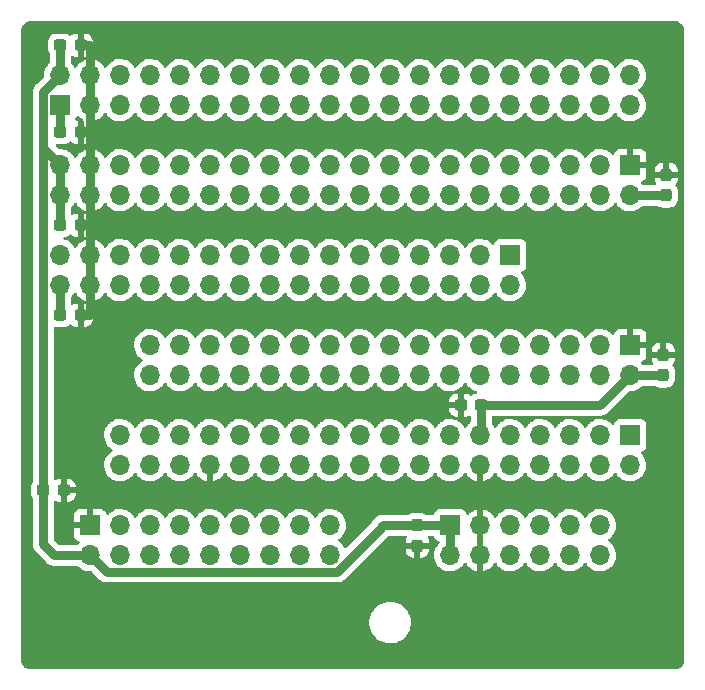
<source format=gtl>
G04 #@! TF.GenerationSoftware,KiCad,Pcbnew,6.0.9-8da3e8f707~116~ubuntu20.04.1*
G04 #@! TF.CreationDate,2022-12-14T15:49:57+01:00*
G04 #@! TF.ProjectId,z_adaptor,7a5f6164-6170-4746-9f72-2e6b69636164,rev?*
G04 #@! TF.SameCoordinates,Original*
G04 #@! TF.FileFunction,Copper,L1,Top*
G04 #@! TF.FilePolarity,Positive*
%FSLAX46Y46*%
G04 Gerber Fmt 4.6, Leading zero omitted, Abs format (unit mm)*
G04 Created by KiCad (PCBNEW 6.0.9-8da3e8f707~116~ubuntu20.04.1) date 2022-12-14 15:49:57*
%MOMM*%
%LPD*%
G01*
G04 APERTURE LIST*
G04 Aperture macros list*
%AMRoundRect*
0 Rectangle with rounded corners*
0 $1 Rounding radius*
0 $2 $3 $4 $5 $6 $7 $8 $9 X,Y pos of 4 corners*
0 Add a 4 corners polygon primitive as box body*
4,1,4,$2,$3,$4,$5,$6,$7,$8,$9,$2,$3,0*
0 Add four circle primitives for the rounded corners*
1,1,$1+$1,$2,$3*
1,1,$1+$1,$4,$5*
1,1,$1+$1,$6,$7*
1,1,$1+$1,$8,$9*
0 Add four rect primitives between the rounded corners*
20,1,$1+$1,$2,$3,$4,$5,0*
20,1,$1+$1,$4,$5,$6,$7,0*
20,1,$1+$1,$6,$7,$8,$9,0*
20,1,$1+$1,$8,$9,$2,$3,0*%
G04 Aperture macros list end*
G04 #@! TA.AperFunction,SMDPad,CuDef*
%ADD10RoundRect,0.237500X0.237500X-0.300000X0.237500X0.300000X-0.237500X0.300000X-0.237500X-0.300000X0*%
G04 #@! TD*
G04 #@! TA.AperFunction,ComponentPad*
%ADD11R,1.700000X1.700000*%
G04 #@! TD*
G04 #@! TA.AperFunction,ComponentPad*
%ADD12O,1.700000X1.700000*%
G04 #@! TD*
G04 #@! TA.AperFunction,SMDPad,CuDef*
%ADD13RoundRect,0.237500X-0.300000X-0.237500X0.300000X-0.237500X0.300000X0.237500X-0.300000X0.237500X0*%
G04 #@! TD*
G04 #@! TA.AperFunction,SMDPad,CuDef*
%ADD14RoundRect,0.237500X0.300000X0.237500X-0.300000X0.237500X-0.300000X-0.237500X0.300000X-0.237500X0*%
G04 #@! TD*
G04 #@! TA.AperFunction,SMDPad,CuDef*
%ADD15RoundRect,0.237500X-0.237500X0.300000X-0.237500X-0.300000X0.237500X-0.300000X0.237500X0.300000X0*%
G04 #@! TD*
G04 #@! TA.AperFunction,Conductor*
%ADD16C,0.750000*%
G04 #@! TD*
G04 APERTURE END LIST*
D10*
X165354000Y-68580000D03*
X165354000Y-66855000D03*
D11*
X162560000Y-73660000D03*
D12*
X162560000Y-76200000D03*
X160020000Y-73660000D03*
X160020000Y-76200000D03*
X157480000Y-73660000D03*
X157480000Y-76200000D03*
X154940000Y-73660000D03*
X154940000Y-76200000D03*
X152400000Y-73660000D03*
X152400000Y-76200000D03*
X149860000Y-73660000D03*
X149860000Y-76200000D03*
X147320000Y-73660000D03*
X147320000Y-76200000D03*
X144780000Y-73660000D03*
X144780000Y-76200000D03*
X142240000Y-73660000D03*
X142240000Y-76200000D03*
X139700000Y-73660000D03*
X139700000Y-76200000D03*
X137160000Y-73660000D03*
X137160000Y-76200000D03*
X134620000Y-73660000D03*
X134620000Y-76200000D03*
X132080000Y-73660000D03*
X132080000Y-76200000D03*
X129540000Y-73660000D03*
X129540000Y-76200000D03*
X127000000Y-73660000D03*
X127000000Y-76200000D03*
X124460000Y-73660000D03*
X124460000Y-76200000D03*
X121920000Y-73660000D03*
X121920000Y-76200000D03*
X119380000Y-73660000D03*
X119380000Y-76200000D03*
D13*
X114300000Y-48006000D03*
X116025000Y-48006000D03*
D11*
X162560000Y-50800000D03*
D12*
X162560000Y-53340000D03*
X160020000Y-50800000D03*
X160020000Y-53340000D03*
X157480000Y-50800000D03*
X157480000Y-53340000D03*
X154940000Y-50800000D03*
X154940000Y-53340000D03*
X152400000Y-50800000D03*
X152400000Y-53340000D03*
X149860000Y-50800000D03*
X149860000Y-53340000D03*
X147320000Y-50800000D03*
X147320000Y-53340000D03*
X144780000Y-50800000D03*
X144780000Y-53340000D03*
X142240000Y-50800000D03*
X142240000Y-53340000D03*
X139700000Y-50800000D03*
X139700000Y-53340000D03*
X137160000Y-50800000D03*
X137160000Y-53340000D03*
X134620000Y-50800000D03*
X134620000Y-53340000D03*
X132080000Y-50800000D03*
X132080000Y-53340000D03*
X129540000Y-50800000D03*
X129540000Y-53340000D03*
X127000000Y-50800000D03*
X127000000Y-53340000D03*
X124460000Y-50800000D03*
X124460000Y-53340000D03*
X121920000Y-50800000D03*
X121920000Y-53340000D03*
X119380000Y-50800000D03*
X119380000Y-53340000D03*
X116840000Y-50800000D03*
X116840000Y-53340000D03*
X114300000Y-50800000D03*
X114300000Y-53340000D03*
D14*
X149960500Y-71120000D03*
X148235500Y-71120000D03*
D15*
X144526000Y-81280000D03*
X144526000Y-83005000D03*
D10*
X165608000Y-53340000D03*
X165608000Y-51615000D03*
D13*
X114300000Y-63500000D03*
X116025000Y-63500000D03*
D11*
X147320000Y-81280000D03*
D12*
X147320000Y-83820000D03*
X149860000Y-81280000D03*
X149860000Y-83820000D03*
X152400000Y-81280000D03*
X152400000Y-83820000D03*
X154940000Y-81280000D03*
X154940000Y-83820000D03*
X157480000Y-81280000D03*
X157480000Y-83820000D03*
X160020000Y-81280000D03*
X160020000Y-83820000D03*
D11*
X116840000Y-81280000D03*
D12*
X116840000Y-83820000D03*
X119380000Y-81280000D03*
X119380000Y-83820000D03*
X121920000Y-81280000D03*
X121920000Y-83820000D03*
X124460000Y-81280000D03*
X124460000Y-83820000D03*
X127000000Y-81280000D03*
X127000000Y-83820000D03*
X129540000Y-81280000D03*
X129540000Y-83820000D03*
X132080000Y-81280000D03*
X132080000Y-83820000D03*
X134620000Y-81280000D03*
X134620000Y-83820000D03*
X137160000Y-81280000D03*
X137160000Y-83820000D03*
D11*
X162560000Y-66040000D03*
D12*
X162560000Y-68580000D03*
X160020000Y-66040000D03*
X160020000Y-68580000D03*
X157480000Y-66040000D03*
X157480000Y-68580000D03*
X154940000Y-66040000D03*
X154940000Y-68580000D03*
X152400000Y-66040000D03*
X152400000Y-68580000D03*
X149860000Y-66040000D03*
X149860000Y-68580000D03*
X147320000Y-66040000D03*
X147320000Y-68580000D03*
X144780000Y-66040000D03*
X144780000Y-68580000D03*
X142240000Y-66040000D03*
X142240000Y-68580000D03*
X139700000Y-66040000D03*
X139700000Y-68580000D03*
X137160000Y-66040000D03*
X137160000Y-68580000D03*
X134620000Y-66040000D03*
X134620000Y-68580000D03*
X132080000Y-66040000D03*
X132080000Y-68580000D03*
X129540000Y-66040000D03*
X129540000Y-68580000D03*
X127000000Y-66040000D03*
X127000000Y-68580000D03*
X124460000Y-66040000D03*
X124460000Y-68580000D03*
X121920000Y-66040000D03*
X121920000Y-68580000D03*
D13*
X114300000Y-40640000D03*
X116025000Y-40640000D03*
X112877600Y-78333600D03*
X114602600Y-78333600D03*
D11*
X152400000Y-58420000D03*
D12*
X152400000Y-60960000D03*
X149860000Y-58420000D03*
X149860000Y-60960000D03*
X147320000Y-58420000D03*
X147320000Y-60960000D03*
X144780000Y-58420000D03*
X144780000Y-60960000D03*
X142240000Y-58420000D03*
X142240000Y-60960000D03*
X139700000Y-58420000D03*
X139700000Y-60960000D03*
X137160000Y-58420000D03*
X137160000Y-60960000D03*
X134620000Y-58420000D03*
X134620000Y-60960000D03*
X132080000Y-58420000D03*
X132080000Y-60960000D03*
X129540000Y-58420000D03*
X129540000Y-60960000D03*
X127000000Y-58420000D03*
X127000000Y-60960000D03*
X124460000Y-58420000D03*
X124460000Y-60960000D03*
X121920000Y-58420000D03*
X121920000Y-60960000D03*
X119380000Y-58420000D03*
X119380000Y-60960000D03*
X116840000Y-58420000D03*
X116840000Y-60960000D03*
X114300000Y-58420000D03*
X114300000Y-60960000D03*
D13*
X114300000Y-55880000D03*
X116025000Y-55880000D03*
D11*
X114300000Y-45720000D03*
D12*
X114300000Y-43180000D03*
X116840000Y-45720000D03*
X116840000Y-43180000D03*
X119380000Y-45720000D03*
X119380000Y-43180000D03*
X121920000Y-45720000D03*
X121920000Y-43180000D03*
X124460000Y-45720000D03*
X124460000Y-43180000D03*
X127000000Y-45720000D03*
X127000000Y-43180000D03*
X129540000Y-45720000D03*
X129540000Y-43180000D03*
X132080000Y-45720000D03*
X132080000Y-43180000D03*
X134620000Y-45720000D03*
X134620000Y-43180000D03*
X137160000Y-45720000D03*
X137160000Y-43180000D03*
X139700000Y-45720000D03*
X139700000Y-43180000D03*
X142240000Y-45720000D03*
X142240000Y-43180000D03*
X144780000Y-45720000D03*
X144780000Y-43180000D03*
X147320000Y-45720000D03*
X147320000Y-43180000D03*
X149860000Y-45720000D03*
X149860000Y-43180000D03*
X152400000Y-45720000D03*
X152400000Y-43180000D03*
X154940000Y-45720000D03*
X154940000Y-43180000D03*
X157480000Y-45720000D03*
X157480000Y-43180000D03*
X160020000Y-45720000D03*
X160020000Y-43180000D03*
X162560000Y-45720000D03*
X162560000Y-43180000D03*
D16*
X114300000Y-60960000D02*
X114300000Y-63500000D01*
X165608000Y-53340000D02*
X162560000Y-53340000D01*
X149960500Y-71120000D02*
X160020000Y-71120000D01*
X114300000Y-48006000D02*
X114300000Y-45720000D01*
X160020000Y-71120000D02*
X162560000Y-68580000D01*
X149960500Y-71120000D02*
X149960500Y-73559500D01*
X165354000Y-68580000D02*
X162560000Y-68580000D01*
X116840000Y-58420000D02*
X116840000Y-53340000D01*
X116840000Y-43180000D02*
X116840000Y-40640000D01*
X116840000Y-50800000D02*
X116840000Y-45720000D01*
X116025000Y-40640000D02*
X116840000Y-40640000D01*
X116025000Y-63500000D02*
X116840000Y-63500000D01*
X116840000Y-58420000D02*
X116840000Y-63500000D01*
X116840000Y-45720000D02*
X116840000Y-43180000D01*
X116840000Y-53340000D02*
X116840000Y-50800000D01*
X114300000Y-50800000D02*
X114300000Y-53340000D01*
X113792000Y-83820000D02*
X112875000Y-82903000D01*
X112875000Y-82903000D02*
X112875000Y-49375000D01*
X112875000Y-44605000D02*
X112875000Y-49375000D01*
X144526000Y-81280000D02*
X147320000Y-81280000D01*
X114300000Y-55880000D02*
X114300000Y-53340000D01*
X112875000Y-49375000D02*
X114300000Y-50800000D01*
X118265000Y-85245000D02*
X137750255Y-85245000D01*
X114300000Y-43180000D02*
X112875000Y-44605000D01*
X147320000Y-81280000D02*
X147320000Y-83820000D01*
X137750255Y-85245000D02*
X141478000Y-81517255D01*
X114300000Y-40640000D02*
X114300000Y-43180000D01*
X116840000Y-83820000D02*
X118265000Y-85245000D01*
X141478000Y-81407000D02*
X141605000Y-81280000D01*
X116840000Y-83820000D02*
X113792000Y-83820000D01*
X141478000Y-81517255D02*
X141478000Y-81407000D01*
X141605000Y-81280000D02*
X144526000Y-81280000D01*
G04 #@! TA.AperFunction,Conductor*
G36*
X166340018Y-38610000D02*
G01*
X166354852Y-38612310D01*
X166354855Y-38612310D01*
X166363724Y-38613691D01*
X166373659Y-38612392D01*
X166374746Y-38612250D01*
X166403431Y-38611793D01*
X166476741Y-38619013D01*
X166506212Y-38621916D01*
X166530432Y-38626733D01*
X166649546Y-38662866D01*
X166672355Y-38672315D01*
X166782124Y-38730987D01*
X166802655Y-38744705D01*
X166898876Y-38823671D01*
X166916329Y-38841124D01*
X166995295Y-38937345D01*
X167009013Y-38957876D01*
X167067685Y-39067645D01*
X167077134Y-39090454D01*
X167113267Y-39209568D01*
X167118084Y-39233789D01*
X167127541Y-39329809D01*
X167127091Y-39345868D01*
X167127800Y-39345877D01*
X167127690Y-39354853D01*
X167126309Y-39363724D01*
X167127473Y-39372626D01*
X167127473Y-39372628D01*
X167130436Y-39395283D01*
X167131500Y-39411621D01*
X167131500Y-92660633D01*
X167130000Y-92680018D01*
X167126309Y-92703724D01*
X167127473Y-92712626D01*
X167127750Y-92714746D01*
X167128207Y-92743431D01*
X167127289Y-92752755D01*
X167118084Y-92846212D01*
X167113267Y-92870432D01*
X167077134Y-92989546D01*
X167067685Y-93012355D01*
X167009013Y-93122124D01*
X166995295Y-93142655D01*
X166916329Y-93238876D01*
X166898876Y-93256329D01*
X166802655Y-93335295D01*
X166782124Y-93349013D01*
X166672355Y-93407685D01*
X166649546Y-93417134D01*
X166530432Y-93453267D01*
X166506211Y-93458084D01*
X166410191Y-93467541D01*
X166394132Y-93467091D01*
X166394123Y-93467800D01*
X166385147Y-93467690D01*
X166376276Y-93466309D01*
X166367374Y-93467473D01*
X166367372Y-93467473D01*
X166354856Y-93469110D01*
X166344714Y-93470436D01*
X166328379Y-93471500D01*
X111809367Y-93471500D01*
X111789982Y-93470000D01*
X111775148Y-93467690D01*
X111775145Y-93467690D01*
X111766276Y-93466309D01*
X111756341Y-93467608D01*
X111755254Y-93467750D01*
X111726569Y-93468207D01*
X111653259Y-93460987D01*
X111623788Y-93458084D01*
X111599568Y-93453267D01*
X111480454Y-93417134D01*
X111457645Y-93407685D01*
X111347876Y-93349013D01*
X111327345Y-93335295D01*
X111231124Y-93256329D01*
X111213671Y-93238876D01*
X111134705Y-93142655D01*
X111120987Y-93122124D01*
X111062315Y-93012355D01*
X111052866Y-92989546D01*
X111016733Y-92870432D01*
X111011916Y-92846212D01*
X111002711Y-92752755D01*
X111002607Y-92729151D01*
X111002768Y-92727354D01*
X111003576Y-92722552D01*
X111003729Y-92710000D01*
X110999773Y-92682376D01*
X110998500Y-92664514D01*
X110998500Y-89642655D01*
X140479858Y-89642655D01*
X140515104Y-89901638D01*
X140516412Y-89906124D01*
X140516412Y-89906126D01*
X140536098Y-89973664D01*
X140588243Y-90152567D01*
X140697668Y-90389928D01*
X140700231Y-90393837D01*
X140838410Y-90604596D01*
X140838414Y-90604601D01*
X140840976Y-90608509D01*
X141015018Y-90803506D01*
X141215970Y-90970637D01*
X141219973Y-90973066D01*
X141435422Y-91103804D01*
X141435426Y-91103806D01*
X141439419Y-91106229D01*
X141680455Y-91207303D01*
X141933783Y-91271641D01*
X141938434Y-91272109D01*
X141938438Y-91272110D01*
X142131308Y-91291531D01*
X142150867Y-91293500D01*
X142306354Y-91293500D01*
X142308679Y-91293327D01*
X142308685Y-91293327D01*
X142496000Y-91279407D01*
X142496004Y-91279406D01*
X142500652Y-91279061D01*
X142505200Y-91278032D01*
X142505206Y-91278031D01*
X142691601Y-91235853D01*
X142755577Y-91221377D01*
X142791769Y-91207303D01*
X142994824Y-91128340D01*
X142994827Y-91128339D01*
X142999177Y-91126647D01*
X143226098Y-90996951D01*
X143431357Y-90835138D01*
X143610443Y-90644763D01*
X143759424Y-90430009D01*
X143875025Y-90195593D01*
X143954707Y-89946665D01*
X143996721Y-89688693D01*
X144000142Y-89427345D01*
X143964896Y-89168362D01*
X143950473Y-89118877D01*
X143893068Y-88921932D01*
X143891757Y-88917433D01*
X143782332Y-88680072D01*
X143749519Y-88630024D01*
X143641590Y-88465404D01*
X143641586Y-88465399D01*
X143639024Y-88461491D01*
X143464982Y-88266494D01*
X143264030Y-88099363D01*
X143216844Y-88070730D01*
X143044578Y-87966196D01*
X143044574Y-87966194D01*
X143040581Y-87963771D01*
X142799545Y-87862697D01*
X142546217Y-87798359D01*
X142541566Y-87797891D01*
X142541562Y-87797890D01*
X142332271Y-87776816D01*
X142329133Y-87776500D01*
X142173646Y-87776500D01*
X142171321Y-87776673D01*
X142171315Y-87776673D01*
X141984000Y-87790593D01*
X141983996Y-87790594D01*
X141979348Y-87790939D01*
X141974800Y-87791968D01*
X141974794Y-87791969D01*
X141788399Y-87834147D01*
X141724423Y-87848623D01*
X141720071Y-87850315D01*
X141720069Y-87850316D01*
X141485176Y-87941660D01*
X141485173Y-87941661D01*
X141480823Y-87943353D01*
X141253902Y-88073049D01*
X141048643Y-88234862D01*
X140869557Y-88425237D01*
X140720576Y-88639991D01*
X140604975Y-88874407D01*
X140525293Y-89123335D01*
X140483279Y-89381307D01*
X140479858Y-89642655D01*
X110998500Y-89642655D01*
X110998500Y-78620672D01*
X111831600Y-78620672D01*
X111831937Y-78623918D01*
X111831937Y-78623922D01*
X111841540Y-78716468D01*
X111842393Y-78724693D01*
X111897446Y-78889707D01*
X111901302Y-78895938D01*
X111972644Y-79011226D01*
X111991500Y-79077529D01*
X111991500Y-82823543D01*
X111989949Y-82843255D01*
X111987850Y-82856507D01*
X111988195Y-82863094D01*
X111988195Y-82863098D01*
X111991327Y-82922850D01*
X111991500Y-82929445D01*
X111991500Y-82949306D01*
X111993330Y-82966722D01*
X111993576Y-82969059D01*
X111994093Y-82975628D01*
X111997570Y-83041971D01*
X112001042Y-83054929D01*
X112004645Y-83074372D01*
X112006046Y-83087702D01*
X112026578Y-83150894D01*
X112028444Y-83157196D01*
X112045638Y-83221363D01*
X112048634Y-83227242D01*
X112048637Y-83227251D01*
X112051728Y-83233317D01*
X112059292Y-83251579D01*
X112061392Y-83258043D01*
X112061395Y-83258051D01*
X112063436Y-83264331D01*
X112066738Y-83270050D01*
X112066740Y-83270055D01*
X112096654Y-83321867D01*
X112099787Y-83327637D01*
X112129953Y-83386839D01*
X112134109Y-83391971D01*
X112138391Y-83397259D01*
X112149589Y-83413552D01*
X112156296Y-83425169D01*
X112160713Y-83430075D01*
X112160717Y-83430080D01*
X112200747Y-83474538D01*
X112205031Y-83479554D01*
X112215441Y-83492409D01*
X112217528Y-83494986D01*
X112231573Y-83509031D01*
X112236114Y-83513816D01*
X112280566Y-83563185D01*
X112285908Y-83567066D01*
X112285910Y-83567068D01*
X112291416Y-83571068D01*
X112306450Y-83583908D01*
X113111088Y-84388545D01*
X113123930Y-84403581D01*
X113131815Y-84414434D01*
X113136725Y-84418855D01*
X113136726Y-84418856D01*
X113181194Y-84458895D01*
X113185979Y-84463436D01*
X113200015Y-84477472D01*
X113202575Y-84479545D01*
X113202576Y-84479546D01*
X113215443Y-84489966D01*
X113220453Y-84494246D01*
X113264921Y-84534284D01*
X113264926Y-84534288D01*
X113269831Y-84538704D01*
X113275543Y-84542002D01*
X113275546Y-84542004D01*
X113281446Y-84545410D01*
X113297742Y-84556610D01*
X113308161Y-84565047D01*
X113367363Y-84595213D01*
X113373133Y-84598346D01*
X113424945Y-84628260D01*
X113424950Y-84628262D01*
X113430669Y-84631564D01*
X113436949Y-84633605D01*
X113436957Y-84633608D01*
X113443421Y-84635708D01*
X113461683Y-84643272D01*
X113467749Y-84646363D01*
X113467758Y-84646366D01*
X113473637Y-84649362D01*
X113480015Y-84651071D01*
X113537804Y-84666556D01*
X113544106Y-84668422D01*
X113607298Y-84688954D01*
X113620205Y-84690311D01*
X113620628Y-84690355D01*
X113640071Y-84693958D01*
X113653029Y-84697430D01*
X113659619Y-84697775D01*
X113659623Y-84697776D01*
X113703573Y-84700079D01*
X113719372Y-84700907D01*
X113725931Y-84701423D01*
X113745694Y-84703500D01*
X113765555Y-84703500D01*
X113772150Y-84703673D01*
X113831902Y-84706805D01*
X113831906Y-84706805D01*
X113838493Y-84707150D01*
X113851747Y-84705051D01*
X113871456Y-84703500D01*
X115750357Y-84703500D01*
X115818478Y-84723502D01*
X115845589Y-84746998D01*
X115886250Y-84793938D01*
X116058126Y-84936632D01*
X116251000Y-85049338D01*
X116459692Y-85129030D01*
X116464760Y-85130061D01*
X116464763Y-85130062D01*
X116559862Y-85149410D01*
X116678597Y-85173567D01*
X116683772Y-85173757D01*
X116683774Y-85173757D01*
X116901837Y-85181753D01*
X116901772Y-85183539D01*
X116963124Y-85198558D01*
X116988993Y-85218451D01*
X117584088Y-85813546D01*
X117596925Y-85828574D01*
X117604815Y-85839434D01*
X117609725Y-85843855D01*
X117609726Y-85843856D01*
X117654184Y-85883886D01*
X117658969Y-85888427D01*
X117673014Y-85902472D01*
X117675588Y-85904556D01*
X117675591Y-85904559D01*
X117688446Y-85914969D01*
X117693462Y-85919253D01*
X117737920Y-85959283D01*
X117737925Y-85959287D01*
X117742831Y-85963704D01*
X117754097Y-85970209D01*
X117754448Y-85970411D01*
X117770741Y-85981609D01*
X117781161Y-85990047D01*
X117840363Y-86020213D01*
X117846133Y-86023346D01*
X117897945Y-86053260D01*
X117897950Y-86053262D01*
X117903669Y-86056564D01*
X117909949Y-86058605D01*
X117909957Y-86058608D01*
X117916421Y-86060708D01*
X117934683Y-86068272D01*
X117940751Y-86071363D01*
X117946637Y-86074362D01*
X118010806Y-86091556D01*
X118010813Y-86091558D01*
X118017112Y-86093424D01*
X118080298Y-86113954D01*
X118086867Y-86114644D01*
X118086874Y-86114646D01*
X118093645Y-86115358D01*
X118113074Y-86118958D01*
X118126029Y-86122429D01*
X118132625Y-86122775D01*
X118132627Y-86122775D01*
X118165429Y-86124494D01*
X118192353Y-86125905D01*
X118198912Y-86126421D01*
X118218694Y-86128500D01*
X118238574Y-86128500D01*
X118245169Y-86128673D01*
X118304902Y-86131804D01*
X118304906Y-86131804D01*
X118311493Y-86132149D01*
X118324740Y-86130051D01*
X118344450Y-86128500D01*
X137670798Y-86128500D01*
X137690510Y-86130051D01*
X137703762Y-86132150D01*
X137710349Y-86131805D01*
X137710353Y-86131805D01*
X137770105Y-86128673D01*
X137776700Y-86128500D01*
X137796561Y-86128500D01*
X137816324Y-86126423D01*
X137822883Y-86125907D01*
X137838682Y-86125079D01*
X137882632Y-86122776D01*
X137882636Y-86122775D01*
X137889226Y-86122430D01*
X137902184Y-86118958D01*
X137921627Y-86115355D01*
X137922050Y-86115311D01*
X137934957Y-86113954D01*
X137998149Y-86093422D01*
X138004451Y-86091556D01*
X138062240Y-86076071D01*
X138068618Y-86074362D01*
X138074497Y-86071366D01*
X138074506Y-86071363D01*
X138080572Y-86068272D01*
X138098834Y-86060708D01*
X138105298Y-86058608D01*
X138105306Y-86058605D01*
X138111586Y-86056564D01*
X138117305Y-86053262D01*
X138117310Y-86053260D01*
X138169122Y-86023346D01*
X138174892Y-86020213D01*
X138234094Y-85990047D01*
X138244514Y-85981609D01*
X138260807Y-85970411D01*
X138261158Y-85970209D01*
X138272424Y-85963704D01*
X138277330Y-85959287D01*
X138277335Y-85959283D01*
X138321793Y-85919253D01*
X138326809Y-85914969D01*
X138339664Y-85904559D01*
X138339667Y-85904556D01*
X138342241Y-85902472D01*
X138356286Y-85888427D01*
X138361071Y-85883886D01*
X138405529Y-85843856D01*
X138405530Y-85843855D01*
X138410440Y-85839434D01*
X138418330Y-85828574D01*
X138431167Y-85813546D01*
X140893446Y-83351266D01*
X143543000Y-83351266D01*
X143543337Y-83357782D01*
X143553075Y-83451632D01*
X143555968Y-83465028D01*
X143606488Y-83616453D01*
X143612653Y-83629615D01*
X143696426Y-83764992D01*
X143705460Y-83776390D01*
X143818129Y-83888863D01*
X143829540Y-83897875D01*
X143965063Y-83981412D01*
X143978241Y-83987556D01*
X144129766Y-84037815D01*
X144143132Y-84040681D01*
X144235770Y-84050172D01*
X144242185Y-84050500D01*
X144253885Y-84050500D01*
X144269124Y-84046025D01*
X144270329Y-84044635D01*
X144272000Y-84036952D01*
X144272000Y-84032385D01*
X144780000Y-84032385D01*
X144784475Y-84047624D01*
X144785865Y-84048829D01*
X144793548Y-84050500D01*
X144809766Y-84050500D01*
X144816282Y-84050163D01*
X144910132Y-84040425D01*
X144923528Y-84037532D01*
X145074953Y-83987012D01*
X145088115Y-83980847D01*
X145223492Y-83897074D01*
X145234890Y-83888040D01*
X145347363Y-83775371D01*
X145356375Y-83763960D01*
X145439912Y-83628437D01*
X145446056Y-83615259D01*
X145496315Y-83463734D01*
X145499181Y-83450368D01*
X145508672Y-83357730D01*
X145509000Y-83351315D01*
X145509000Y-83277115D01*
X145504525Y-83261876D01*
X145503135Y-83260671D01*
X145495452Y-83259000D01*
X144798115Y-83259000D01*
X144782876Y-83263475D01*
X144781671Y-83264865D01*
X144780000Y-83272548D01*
X144780000Y-84032385D01*
X144272000Y-84032385D01*
X144272000Y-83277115D01*
X144267525Y-83261876D01*
X144266135Y-83260671D01*
X144258452Y-83259000D01*
X143561115Y-83259000D01*
X143545876Y-83263475D01*
X143544671Y-83264865D01*
X143543000Y-83272548D01*
X143543000Y-83351266D01*
X140893446Y-83351266D01*
X142044307Y-82200405D01*
X142106619Y-82166379D01*
X142133402Y-82163500D01*
X143520822Y-82163500D01*
X143588943Y-82183502D01*
X143635436Y-82237158D01*
X143645540Y-82307432D01*
X143628082Y-82355615D01*
X143612090Y-82381559D01*
X143605944Y-82394741D01*
X143555685Y-82546266D01*
X143552819Y-82559632D01*
X143543328Y-82652270D01*
X143543000Y-82658685D01*
X143543000Y-82732885D01*
X143547475Y-82748124D01*
X143548865Y-82749329D01*
X143556548Y-82751000D01*
X145490885Y-82751000D01*
X145506124Y-82746525D01*
X145507329Y-82745135D01*
X145509000Y-82737452D01*
X145509000Y-82658734D01*
X145508663Y-82652218D01*
X145498925Y-82558368D01*
X145496032Y-82544972D01*
X145445512Y-82393547D01*
X145439348Y-82380387D01*
X145424135Y-82355804D01*
X145405297Y-82287352D01*
X145426458Y-82219582D01*
X145480898Y-82174011D01*
X145531279Y-82163500D01*
X145852130Y-82163500D01*
X145920251Y-82183502D01*
X145966744Y-82237158D01*
X145970112Y-82245270D01*
X146011176Y-82354808D01*
X146019385Y-82376705D01*
X146106739Y-82493261D01*
X146223295Y-82580615D01*
X146231704Y-82583767D01*
X146231705Y-82583768D01*
X146340451Y-82624535D01*
X146397216Y-82667176D01*
X146421916Y-82733738D01*
X146406709Y-82803087D01*
X146387316Y-82829568D01*
X146272892Y-82949306D01*
X146260629Y-82962138D01*
X146134743Y-83146680D01*
X146040688Y-83349305D01*
X145980989Y-83564570D01*
X145957251Y-83786695D01*
X145957548Y-83791848D01*
X145957548Y-83791851D01*
X145968478Y-83981412D01*
X145970110Y-84009715D01*
X145971247Y-84014761D01*
X145971248Y-84014767D01*
X145979301Y-84050500D01*
X146019222Y-84227639D01*
X146057461Y-84321811D01*
X146096867Y-84418856D01*
X146103266Y-84434616D01*
X146154019Y-84517438D01*
X146217291Y-84620688D01*
X146219987Y-84625088D01*
X146366250Y-84793938D01*
X146538126Y-84936632D01*
X146731000Y-85049338D01*
X146939692Y-85129030D01*
X146944760Y-85130061D01*
X146944763Y-85130062D01*
X147039862Y-85149410D01*
X147158597Y-85173567D01*
X147163772Y-85173757D01*
X147163774Y-85173757D01*
X147376673Y-85181564D01*
X147376677Y-85181564D01*
X147381837Y-85181753D01*
X147386957Y-85181097D01*
X147386959Y-85181097D01*
X147598288Y-85154025D01*
X147598289Y-85154025D01*
X147603416Y-85153368D01*
X147608366Y-85151883D01*
X147812429Y-85090661D01*
X147812434Y-85090659D01*
X147817384Y-85089174D01*
X148017994Y-84990896D01*
X148199860Y-84861173D01*
X148358096Y-84703489D01*
X148368541Y-84688954D01*
X148488453Y-84522077D01*
X148489640Y-84522930D01*
X148536960Y-84479362D01*
X148606897Y-84467145D01*
X148672338Y-84494678D01*
X148700166Y-84526511D01*
X148757694Y-84620388D01*
X148763777Y-84628699D01*
X148903213Y-84789667D01*
X148910580Y-84796883D01*
X149074434Y-84932916D01*
X149082881Y-84938831D01*
X149266756Y-85046279D01*
X149276042Y-85050729D01*
X149475001Y-85126703D01*
X149484899Y-85129579D01*
X149588250Y-85150606D01*
X149602299Y-85149410D01*
X149606000Y-85139065D01*
X149606000Y-85138517D01*
X150114000Y-85138517D01*
X150118064Y-85152359D01*
X150131478Y-85154393D01*
X150138184Y-85153534D01*
X150148262Y-85151392D01*
X150352255Y-85090191D01*
X150361842Y-85086433D01*
X150553095Y-84992739D01*
X150561945Y-84987464D01*
X150735328Y-84863792D01*
X150743200Y-84857139D01*
X150894052Y-84706812D01*
X150900730Y-84698965D01*
X151028022Y-84521819D01*
X151029279Y-84522722D01*
X151076373Y-84479362D01*
X151146311Y-84467145D01*
X151211751Y-84494678D01*
X151239579Y-84526511D01*
X151299987Y-84625088D01*
X151446250Y-84793938D01*
X151618126Y-84936632D01*
X151811000Y-85049338D01*
X152019692Y-85129030D01*
X152024760Y-85130061D01*
X152024763Y-85130062D01*
X152119862Y-85149410D01*
X152238597Y-85173567D01*
X152243772Y-85173757D01*
X152243774Y-85173757D01*
X152456673Y-85181564D01*
X152456677Y-85181564D01*
X152461837Y-85181753D01*
X152466957Y-85181097D01*
X152466959Y-85181097D01*
X152678288Y-85154025D01*
X152678289Y-85154025D01*
X152683416Y-85153368D01*
X152688366Y-85151883D01*
X152892429Y-85090661D01*
X152892434Y-85090659D01*
X152897384Y-85089174D01*
X153097994Y-84990896D01*
X153279860Y-84861173D01*
X153438096Y-84703489D01*
X153448541Y-84688954D01*
X153568453Y-84522077D01*
X153569776Y-84523028D01*
X153616645Y-84479857D01*
X153686580Y-84467625D01*
X153752026Y-84495144D01*
X153779875Y-84526994D01*
X153839987Y-84625088D01*
X153986250Y-84793938D01*
X154158126Y-84936632D01*
X154351000Y-85049338D01*
X154559692Y-85129030D01*
X154564760Y-85130061D01*
X154564763Y-85130062D01*
X154659862Y-85149410D01*
X154778597Y-85173567D01*
X154783772Y-85173757D01*
X154783774Y-85173757D01*
X154996673Y-85181564D01*
X154996677Y-85181564D01*
X155001837Y-85181753D01*
X155006957Y-85181097D01*
X155006959Y-85181097D01*
X155218288Y-85154025D01*
X155218289Y-85154025D01*
X155223416Y-85153368D01*
X155228366Y-85151883D01*
X155432429Y-85090661D01*
X155432434Y-85090659D01*
X155437384Y-85089174D01*
X155637994Y-84990896D01*
X155819860Y-84861173D01*
X155978096Y-84703489D01*
X155988541Y-84688954D01*
X156108453Y-84522077D01*
X156109776Y-84523028D01*
X156156645Y-84479857D01*
X156226580Y-84467625D01*
X156292026Y-84495144D01*
X156319875Y-84526994D01*
X156379987Y-84625088D01*
X156526250Y-84793938D01*
X156698126Y-84936632D01*
X156891000Y-85049338D01*
X157099692Y-85129030D01*
X157104760Y-85130061D01*
X157104763Y-85130062D01*
X157199862Y-85149410D01*
X157318597Y-85173567D01*
X157323772Y-85173757D01*
X157323774Y-85173757D01*
X157536673Y-85181564D01*
X157536677Y-85181564D01*
X157541837Y-85181753D01*
X157546957Y-85181097D01*
X157546959Y-85181097D01*
X157758288Y-85154025D01*
X157758289Y-85154025D01*
X157763416Y-85153368D01*
X157768366Y-85151883D01*
X157972429Y-85090661D01*
X157972434Y-85090659D01*
X157977384Y-85089174D01*
X158177994Y-84990896D01*
X158359860Y-84861173D01*
X158518096Y-84703489D01*
X158528541Y-84688954D01*
X158648453Y-84522077D01*
X158649776Y-84523028D01*
X158696645Y-84479857D01*
X158766580Y-84467625D01*
X158832026Y-84495144D01*
X158859875Y-84526994D01*
X158919987Y-84625088D01*
X159066250Y-84793938D01*
X159238126Y-84936632D01*
X159431000Y-85049338D01*
X159639692Y-85129030D01*
X159644760Y-85130061D01*
X159644763Y-85130062D01*
X159739862Y-85149410D01*
X159858597Y-85173567D01*
X159863772Y-85173757D01*
X159863774Y-85173757D01*
X160076673Y-85181564D01*
X160076677Y-85181564D01*
X160081837Y-85181753D01*
X160086957Y-85181097D01*
X160086959Y-85181097D01*
X160298288Y-85154025D01*
X160298289Y-85154025D01*
X160303416Y-85153368D01*
X160308366Y-85151883D01*
X160512429Y-85090661D01*
X160512434Y-85090659D01*
X160517384Y-85089174D01*
X160717994Y-84990896D01*
X160899860Y-84861173D01*
X161058096Y-84703489D01*
X161068541Y-84688954D01*
X161185435Y-84526277D01*
X161188453Y-84522077D01*
X161201995Y-84494678D01*
X161285136Y-84326453D01*
X161285137Y-84326451D01*
X161287430Y-84321811D01*
X161352370Y-84108069D01*
X161381529Y-83886590D01*
X161383156Y-83820000D01*
X161364852Y-83597361D01*
X161310431Y-83380702D01*
X161221354Y-83175840D01*
X161134750Y-83041971D01*
X161102822Y-82992617D01*
X161102820Y-82992614D01*
X161100014Y-82988277D01*
X160949670Y-82823051D01*
X160945619Y-82819852D01*
X160945615Y-82819848D01*
X160778414Y-82687800D01*
X160778410Y-82687798D01*
X160774359Y-82684598D01*
X160733053Y-82661796D01*
X160683084Y-82611364D01*
X160668312Y-82541921D01*
X160693428Y-82475516D01*
X160720780Y-82448909D01*
X160764603Y-82417650D01*
X160899860Y-82321173D01*
X160933800Y-82287352D01*
X161001807Y-82219582D01*
X161058096Y-82163489D01*
X161188453Y-81982077D01*
X161201995Y-81954678D01*
X161285136Y-81786453D01*
X161285137Y-81786451D01*
X161287430Y-81781811D01*
X161352370Y-81568069D01*
X161381529Y-81346590D01*
X161383156Y-81280000D01*
X161364852Y-81057361D01*
X161310431Y-80840702D01*
X161221354Y-80635840D01*
X161115193Y-80471740D01*
X161102822Y-80452617D01*
X161102820Y-80452614D01*
X161100014Y-80448277D01*
X160949670Y-80283051D01*
X160945619Y-80279852D01*
X160945615Y-80279848D01*
X160778414Y-80147800D01*
X160778410Y-80147798D01*
X160774359Y-80144598D01*
X160738028Y-80124542D01*
X160646970Y-80074276D01*
X160578789Y-80036638D01*
X160573920Y-80034914D01*
X160573916Y-80034912D01*
X160373087Y-79963795D01*
X160373083Y-79963794D01*
X160368212Y-79962069D01*
X160363119Y-79961162D01*
X160363116Y-79961161D01*
X160153373Y-79923800D01*
X160153367Y-79923799D01*
X160148284Y-79922894D01*
X160074452Y-79921992D01*
X159930081Y-79920228D01*
X159930079Y-79920228D01*
X159924911Y-79920165D01*
X159704091Y-79953955D01*
X159491756Y-80023357D01*
X159293607Y-80126507D01*
X159289474Y-80129610D01*
X159289471Y-80129612D01*
X159119100Y-80257530D01*
X159114965Y-80260635D01*
X159111393Y-80264373D01*
X158972568Y-80409645D01*
X158960629Y-80422138D01*
X158853201Y-80579621D01*
X158798293Y-80624621D01*
X158727768Y-80632792D01*
X158664021Y-80601538D01*
X158643324Y-80577054D01*
X158562822Y-80452617D01*
X158562820Y-80452614D01*
X158560014Y-80448277D01*
X158409670Y-80283051D01*
X158405619Y-80279852D01*
X158405615Y-80279848D01*
X158238414Y-80147800D01*
X158238410Y-80147798D01*
X158234359Y-80144598D01*
X158198028Y-80124542D01*
X158106970Y-80074276D01*
X158038789Y-80036638D01*
X158033920Y-80034914D01*
X158033916Y-80034912D01*
X157833087Y-79963795D01*
X157833083Y-79963794D01*
X157828212Y-79962069D01*
X157823119Y-79961162D01*
X157823116Y-79961161D01*
X157613373Y-79923800D01*
X157613367Y-79923799D01*
X157608284Y-79922894D01*
X157534452Y-79921992D01*
X157390081Y-79920228D01*
X157390079Y-79920228D01*
X157384911Y-79920165D01*
X157164091Y-79953955D01*
X156951756Y-80023357D01*
X156753607Y-80126507D01*
X156749474Y-80129610D01*
X156749471Y-80129612D01*
X156579100Y-80257530D01*
X156574965Y-80260635D01*
X156571393Y-80264373D01*
X156432568Y-80409645D01*
X156420629Y-80422138D01*
X156313201Y-80579621D01*
X156258293Y-80624621D01*
X156187768Y-80632792D01*
X156124021Y-80601538D01*
X156103324Y-80577054D01*
X156022822Y-80452617D01*
X156022820Y-80452614D01*
X156020014Y-80448277D01*
X155869670Y-80283051D01*
X155865619Y-80279852D01*
X155865615Y-80279848D01*
X155698414Y-80147800D01*
X155698410Y-80147798D01*
X155694359Y-80144598D01*
X155658028Y-80124542D01*
X155566970Y-80074276D01*
X155498789Y-80036638D01*
X155493920Y-80034914D01*
X155493916Y-80034912D01*
X155293087Y-79963795D01*
X155293083Y-79963794D01*
X155288212Y-79962069D01*
X155283119Y-79961162D01*
X155283116Y-79961161D01*
X155073373Y-79923800D01*
X155073367Y-79923799D01*
X155068284Y-79922894D01*
X154994452Y-79921992D01*
X154850081Y-79920228D01*
X154850079Y-79920228D01*
X154844911Y-79920165D01*
X154624091Y-79953955D01*
X154411756Y-80023357D01*
X154213607Y-80126507D01*
X154209474Y-80129610D01*
X154209471Y-80129612D01*
X154039100Y-80257530D01*
X154034965Y-80260635D01*
X154031393Y-80264373D01*
X153892568Y-80409645D01*
X153880629Y-80422138D01*
X153773201Y-80579621D01*
X153718293Y-80624621D01*
X153647768Y-80632792D01*
X153584021Y-80601538D01*
X153563324Y-80577054D01*
X153482822Y-80452617D01*
X153482820Y-80452614D01*
X153480014Y-80448277D01*
X153329670Y-80283051D01*
X153325619Y-80279852D01*
X153325615Y-80279848D01*
X153158414Y-80147800D01*
X153158410Y-80147798D01*
X153154359Y-80144598D01*
X153118028Y-80124542D01*
X153026970Y-80074276D01*
X152958789Y-80036638D01*
X152953920Y-80034914D01*
X152953916Y-80034912D01*
X152753087Y-79963795D01*
X152753083Y-79963794D01*
X152748212Y-79962069D01*
X152743119Y-79961162D01*
X152743116Y-79961161D01*
X152533373Y-79923800D01*
X152533367Y-79923799D01*
X152528284Y-79922894D01*
X152454452Y-79921992D01*
X152310081Y-79920228D01*
X152310079Y-79920228D01*
X152304911Y-79920165D01*
X152084091Y-79953955D01*
X151871756Y-80023357D01*
X151673607Y-80126507D01*
X151669474Y-80129610D01*
X151669471Y-80129612D01*
X151499100Y-80257530D01*
X151494965Y-80260635D01*
X151491393Y-80264373D01*
X151352568Y-80409645D01*
X151340629Y-80422138D01*
X151337720Y-80426403D01*
X151337714Y-80426411D01*
X151325404Y-80444457D01*
X151233204Y-80579618D01*
X151232898Y-80580066D01*
X151177987Y-80625069D01*
X151107462Y-80633240D01*
X151043715Y-80601986D01*
X151023018Y-80577502D01*
X150942426Y-80452926D01*
X150936136Y-80444757D01*
X150792806Y-80287240D01*
X150785273Y-80280215D01*
X150618139Y-80148222D01*
X150609552Y-80142517D01*
X150423117Y-80039599D01*
X150413705Y-80035369D01*
X150212959Y-79964280D01*
X150202988Y-79961646D01*
X150131837Y-79948972D01*
X150118540Y-79950432D01*
X150114000Y-79964989D01*
X150114000Y-85138517D01*
X149606000Y-85138517D01*
X149606000Y-79963102D01*
X149602082Y-79949758D01*
X149587806Y-79947771D01*
X149549324Y-79953660D01*
X149539288Y-79956051D01*
X149336868Y-80022212D01*
X149327359Y-80026209D01*
X149138463Y-80124542D01*
X149129738Y-80130036D01*
X148959433Y-80257905D01*
X148951726Y-80264748D01*
X148874478Y-80345584D01*
X148812954Y-80381014D01*
X148742042Y-80377557D01*
X148684255Y-80336311D01*
X148665402Y-80302763D01*
X148623767Y-80191703D01*
X148620615Y-80183295D01*
X148533261Y-80066739D01*
X148416705Y-79979385D01*
X148280316Y-79928255D01*
X148218134Y-79921500D01*
X146421866Y-79921500D01*
X146359684Y-79928255D01*
X146223295Y-79979385D01*
X146106739Y-80066739D01*
X146019385Y-80183295D01*
X146016233Y-80191703D01*
X145970112Y-80314730D01*
X145927470Y-80371494D01*
X145860909Y-80396194D01*
X145852130Y-80396500D01*
X145274336Y-80396500D01*
X145208220Y-80377760D01*
X145087150Y-80303131D01*
X145087148Y-80303130D01*
X145080920Y-80299291D01*
X144915809Y-80244526D01*
X144908973Y-80243826D01*
X144908970Y-80243825D01*
X144857474Y-80238549D01*
X144813072Y-80234000D01*
X144238928Y-80234000D01*
X144235682Y-80234337D01*
X144235678Y-80234337D01*
X144141765Y-80244081D01*
X144141761Y-80244082D01*
X144134907Y-80244793D01*
X144128371Y-80246974D01*
X144128369Y-80246974D01*
X144029834Y-80279848D01*
X143969893Y-80299846D01*
X143844314Y-80377557D01*
X143844173Y-80377644D01*
X143777870Y-80396500D01*
X141684457Y-80396500D01*
X141664745Y-80394949D01*
X141658008Y-80393882D01*
X141658009Y-80393882D01*
X141651493Y-80392850D01*
X141644906Y-80393195D01*
X141644902Y-80393195D01*
X141585150Y-80396327D01*
X141578555Y-80396500D01*
X141558694Y-80396500D01*
X141538931Y-80398577D01*
X141532372Y-80399093D01*
X141516573Y-80399921D01*
X141472623Y-80402224D01*
X141472619Y-80402225D01*
X141466029Y-80402570D01*
X141453071Y-80406042D01*
X141433628Y-80409645D01*
X141420298Y-80411046D01*
X141357106Y-80431578D01*
X141350804Y-80433444D01*
X141309704Y-80444457D01*
X141286637Y-80450638D01*
X141280758Y-80453634D01*
X141280749Y-80453637D01*
X141274683Y-80456728D01*
X141256421Y-80464292D01*
X141249957Y-80466392D01*
X141249949Y-80466395D01*
X141243669Y-80468436D01*
X141237950Y-80471738D01*
X141237945Y-80471740D01*
X141186133Y-80501654D01*
X141180363Y-80504787D01*
X141121161Y-80534953D01*
X141116029Y-80539109D01*
X141110741Y-80543391D01*
X141094448Y-80554589D01*
X141082831Y-80561296D01*
X141077925Y-80565713D01*
X141077920Y-80565717D01*
X141033462Y-80605747D01*
X141028446Y-80610031D01*
X141015591Y-80620441D01*
X141013014Y-80622528D01*
X140998969Y-80636573D01*
X140994184Y-80641114D01*
X140944815Y-80685566D01*
X140936925Y-80696426D01*
X140924088Y-80711454D01*
X140909454Y-80726088D01*
X140894426Y-80738925D01*
X140883566Y-80746815D01*
X140879145Y-80751725D01*
X140879144Y-80751726D01*
X140839114Y-80796184D01*
X140834573Y-80800969D01*
X140820528Y-80815014D01*
X140818444Y-80817588D01*
X140818441Y-80817591D01*
X140808031Y-80830446D01*
X140803747Y-80835462D01*
X140763717Y-80879920D01*
X140763713Y-80879925D01*
X140759296Y-80884831D01*
X140752791Y-80896097D01*
X140752589Y-80896448D01*
X140741391Y-80912741D01*
X140732953Y-80923161D01*
X140702787Y-80982363D01*
X140699654Y-80988133D01*
X140669740Y-81039945D01*
X140669738Y-81039950D01*
X140666436Y-81045669D01*
X140664395Y-81051949D01*
X140664392Y-81051957D01*
X140662292Y-81058421D01*
X140654729Y-81076682D01*
X140648845Y-81088231D01*
X140625671Y-81120127D01*
X138553515Y-83192282D01*
X138491203Y-83226308D01*
X138420387Y-83221243D01*
X138363552Y-83178696D01*
X138358628Y-83171627D01*
X138354386Y-83165069D01*
X138274750Y-83041971D01*
X138242822Y-82992617D01*
X138242820Y-82992614D01*
X138240014Y-82988277D01*
X138089670Y-82823051D01*
X138085619Y-82819852D01*
X138085615Y-82819848D01*
X137918414Y-82687800D01*
X137918410Y-82687798D01*
X137914359Y-82684598D01*
X137873053Y-82661796D01*
X137823084Y-82611364D01*
X137808312Y-82541921D01*
X137833428Y-82475516D01*
X137860780Y-82448909D01*
X137904603Y-82417650D01*
X138039860Y-82321173D01*
X138073800Y-82287352D01*
X138141807Y-82219582D01*
X138198096Y-82163489D01*
X138328453Y-81982077D01*
X138341995Y-81954678D01*
X138425136Y-81786453D01*
X138425137Y-81786451D01*
X138427430Y-81781811D01*
X138492370Y-81568069D01*
X138521529Y-81346590D01*
X138523156Y-81280000D01*
X138504852Y-81057361D01*
X138450431Y-80840702D01*
X138361354Y-80635840D01*
X138255193Y-80471740D01*
X138242822Y-80452617D01*
X138242820Y-80452614D01*
X138240014Y-80448277D01*
X138089670Y-80283051D01*
X138085619Y-80279852D01*
X138085615Y-80279848D01*
X137918414Y-80147800D01*
X137918410Y-80147798D01*
X137914359Y-80144598D01*
X137878028Y-80124542D01*
X137786970Y-80074276D01*
X137718789Y-80036638D01*
X137713920Y-80034914D01*
X137713916Y-80034912D01*
X137513087Y-79963795D01*
X137513083Y-79963794D01*
X137508212Y-79962069D01*
X137503119Y-79961162D01*
X137503116Y-79961161D01*
X137293373Y-79923800D01*
X137293367Y-79923799D01*
X137288284Y-79922894D01*
X137214452Y-79921992D01*
X137070081Y-79920228D01*
X137070079Y-79920228D01*
X137064911Y-79920165D01*
X136844091Y-79953955D01*
X136631756Y-80023357D01*
X136433607Y-80126507D01*
X136429474Y-80129610D01*
X136429471Y-80129612D01*
X136259100Y-80257530D01*
X136254965Y-80260635D01*
X136251393Y-80264373D01*
X136112568Y-80409645D01*
X136100629Y-80422138D01*
X135993201Y-80579621D01*
X135938293Y-80624621D01*
X135867768Y-80632792D01*
X135804021Y-80601538D01*
X135783324Y-80577054D01*
X135702822Y-80452617D01*
X135702820Y-80452614D01*
X135700014Y-80448277D01*
X135549670Y-80283051D01*
X135545619Y-80279852D01*
X135545615Y-80279848D01*
X135378414Y-80147800D01*
X135378410Y-80147798D01*
X135374359Y-80144598D01*
X135338028Y-80124542D01*
X135246970Y-80074276D01*
X135178789Y-80036638D01*
X135173920Y-80034914D01*
X135173916Y-80034912D01*
X134973087Y-79963795D01*
X134973083Y-79963794D01*
X134968212Y-79962069D01*
X134963119Y-79961162D01*
X134963116Y-79961161D01*
X134753373Y-79923800D01*
X134753367Y-79923799D01*
X134748284Y-79922894D01*
X134674452Y-79921992D01*
X134530081Y-79920228D01*
X134530079Y-79920228D01*
X134524911Y-79920165D01*
X134304091Y-79953955D01*
X134091756Y-80023357D01*
X133893607Y-80126507D01*
X133889474Y-80129610D01*
X133889471Y-80129612D01*
X133719100Y-80257530D01*
X133714965Y-80260635D01*
X133711393Y-80264373D01*
X133572568Y-80409645D01*
X133560629Y-80422138D01*
X133453201Y-80579621D01*
X133398293Y-80624621D01*
X133327768Y-80632792D01*
X133264021Y-80601538D01*
X133243324Y-80577054D01*
X133162822Y-80452617D01*
X133162820Y-80452614D01*
X133160014Y-80448277D01*
X133009670Y-80283051D01*
X133005619Y-80279852D01*
X133005615Y-80279848D01*
X132838414Y-80147800D01*
X132838410Y-80147798D01*
X132834359Y-80144598D01*
X132798028Y-80124542D01*
X132706970Y-80074276D01*
X132638789Y-80036638D01*
X132633920Y-80034914D01*
X132633916Y-80034912D01*
X132433087Y-79963795D01*
X132433083Y-79963794D01*
X132428212Y-79962069D01*
X132423119Y-79961162D01*
X132423116Y-79961161D01*
X132213373Y-79923800D01*
X132213367Y-79923799D01*
X132208284Y-79922894D01*
X132134452Y-79921992D01*
X131990081Y-79920228D01*
X131990079Y-79920228D01*
X131984911Y-79920165D01*
X131764091Y-79953955D01*
X131551756Y-80023357D01*
X131353607Y-80126507D01*
X131349474Y-80129610D01*
X131349471Y-80129612D01*
X131179100Y-80257530D01*
X131174965Y-80260635D01*
X131171393Y-80264373D01*
X131032568Y-80409645D01*
X131020629Y-80422138D01*
X130913201Y-80579621D01*
X130858293Y-80624621D01*
X130787768Y-80632792D01*
X130724021Y-80601538D01*
X130703324Y-80577054D01*
X130622822Y-80452617D01*
X130622820Y-80452614D01*
X130620014Y-80448277D01*
X130469670Y-80283051D01*
X130465619Y-80279852D01*
X130465615Y-80279848D01*
X130298414Y-80147800D01*
X130298410Y-80147798D01*
X130294359Y-80144598D01*
X130258028Y-80124542D01*
X130166970Y-80074276D01*
X130098789Y-80036638D01*
X130093920Y-80034914D01*
X130093916Y-80034912D01*
X129893087Y-79963795D01*
X129893083Y-79963794D01*
X129888212Y-79962069D01*
X129883119Y-79961162D01*
X129883116Y-79961161D01*
X129673373Y-79923800D01*
X129673367Y-79923799D01*
X129668284Y-79922894D01*
X129594452Y-79921992D01*
X129450081Y-79920228D01*
X129450079Y-79920228D01*
X129444911Y-79920165D01*
X129224091Y-79953955D01*
X129011756Y-80023357D01*
X128813607Y-80126507D01*
X128809474Y-80129610D01*
X128809471Y-80129612D01*
X128639100Y-80257530D01*
X128634965Y-80260635D01*
X128631393Y-80264373D01*
X128492568Y-80409645D01*
X128480629Y-80422138D01*
X128373201Y-80579621D01*
X128318293Y-80624621D01*
X128247768Y-80632792D01*
X128184021Y-80601538D01*
X128163324Y-80577054D01*
X128082822Y-80452617D01*
X128082820Y-80452614D01*
X128080014Y-80448277D01*
X127929670Y-80283051D01*
X127925619Y-80279852D01*
X127925615Y-80279848D01*
X127758414Y-80147800D01*
X127758410Y-80147798D01*
X127754359Y-80144598D01*
X127718028Y-80124542D01*
X127626970Y-80074276D01*
X127558789Y-80036638D01*
X127553920Y-80034914D01*
X127553916Y-80034912D01*
X127353087Y-79963795D01*
X127353083Y-79963794D01*
X127348212Y-79962069D01*
X127343119Y-79961162D01*
X127343116Y-79961161D01*
X127133373Y-79923800D01*
X127133367Y-79923799D01*
X127128284Y-79922894D01*
X127054452Y-79921992D01*
X126910081Y-79920228D01*
X126910079Y-79920228D01*
X126904911Y-79920165D01*
X126684091Y-79953955D01*
X126471756Y-80023357D01*
X126273607Y-80126507D01*
X126269474Y-80129610D01*
X126269471Y-80129612D01*
X126099100Y-80257530D01*
X126094965Y-80260635D01*
X126091393Y-80264373D01*
X125952568Y-80409645D01*
X125940629Y-80422138D01*
X125833201Y-80579621D01*
X125778293Y-80624621D01*
X125707768Y-80632792D01*
X125644021Y-80601538D01*
X125623324Y-80577054D01*
X125542822Y-80452617D01*
X125542820Y-80452614D01*
X125540014Y-80448277D01*
X125389670Y-80283051D01*
X125385619Y-80279852D01*
X125385615Y-80279848D01*
X125218414Y-80147800D01*
X125218410Y-80147798D01*
X125214359Y-80144598D01*
X125178028Y-80124542D01*
X125086970Y-80074276D01*
X125018789Y-80036638D01*
X125013920Y-80034914D01*
X125013916Y-80034912D01*
X124813087Y-79963795D01*
X124813083Y-79963794D01*
X124808212Y-79962069D01*
X124803119Y-79961162D01*
X124803116Y-79961161D01*
X124593373Y-79923800D01*
X124593367Y-79923799D01*
X124588284Y-79922894D01*
X124514452Y-79921992D01*
X124370081Y-79920228D01*
X124370079Y-79920228D01*
X124364911Y-79920165D01*
X124144091Y-79953955D01*
X123931756Y-80023357D01*
X123733607Y-80126507D01*
X123729474Y-80129610D01*
X123729471Y-80129612D01*
X123559100Y-80257530D01*
X123554965Y-80260635D01*
X123551393Y-80264373D01*
X123412568Y-80409645D01*
X123400629Y-80422138D01*
X123293201Y-80579621D01*
X123238293Y-80624621D01*
X123167768Y-80632792D01*
X123104021Y-80601538D01*
X123083324Y-80577054D01*
X123002822Y-80452617D01*
X123002820Y-80452614D01*
X123000014Y-80448277D01*
X122849670Y-80283051D01*
X122845619Y-80279852D01*
X122845615Y-80279848D01*
X122678414Y-80147800D01*
X122678410Y-80147798D01*
X122674359Y-80144598D01*
X122638028Y-80124542D01*
X122546970Y-80074276D01*
X122478789Y-80036638D01*
X122473920Y-80034914D01*
X122473916Y-80034912D01*
X122273087Y-79963795D01*
X122273083Y-79963794D01*
X122268212Y-79962069D01*
X122263119Y-79961162D01*
X122263116Y-79961161D01*
X122053373Y-79923800D01*
X122053367Y-79923799D01*
X122048284Y-79922894D01*
X121974452Y-79921992D01*
X121830081Y-79920228D01*
X121830079Y-79920228D01*
X121824911Y-79920165D01*
X121604091Y-79953955D01*
X121391756Y-80023357D01*
X121193607Y-80126507D01*
X121189474Y-80129610D01*
X121189471Y-80129612D01*
X121019100Y-80257530D01*
X121014965Y-80260635D01*
X121011393Y-80264373D01*
X120872568Y-80409645D01*
X120860629Y-80422138D01*
X120753201Y-80579621D01*
X120698293Y-80624621D01*
X120627768Y-80632792D01*
X120564021Y-80601538D01*
X120543324Y-80577054D01*
X120462822Y-80452617D01*
X120462820Y-80452614D01*
X120460014Y-80448277D01*
X120309670Y-80283051D01*
X120305619Y-80279852D01*
X120305615Y-80279848D01*
X120138414Y-80147800D01*
X120138410Y-80147798D01*
X120134359Y-80144598D01*
X120098028Y-80124542D01*
X120006970Y-80074276D01*
X119938789Y-80036638D01*
X119933920Y-80034914D01*
X119933916Y-80034912D01*
X119733087Y-79963795D01*
X119733083Y-79963794D01*
X119728212Y-79962069D01*
X119723119Y-79961162D01*
X119723116Y-79961161D01*
X119513373Y-79923800D01*
X119513367Y-79923799D01*
X119508284Y-79922894D01*
X119434452Y-79921992D01*
X119290081Y-79920228D01*
X119290079Y-79920228D01*
X119284911Y-79920165D01*
X119064091Y-79953955D01*
X118851756Y-80023357D01*
X118653607Y-80126507D01*
X118649474Y-80129610D01*
X118649471Y-80129612D01*
X118479100Y-80257530D01*
X118474965Y-80260635D01*
X118471393Y-80264373D01*
X118393898Y-80345466D01*
X118332374Y-80380895D01*
X118261462Y-80377438D01*
X118203676Y-80336192D01*
X118184823Y-80302644D01*
X118143324Y-80191946D01*
X118134786Y-80176351D01*
X118058285Y-80074276D01*
X118045724Y-80061715D01*
X117943649Y-79985214D01*
X117928054Y-79976676D01*
X117807606Y-79931522D01*
X117792351Y-79927895D01*
X117741486Y-79922369D01*
X117734672Y-79922000D01*
X117112115Y-79922000D01*
X117096876Y-79926475D01*
X117095671Y-79927865D01*
X117094000Y-79935548D01*
X117094000Y-81408000D01*
X117073998Y-81476121D01*
X117020342Y-81522614D01*
X116968000Y-81534000D01*
X115500116Y-81534000D01*
X115484877Y-81538475D01*
X115483672Y-81539865D01*
X115482001Y-81547548D01*
X115482001Y-82174669D01*
X115482371Y-82181490D01*
X115487895Y-82232352D01*
X115491521Y-82247604D01*
X115536676Y-82368054D01*
X115545214Y-82383649D01*
X115621715Y-82485724D01*
X115634276Y-82498285D01*
X115736351Y-82574786D01*
X115751946Y-82583324D01*
X115860827Y-82624142D01*
X115917591Y-82666784D01*
X115942291Y-82733345D01*
X115927083Y-82802694D01*
X115907691Y-82829175D01*
X115842350Y-82897551D01*
X115780826Y-82932981D01*
X115751256Y-82936500D01*
X114210148Y-82936500D01*
X114142027Y-82916498D01*
X114121052Y-82899595D01*
X113795404Y-82573946D01*
X113761379Y-82511634D01*
X113758500Y-82484851D01*
X113758500Y-81007885D01*
X115482000Y-81007885D01*
X115486475Y-81023124D01*
X115487865Y-81024329D01*
X115495548Y-81026000D01*
X116567885Y-81026000D01*
X116583124Y-81021525D01*
X116584329Y-81020135D01*
X116586000Y-81012452D01*
X116586000Y-79940116D01*
X116581525Y-79924877D01*
X116580135Y-79923672D01*
X116572452Y-79922001D01*
X115945331Y-79922001D01*
X115938510Y-79922371D01*
X115887648Y-79927895D01*
X115872396Y-79931521D01*
X115751946Y-79976676D01*
X115736351Y-79985214D01*
X115634276Y-80061715D01*
X115621715Y-80074276D01*
X115545214Y-80176351D01*
X115536676Y-80191946D01*
X115491522Y-80312394D01*
X115487895Y-80327649D01*
X115482369Y-80378514D01*
X115482000Y-80385328D01*
X115482000Y-81007885D01*
X113758500Y-81007885D01*
X113758500Y-79337175D01*
X113778502Y-79269054D01*
X113832158Y-79222561D01*
X113902432Y-79212457D01*
X113950616Y-79229915D01*
X113979163Y-79247512D01*
X113992341Y-79253656D01*
X114143866Y-79303915D01*
X114157232Y-79306781D01*
X114249870Y-79316272D01*
X114256285Y-79316600D01*
X114330485Y-79316600D01*
X114345724Y-79312125D01*
X114346929Y-79310735D01*
X114348600Y-79303052D01*
X114348600Y-79298485D01*
X114856600Y-79298485D01*
X114861075Y-79313724D01*
X114862465Y-79314929D01*
X114870148Y-79316600D01*
X114948866Y-79316600D01*
X114955382Y-79316263D01*
X115049232Y-79306525D01*
X115062628Y-79303632D01*
X115214053Y-79253112D01*
X115227215Y-79246947D01*
X115362592Y-79163174D01*
X115373990Y-79154140D01*
X115486463Y-79041471D01*
X115495475Y-79030060D01*
X115579012Y-78894537D01*
X115585156Y-78881359D01*
X115635415Y-78729834D01*
X115638281Y-78716468D01*
X115647772Y-78623830D01*
X115648100Y-78617415D01*
X115648100Y-78605715D01*
X115643625Y-78590476D01*
X115642235Y-78589271D01*
X115634552Y-78587600D01*
X114874715Y-78587600D01*
X114859476Y-78592075D01*
X114858271Y-78593465D01*
X114856600Y-78601148D01*
X114856600Y-79298485D01*
X114348600Y-79298485D01*
X114348600Y-78061485D01*
X114856600Y-78061485D01*
X114861075Y-78076724D01*
X114862465Y-78077929D01*
X114870148Y-78079600D01*
X115629985Y-78079600D01*
X115645224Y-78075125D01*
X115646429Y-78073735D01*
X115648100Y-78066052D01*
X115648100Y-78049834D01*
X115647763Y-78043318D01*
X115638025Y-77949468D01*
X115635132Y-77936072D01*
X115584612Y-77784647D01*
X115578447Y-77771485D01*
X115494674Y-77636108D01*
X115485640Y-77624710D01*
X115372971Y-77512237D01*
X115361560Y-77503225D01*
X115226037Y-77419688D01*
X115212859Y-77413544D01*
X115061334Y-77363285D01*
X115047968Y-77360419D01*
X114955330Y-77350928D01*
X114948915Y-77350600D01*
X114874715Y-77350600D01*
X114859476Y-77355075D01*
X114858271Y-77356465D01*
X114856600Y-77364148D01*
X114856600Y-78061485D01*
X114348600Y-78061485D01*
X114348600Y-77368715D01*
X114344125Y-77353476D01*
X114342735Y-77352271D01*
X114335052Y-77350600D01*
X114256334Y-77350600D01*
X114249818Y-77350937D01*
X114155968Y-77360675D01*
X114142572Y-77363568D01*
X113991147Y-77414088D01*
X113977980Y-77420255D01*
X113950801Y-77437074D01*
X113882349Y-77455911D01*
X113814580Y-77434749D01*
X113769010Y-77380307D01*
X113758500Y-77329929D01*
X113758500Y-76166695D01*
X118017251Y-76166695D01*
X118017548Y-76171848D01*
X118017548Y-76171851D01*
X118023011Y-76266590D01*
X118030110Y-76389715D01*
X118031247Y-76394761D01*
X118031248Y-76394767D01*
X118051119Y-76482939D01*
X118079222Y-76607639D01*
X118163266Y-76814616D01*
X118214019Y-76897438D01*
X118277291Y-77000688D01*
X118279987Y-77005088D01*
X118426250Y-77173938D01*
X118598126Y-77316632D01*
X118791000Y-77429338D01*
X118795825Y-77431180D01*
X118795826Y-77431181D01*
X118860588Y-77455911D01*
X118999692Y-77509030D01*
X119004760Y-77510061D01*
X119004763Y-77510062D01*
X119099862Y-77529410D01*
X119218597Y-77553567D01*
X119223772Y-77553757D01*
X119223774Y-77553757D01*
X119436673Y-77561564D01*
X119436677Y-77561564D01*
X119441837Y-77561753D01*
X119446957Y-77561097D01*
X119446959Y-77561097D01*
X119658288Y-77534025D01*
X119658289Y-77534025D01*
X119663416Y-77533368D01*
X119668366Y-77531883D01*
X119872429Y-77470661D01*
X119872434Y-77470659D01*
X119877384Y-77469174D01*
X120077994Y-77370896D01*
X120259860Y-77241173D01*
X120418096Y-77083489D01*
X120477594Y-77000689D01*
X120548453Y-76902077D01*
X120549776Y-76903028D01*
X120596645Y-76859857D01*
X120666580Y-76847625D01*
X120732026Y-76875144D01*
X120759875Y-76906994D01*
X120819987Y-77005088D01*
X120966250Y-77173938D01*
X121138126Y-77316632D01*
X121331000Y-77429338D01*
X121335825Y-77431180D01*
X121335826Y-77431181D01*
X121400588Y-77455911D01*
X121539692Y-77509030D01*
X121544760Y-77510061D01*
X121544763Y-77510062D01*
X121639862Y-77529410D01*
X121758597Y-77553567D01*
X121763772Y-77553757D01*
X121763774Y-77553757D01*
X121976673Y-77561564D01*
X121976677Y-77561564D01*
X121981837Y-77561753D01*
X121986957Y-77561097D01*
X121986959Y-77561097D01*
X122198288Y-77534025D01*
X122198289Y-77534025D01*
X122203416Y-77533368D01*
X122208366Y-77531883D01*
X122412429Y-77470661D01*
X122412434Y-77470659D01*
X122417384Y-77469174D01*
X122617994Y-77370896D01*
X122799860Y-77241173D01*
X122958096Y-77083489D01*
X123017594Y-77000689D01*
X123088453Y-76902077D01*
X123089776Y-76903028D01*
X123136645Y-76859857D01*
X123206580Y-76847625D01*
X123272026Y-76875144D01*
X123299875Y-76906994D01*
X123359987Y-77005088D01*
X123506250Y-77173938D01*
X123678126Y-77316632D01*
X123871000Y-77429338D01*
X123875825Y-77431180D01*
X123875826Y-77431181D01*
X123940588Y-77455911D01*
X124079692Y-77509030D01*
X124084760Y-77510061D01*
X124084763Y-77510062D01*
X124179862Y-77529410D01*
X124298597Y-77553567D01*
X124303772Y-77553757D01*
X124303774Y-77553757D01*
X124516673Y-77561564D01*
X124516677Y-77561564D01*
X124521837Y-77561753D01*
X124526957Y-77561097D01*
X124526959Y-77561097D01*
X124738288Y-77534025D01*
X124738289Y-77534025D01*
X124743416Y-77533368D01*
X124748366Y-77531883D01*
X124952429Y-77470661D01*
X124952434Y-77470659D01*
X124957384Y-77469174D01*
X125157994Y-77370896D01*
X125339860Y-77241173D01*
X125498096Y-77083489D01*
X125557594Y-77000689D01*
X125628453Y-76902077D01*
X125629640Y-76902930D01*
X125676960Y-76859362D01*
X125746897Y-76847145D01*
X125812338Y-76874678D01*
X125840166Y-76906511D01*
X125897694Y-77000388D01*
X125903777Y-77008699D01*
X126043213Y-77169667D01*
X126050580Y-77176883D01*
X126214434Y-77312916D01*
X126222881Y-77318831D01*
X126406756Y-77426279D01*
X126416042Y-77430729D01*
X126615001Y-77506703D01*
X126624899Y-77509579D01*
X126728250Y-77530606D01*
X126742299Y-77529410D01*
X126746000Y-77519065D01*
X126746000Y-76072000D01*
X126766002Y-76003879D01*
X126819658Y-75957386D01*
X126872000Y-75946000D01*
X127128000Y-75946000D01*
X127196121Y-75966002D01*
X127242614Y-76019658D01*
X127254000Y-76072000D01*
X127254000Y-77518517D01*
X127258064Y-77532359D01*
X127271478Y-77534393D01*
X127278184Y-77533534D01*
X127288262Y-77531392D01*
X127492255Y-77470191D01*
X127501842Y-77466433D01*
X127693095Y-77372739D01*
X127701945Y-77367464D01*
X127875328Y-77243792D01*
X127883200Y-77237139D01*
X128034052Y-77086812D01*
X128040730Y-77078965D01*
X128168022Y-76901819D01*
X128169279Y-76902722D01*
X128216373Y-76859362D01*
X128286311Y-76847145D01*
X128351751Y-76874678D01*
X128379579Y-76906511D01*
X128439987Y-77005088D01*
X128586250Y-77173938D01*
X128758126Y-77316632D01*
X128951000Y-77429338D01*
X128955825Y-77431180D01*
X128955826Y-77431181D01*
X129020588Y-77455911D01*
X129159692Y-77509030D01*
X129164760Y-77510061D01*
X129164763Y-77510062D01*
X129259862Y-77529410D01*
X129378597Y-77553567D01*
X129383772Y-77553757D01*
X129383774Y-77553757D01*
X129596673Y-77561564D01*
X129596677Y-77561564D01*
X129601837Y-77561753D01*
X129606957Y-77561097D01*
X129606959Y-77561097D01*
X129818288Y-77534025D01*
X129818289Y-77534025D01*
X129823416Y-77533368D01*
X129828366Y-77531883D01*
X130032429Y-77470661D01*
X130032434Y-77470659D01*
X130037384Y-77469174D01*
X130237994Y-77370896D01*
X130419860Y-77241173D01*
X130578096Y-77083489D01*
X130637594Y-77000689D01*
X130708453Y-76902077D01*
X130709776Y-76903028D01*
X130756645Y-76859857D01*
X130826580Y-76847625D01*
X130892026Y-76875144D01*
X130919875Y-76906994D01*
X130979987Y-77005088D01*
X131126250Y-77173938D01*
X131298126Y-77316632D01*
X131491000Y-77429338D01*
X131495825Y-77431180D01*
X131495826Y-77431181D01*
X131560588Y-77455911D01*
X131699692Y-77509030D01*
X131704760Y-77510061D01*
X131704763Y-77510062D01*
X131799862Y-77529410D01*
X131918597Y-77553567D01*
X131923772Y-77553757D01*
X131923774Y-77553757D01*
X132136673Y-77561564D01*
X132136677Y-77561564D01*
X132141837Y-77561753D01*
X132146957Y-77561097D01*
X132146959Y-77561097D01*
X132358288Y-77534025D01*
X132358289Y-77534025D01*
X132363416Y-77533368D01*
X132368366Y-77531883D01*
X132572429Y-77470661D01*
X132572434Y-77470659D01*
X132577384Y-77469174D01*
X132777994Y-77370896D01*
X132959860Y-77241173D01*
X133118096Y-77083489D01*
X133177594Y-77000689D01*
X133248453Y-76902077D01*
X133249776Y-76903028D01*
X133296645Y-76859857D01*
X133366580Y-76847625D01*
X133432026Y-76875144D01*
X133459875Y-76906994D01*
X133519987Y-77005088D01*
X133666250Y-77173938D01*
X133838126Y-77316632D01*
X134031000Y-77429338D01*
X134035825Y-77431180D01*
X134035826Y-77431181D01*
X134100588Y-77455911D01*
X134239692Y-77509030D01*
X134244760Y-77510061D01*
X134244763Y-77510062D01*
X134339862Y-77529410D01*
X134458597Y-77553567D01*
X134463772Y-77553757D01*
X134463774Y-77553757D01*
X134676673Y-77561564D01*
X134676677Y-77561564D01*
X134681837Y-77561753D01*
X134686957Y-77561097D01*
X134686959Y-77561097D01*
X134898288Y-77534025D01*
X134898289Y-77534025D01*
X134903416Y-77533368D01*
X134908366Y-77531883D01*
X135112429Y-77470661D01*
X135112434Y-77470659D01*
X135117384Y-77469174D01*
X135317994Y-77370896D01*
X135499860Y-77241173D01*
X135658096Y-77083489D01*
X135717594Y-77000689D01*
X135788453Y-76902077D01*
X135789776Y-76903028D01*
X135836645Y-76859857D01*
X135906580Y-76847625D01*
X135972026Y-76875144D01*
X135999875Y-76906994D01*
X136059987Y-77005088D01*
X136206250Y-77173938D01*
X136378126Y-77316632D01*
X136571000Y-77429338D01*
X136575825Y-77431180D01*
X136575826Y-77431181D01*
X136640588Y-77455911D01*
X136779692Y-77509030D01*
X136784760Y-77510061D01*
X136784763Y-77510062D01*
X136879862Y-77529410D01*
X136998597Y-77553567D01*
X137003772Y-77553757D01*
X137003774Y-77553757D01*
X137216673Y-77561564D01*
X137216677Y-77561564D01*
X137221837Y-77561753D01*
X137226957Y-77561097D01*
X137226959Y-77561097D01*
X137438288Y-77534025D01*
X137438289Y-77534025D01*
X137443416Y-77533368D01*
X137448366Y-77531883D01*
X137652429Y-77470661D01*
X137652434Y-77470659D01*
X137657384Y-77469174D01*
X137857994Y-77370896D01*
X138039860Y-77241173D01*
X138198096Y-77083489D01*
X138257594Y-77000689D01*
X138328453Y-76902077D01*
X138329776Y-76903028D01*
X138376645Y-76859857D01*
X138446580Y-76847625D01*
X138512026Y-76875144D01*
X138539875Y-76906994D01*
X138599987Y-77005088D01*
X138746250Y-77173938D01*
X138918126Y-77316632D01*
X139111000Y-77429338D01*
X139115825Y-77431180D01*
X139115826Y-77431181D01*
X139180588Y-77455911D01*
X139319692Y-77509030D01*
X139324760Y-77510061D01*
X139324763Y-77510062D01*
X139419862Y-77529410D01*
X139538597Y-77553567D01*
X139543772Y-77553757D01*
X139543774Y-77553757D01*
X139756673Y-77561564D01*
X139756677Y-77561564D01*
X139761837Y-77561753D01*
X139766957Y-77561097D01*
X139766959Y-77561097D01*
X139978288Y-77534025D01*
X139978289Y-77534025D01*
X139983416Y-77533368D01*
X139988366Y-77531883D01*
X140192429Y-77470661D01*
X140192434Y-77470659D01*
X140197384Y-77469174D01*
X140397994Y-77370896D01*
X140579860Y-77241173D01*
X140738096Y-77083489D01*
X140797594Y-77000689D01*
X140868453Y-76902077D01*
X140869776Y-76903028D01*
X140916645Y-76859857D01*
X140986580Y-76847625D01*
X141052026Y-76875144D01*
X141079875Y-76906994D01*
X141139987Y-77005088D01*
X141286250Y-77173938D01*
X141458126Y-77316632D01*
X141651000Y-77429338D01*
X141655825Y-77431180D01*
X141655826Y-77431181D01*
X141720588Y-77455911D01*
X141859692Y-77509030D01*
X141864760Y-77510061D01*
X141864763Y-77510062D01*
X141959862Y-77529410D01*
X142078597Y-77553567D01*
X142083772Y-77553757D01*
X142083774Y-77553757D01*
X142296673Y-77561564D01*
X142296677Y-77561564D01*
X142301837Y-77561753D01*
X142306957Y-77561097D01*
X142306959Y-77561097D01*
X142518288Y-77534025D01*
X142518289Y-77534025D01*
X142523416Y-77533368D01*
X142528366Y-77531883D01*
X142732429Y-77470661D01*
X142732434Y-77470659D01*
X142737384Y-77469174D01*
X142937994Y-77370896D01*
X143119860Y-77241173D01*
X143278096Y-77083489D01*
X143337594Y-77000689D01*
X143408453Y-76902077D01*
X143409776Y-76903028D01*
X143456645Y-76859857D01*
X143526580Y-76847625D01*
X143592026Y-76875144D01*
X143619875Y-76906994D01*
X143679987Y-77005088D01*
X143826250Y-77173938D01*
X143998126Y-77316632D01*
X144191000Y-77429338D01*
X144195825Y-77431180D01*
X144195826Y-77431181D01*
X144260588Y-77455911D01*
X144399692Y-77509030D01*
X144404760Y-77510061D01*
X144404763Y-77510062D01*
X144499862Y-77529410D01*
X144618597Y-77553567D01*
X144623772Y-77553757D01*
X144623774Y-77553757D01*
X144836673Y-77561564D01*
X144836677Y-77561564D01*
X144841837Y-77561753D01*
X144846957Y-77561097D01*
X144846959Y-77561097D01*
X145058288Y-77534025D01*
X145058289Y-77534025D01*
X145063416Y-77533368D01*
X145068366Y-77531883D01*
X145272429Y-77470661D01*
X145272434Y-77470659D01*
X145277384Y-77469174D01*
X145477994Y-77370896D01*
X145659860Y-77241173D01*
X145818096Y-77083489D01*
X145877594Y-77000689D01*
X145948453Y-76902077D01*
X145949776Y-76903028D01*
X145996645Y-76859857D01*
X146066580Y-76847625D01*
X146132026Y-76875144D01*
X146159875Y-76906994D01*
X146219987Y-77005088D01*
X146366250Y-77173938D01*
X146538126Y-77316632D01*
X146731000Y-77429338D01*
X146735825Y-77431180D01*
X146735826Y-77431181D01*
X146800588Y-77455911D01*
X146939692Y-77509030D01*
X146944760Y-77510061D01*
X146944763Y-77510062D01*
X147039862Y-77529410D01*
X147158597Y-77553567D01*
X147163772Y-77553757D01*
X147163774Y-77553757D01*
X147376673Y-77561564D01*
X147376677Y-77561564D01*
X147381837Y-77561753D01*
X147386957Y-77561097D01*
X147386959Y-77561097D01*
X147598288Y-77534025D01*
X147598289Y-77534025D01*
X147603416Y-77533368D01*
X147608366Y-77531883D01*
X147812429Y-77470661D01*
X147812434Y-77470659D01*
X147817384Y-77469174D01*
X148017994Y-77370896D01*
X148199860Y-77241173D01*
X148358096Y-77083489D01*
X148417594Y-77000689D01*
X148488453Y-76902077D01*
X148489640Y-76902930D01*
X148536960Y-76859362D01*
X148606897Y-76847145D01*
X148672338Y-76874678D01*
X148700166Y-76906511D01*
X148757694Y-77000388D01*
X148763777Y-77008699D01*
X148903213Y-77169667D01*
X148910580Y-77176883D01*
X149074434Y-77312916D01*
X149082881Y-77318831D01*
X149266756Y-77426279D01*
X149276042Y-77430729D01*
X149475001Y-77506703D01*
X149484899Y-77509579D01*
X149588250Y-77530606D01*
X149602299Y-77529410D01*
X149606000Y-77519065D01*
X149606000Y-76072000D01*
X149626002Y-76003879D01*
X149679658Y-75957386D01*
X149732000Y-75946000D01*
X149988000Y-75946000D01*
X150056121Y-75966002D01*
X150102614Y-76019658D01*
X150114000Y-76072000D01*
X150114000Y-77518517D01*
X150118064Y-77532359D01*
X150131478Y-77534393D01*
X150138184Y-77533534D01*
X150148262Y-77531392D01*
X150352255Y-77470191D01*
X150361842Y-77466433D01*
X150553095Y-77372739D01*
X150561945Y-77367464D01*
X150735328Y-77243792D01*
X150743200Y-77237139D01*
X150894052Y-77086812D01*
X150900730Y-77078965D01*
X151028022Y-76901819D01*
X151029279Y-76902722D01*
X151076373Y-76859362D01*
X151146311Y-76847145D01*
X151211751Y-76874678D01*
X151239579Y-76906511D01*
X151299987Y-77005088D01*
X151446250Y-77173938D01*
X151618126Y-77316632D01*
X151811000Y-77429338D01*
X151815825Y-77431180D01*
X151815826Y-77431181D01*
X151880588Y-77455911D01*
X152019692Y-77509030D01*
X152024760Y-77510061D01*
X152024763Y-77510062D01*
X152119862Y-77529410D01*
X152238597Y-77553567D01*
X152243772Y-77553757D01*
X152243774Y-77553757D01*
X152456673Y-77561564D01*
X152456677Y-77561564D01*
X152461837Y-77561753D01*
X152466957Y-77561097D01*
X152466959Y-77561097D01*
X152678288Y-77534025D01*
X152678289Y-77534025D01*
X152683416Y-77533368D01*
X152688366Y-77531883D01*
X152892429Y-77470661D01*
X152892434Y-77470659D01*
X152897384Y-77469174D01*
X153097994Y-77370896D01*
X153279860Y-77241173D01*
X153438096Y-77083489D01*
X153497594Y-77000689D01*
X153568453Y-76902077D01*
X153569776Y-76903028D01*
X153616645Y-76859857D01*
X153686580Y-76847625D01*
X153752026Y-76875144D01*
X153779875Y-76906994D01*
X153839987Y-77005088D01*
X153986250Y-77173938D01*
X154158126Y-77316632D01*
X154351000Y-77429338D01*
X154355825Y-77431180D01*
X154355826Y-77431181D01*
X154420588Y-77455911D01*
X154559692Y-77509030D01*
X154564760Y-77510061D01*
X154564763Y-77510062D01*
X154659862Y-77529410D01*
X154778597Y-77553567D01*
X154783772Y-77553757D01*
X154783774Y-77553757D01*
X154996673Y-77561564D01*
X154996677Y-77561564D01*
X155001837Y-77561753D01*
X155006957Y-77561097D01*
X155006959Y-77561097D01*
X155218288Y-77534025D01*
X155218289Y-77534025D01*
X155223416Y-77533368D01*
X155228366Y-77531883D01*
X155432429Y-77470661D01*
X155432434Y-77470659D01*
X155437384Y-77469174D01*
X155637994Y-77370896D01*
X155819860Y-77241173D01*
X155978096Y-77083489D01*
X156037594Y-77000689D01*
X156108453Y-76902077D01*
X156109776Y-76903028D01*
X156156645Y-76859857D01*
X156226580Y-76847625D01*
X156292026Y-76875144D01*
X156319875Y-76906994D01*
X156379987Y-77005088D01*
X156526250Y-77173938D01*
X156698126Y-77316632D01*
X156891000Y-77429338D01*
X156895825Y-77431180D01*
X156895826Y-77431181D01*
X156960588Y-77455911D01*
X157099692Y-77509030D01*
X157104760Y-77510061D01*
X157104763Y-77510062D01*
X157199862Y-77529410D01*
X157318597Y-77553567D01*
X157323772Y-77553757D01*
X157323774Y-77553757D01*
X157536673Y-77561564D01*
X157536677Y-77561564D01*
X157541837Y-77561753D01*
X157546957Y-77561097D01*
X157546959Y-77561097D01*
X157758288Y-77534025D01*
X157758289Y-77534025D01*
X157763416Y-77533368D01*
X157768366Y-77531883D01*
X157972429Y-77470661D01*
X157972434Y-77470659D01*
X157977384Y-77469174D01*
X158177994Y-77370896D01*
X158359860Y-77241173D01*
X158518096Y-77083489D01*
X158577594Y-77000689D01*
X158648453Y-76902077D01*
X158649776Y-76903028D01*
X158696645Y-76859857D01*
X158766580Y-76847625D01*
X158832026Y-76875144D01*
X158859875Y-76906994D01*
X158919987Y-77005088D01*
X159066250Y-77173938D01*
X159238126Y-77316632D01*
X159431000Y-77429338D01*
X159435825Y-77431180D01*
X159435826Y-77431181D01*
X159500588Y-77455911D01*
X159639692Y-77509030D01*
X159644760Y-77510061D01*
X159644763Y-77510062D01*
X159739862Y-77529410D01*
X159858597Y-77553567D01*
X159863772Y-77553757D01*
X159863774Y-77553757D01*
X160076673Y-77561564D01*
X160076677Y-77561564D01*
X160081837Y-77561753D01*
X160086957Y-77561097D01*
X160086959Y-77561097D01*
X160298288Y-77534025D01*
X160298289Y-77534025D01*
X160303416Y-77533368D01*
X160308366Y-77531883D01*
X160512429Y-77470661D01*
X160512434Y-77470659D01*
X160517384Y-77469174D01*
X160717994Y-77370896D01*
X160899860Y-77241173D01*
X161058096Y-77083489D01*
X161117594Y-77000689D01*
X161188453Y-76902077D01*
X161189776Y-76903028D01*
X161236645Y-76859857D01*
X161306580Y-76847625D01*
X161372026Y-76875144D01*
X161399875Y-76906994D01*
X161459987Y-77005088D01*
X161606250Y-77173938D01*
X161778126Y-77316632D01*
X161971000Y-77429338D01*
X161975825Y-77431180D01*
X161975826Y-77431181D01*
X162040588Y-77455911D01*
X162179692Y-77509030D01*
X162184760Y-77510061D01*
X162184763Y-77510062D01*
X162279862Y-77529410D01*
X162398597Y-77553567D01*
X162403772Y-77553757D01*
X162403774Y-77553757D01*
X162616673Y-77561564D01*
X162616677Y-77561564D01*
X162621837Y-77561753D01*
X162626957Y-77561097D01*
X162626959Y-77561097D01*
X162838288Y-77534025D01*
X162838289Y-77534025D01*
X162843416Y-77533368D01*
X162848366Y-77531883D01*
X163052429Y-77470661D01*
X163052434Y-77470659D01*
X163057384Y-77469174D01*
X163257994Y-77370896D01*
X163439860Y-77241173D01*
X163598096Y-77083489D01*
X163657594Y-77000689D01*
X163725435Y-76906277D01*
X163728453Y-76902077D01*
X163741995Y-76874678D01*
X163825136Y-76706453D01*
X163825137Y-76706451D01*
X163827430Y-76701811D01*
X163892370Y-76488069D01*
X163921529Y-76266590D01*
X163923156Y-76200000D01*
X163904852Y-75977361D01*
X163850431Y-75760702D01*
X163761354Y-75555840D01*
X163640014Y-75368277D01*
X163636532Y-75364450D01*
X163492798Y-75206488D01*
X163461746Y-75142642D01*
X163470141Y-75072143D01*
X163515317Y-75017375D01*
X163541761Y-75003706D01*
X163648297Y-74963767D01*
X163656705Y-74960615D01*
X163773261Y-74873261D01*
X163860615Y-74756705D01*
X163911745Y-74620316D01*
X163918500Y-74558134D01*
X163918500Y-72761866D01*
X163911745Y-72699684D01*
X163860615Y-72563295D01*
X163773261Y-72446739D01*
X163656705Y-72359385D01*
X163520316Y-72308255D01*
X163458134Y-72301500D01*
X161661866Y-72301500D01*
X161599684Y-72308255D01*
X161463295Y-72359385D01*
X161346739Y-72446739D01*
X161259385Y-72563295D01*
X161256233Y-72571703D01*
X161214919Y-72681907D01*
X161172277Y-72738671D01*
X161105716Y-72763371D01*
X161036367Y-72748163D01*
X161003743Y-72722476D01*
X160953151Y-72666875D01*
X160953142Y-72666866D01*
X160949670Y-72663051D01*
X160945619Y-72659852D01*
X160945615Y-72659848D01*
X160778414Y-72527800D01*
X160778410Y-72527798D01*
X160774359Y-72524598D01*
X160578789Y-72416638D01*
X160573920Y-72414914D01*
X160573916Y-72414912D01*
X160373087Y-72343795D01*
X160373083Y-72343794D01*
X160368212Y-72342069D01*
X160363119Y-72341162D01*
X160363116Y-72341161D01*
X160153373Y-72303800D01*
X160153367Y-72303799D01*
X160148284Y-72302894D01*
X160074452Y-72301992D01*
X159930081Y-72300228D01*
X159930079Y-72300228D01*
X159924911Y-72300165D01*
X159704091Y-72333955D01*
X159491756Y-72403357D01*
X159293607Y-72506507D01*
X159289474Y-72509610D01*
X159289471Y-72509612D01*
X159186653Y-72586810D01*
X159114965Y-72640635D01*
X159083069Y-72674012D01*
X159021280Y-72738671D01*
X158960629Y-72802138D01*
X158853201Y-72959621D01*
X158798293Y-73004621D01*
X158727768Y-73012792D01*
X158664021Y-72981538D01*
X158643324Y-72957054D01*
X158562822Y-72832617D01*
X158562820Y-72832614D01*
X158560014Y-72828277D01*
X158409670Y-72663051D01*
X158405619Y-72659852D01*
X158405615Y-72659848D01*
X158238414Y-72527800D01*
X158238410Y-72527798D01*
X158234359Y-72524598D01*
X158038789Y-72416638D01*
X158033920Y-72414914D01*
X158033916Y-72414912D01*
X157833087Y-72343795D01*
X157833083Y-72343794D01*
X157828212Y-72342069D01*
X157823119Y-72341162D01*
X157823116Y-72341161D01*
X157613373Y-72303800D01*
X157613367Y-72303799D01*
X157608284Y-72302894D01*
X157534452Y-72301992D01*
X157390081Y-72300228D01*
X157390079Y-72300228D01*
X157384911Y-72300165D01*
X157164091Y-72333955D01*
X156951756Y-72403357D01*
X156753607Y-72506507D01*
X156749474Y-72509610D01*
X156749471Y-72509612D01*
X156646653Y-72586810D01*
X156574965Y-72640635D01*
X156543069Y-72674012D01*
X156481280Y-72738671D01*
X156420629Y-72802138D01*
X156313201Y-72959621D01*
X156258293Y-73004621D01*
X156187768Y-73012792D01*
X156124021Y-72981538D01*
X156103324Y-72957054D01*
X156022822Y-72832617D01*
X156022820Y-72832614D01*
X156020014Y-72828277D01*
X155869670Y-72663051D01*
X155865619Y-72659852D01*
X155865615Y-72659848D01*
X155698414Y-72527800D01*
X155698410Y-72527798D01*
X155694359Y-72524598D01*
X155498789Y-72416638D01*
X155493920Y-72414914D01*
X155493916Y-72414912D01*
X155293087Y-72343795D01*
X155293083Y-72343794D01*
X155288212Y-72342069D01*
X155283119Y-72341162D01*
X155283116Y-72341161D01*
X155073373Y-72303800D01*
X155073367Y-72303799D01*
X155068284Y-72302894D01*
X154994452Y-72301992D01*
X154850081Y-72300228D01*
X154850079Y-72300228D01*
X154844911Y-72300165D01*
X154624091Y-72333955D01*
X154411756Y-72403357D01*
X154213607Y-72506507D01*
X154209474Y-72509610D01*
X154209471Y-72509612D01*
X154106653Y-72586810D01*
X154034965Y-72640635D01*
X154003069Y-72674012D01*
X153941280Y-72738671D01*
X153880629Y-72802138D01*
X153773201Y-72959621D01*
X153718293Y-73004621D01*
X153647768Y-73012792D01*
X153584021Y-72981538D01*
X153563324Y-72957054D01*
X153482822Y-72832617D01*
X153482820Y-72832614D01*
X153480014Y-72828277D01*
X153329670Y-72663051D01*
X153325619Y-72659852D01*
X153325615Y-72659848D01*
X153158414Y-72527800D01*
X153158410Y-72527798D01*
X153154359Y-72524598D01*
X152958789Y-72416638D01*
X152953920Y-72414914D01*
X152953916Y-72414912D01*
X152753087Y-72343795D01*
X152753083Y-72343794D01*
X152748212Y-72342069D01*
X152743119Y-72341162D01*
X152743116Y-72341161D01*
X152533373Y-72303800D01*
X152533367Y-72303799D01*
X152528284Y-72302894D01*
X152454452Y-72301992D01*
X152310081Y-72300228D01*
X152310079Y-72300228D01*
X152304911Y-72300165D01*
X152084091Y-72333955D01*
X151871756Y-72403357D01*
X151673607Y-72506507D01*
X151669474Y-72509610D01*
X151669471Y-72509612D01*
X151566653Y-72586810D01*
X151494965Y-72640635D01*
X151463069Y-72674012D01*
X151401280Y-72738671D01*
X151340629Y-72802138D01*
X151233201Y-72959621D01*
X151178293Y-73004621D01*
X151107768Y-73012792D01*
X151044021Y-72981538D01*
X151023324Y-72957054D01*
X150942822Y-72832617D01*
X150942820Y-72832614D01*
X150940014Y-72828277D01*
X150936538Y-72824457D01*
X150936533Y-72824450D01*
X150876806Y-72758811D01*
X150845754Y-72694965D01*
X150844000Y-72674012D01*
X150844000Y-72129500D01*
X150864002Y-72061379D01*
X150917658Y-72014886D01*
X150970000Y-72003500D01*
X159940543Y-72003500D01*
X159960255Y-72005051D01*
X159973507Y-72007150D01*
X159980094Y-72006805D01*
X159980098Y-72006805D01*
X160039850Y-72003673D01*
X160046445Y-72003500D01*
X160066306Y-72003500D01*
X160086069Y-72001423D01*
X160092628Y-72000907D01*
X160108427Y-72000079D01*
X160152377Y-71997776D01*
X160152381Y-71997775D01*
X160158971Y-71997430D01*
X160171929Y-71993958D01*
X160191372Y-71990355D01*
X160191795Y-71990311D01*
X160204702Y-71988954D01*
X160267894Y-71968422D01*
X160274196Y-71966556D01*
X160331985Y-71951071D01*
X160338363Y-71949362D01*
X160344242Y-71946366D01*
X160344251Y-71946363D01*
X160350317Y-71943272D01*
X160368579Y-71935708D01*
X160375043Y-71933608D01*
X160375051Y-71933605D01*
X160381331Y-71931564D01*
X160387050Y-71928262D01*
X160387055Y-71928260D01*
X160438867Y-71898346D01*
X160444637Y-71895213D01*
X160503839Y-71865047D01*
X160514259Y-71856609D01*
X160530552Y-71845411D01*
X160530903Y-71845209D01*
X160542169Y-71838704D01*
X160547075Y-71834287D01*
X160547080Y-71834283D01*
X160591538Y-71794253D01*
X160596554Y-71789969D01*
X160609409Y-71779559D01*
X160609412Y-71779556D01*
X160611986Y-71777472D01*
X160626031Y-71763427D01*
X160630816Y-71758886D01*
X160675274Y-71718856D01*
X160675275Y-71718855D01*
X160680185Y-71714434D01*
X160688075Y-71703574D01*
X160700912Y-71688546D01*
X162415032Y-69974426D01*
X162477344Y-69940400D01*
X162508742Y-69937606D01*
X162555366Y-69939316D01*
X162616673Y-69941564D01*
X162616677Y-69941564D01*
X162621837Y-69941753D01*
X162626957Y-69941097D01*
X162626959Y-69941097D01*
X162838288Y-69914025D01*
X162838289Y-69914025D01*
X162843416Y-69913368D01*
X162848366Y-69911883D01*
X163052429Y-69850661D01*
X163052434Y-69850659D01*
X163057384Y-69849174D01*
X163257994Y-69750896D01*
X163439860Y-69621173D01*
X163561208Y-69500249D01*
X163623579Y-69466333D01*
X163650147Y-69463500D01*
X164605664Y-69463500D01*
X164671780Y-69482240D01*
X164799080Y-69560709D01*
X164964191Y-69615474D01*
X164971027Y-69616174D01*
X164971030Y-69616175D01*
X165019815Y-69621173D01*
X165066928Y-69626000D01*
X165641072Y-69626000D01*
X165644318Y-69625663D01*
X165644322Y-69625663D01*
X165738235Y-69615919D01*
X165738239Y-69615918D01*
X165745093Y-69615207D01*
X165751629Y-69613026D01*
X165751631Y-69613026D01*
X165884395Y-69568732D01*
X165910107Y-69560154D01*
X166058031Y-69468616D01*
X166067339Y-69459292D01*
X166175758Y-69350684D01*
X166175762Y-69350679D01*
X166180929Y-69345503D01*
X166219439Y-69283028D01*
X166268369Y-69203650D01*
X166268370Y-69203648D01*
X166272209Y-69197420D01*
X166326974Y-69032309D01*
X166337500Y-68929572D01*
X166337500Y-68230428D01*
X166326707Y-68126407D01*
X166321002Y-68109305D01*
X166273972Y-67968341D01*
X166271654Y-67961393D01*
X166180116Y-67813469D01*
X166172861Y-67806226D01*
X166171895Y-67804462D01*
X166170387Y-67802559D01*
X166170713Y-67802301D01*
X166138781Y-67743946D01*
X166143782Y-67673125D01*
X166172708Y-67628030D01*
X166175364Y-67625369D01*
X166184375Y-67613960D01*
X166267912Y-67478437D01*
X166274056Y-67465259D01*
X166324315Y-67313734D01*
X166327181Y-67300368D01*
X166336672Y-67207730D01*
X166337000Y-67201315D01*
X166337000Y-67127115D01*
X166332525Y-67111876D01*
X166331135Y-67110671D01*
X166323452Y-67109000D01*
X164389115Y-67109000D01*
X164373876Y-67113475D01*
X164372671Y-67114865D01*
X164371000Y-67122548D01*
X164371000Y-67201266D01*
X164371337Y-67207782D01*
X164381075Y-67301632D01*
X164383968Y-67315028D01*
X164434488Y-67466453D01*
X164440652Y-67479613D01*
X164455865Y-67504196D01*
X164474703Y-67572648D01*
X164453542Y-67640418D01*
X164399102Y-67685989D01*
X164348721Y-67696500D01*
X163648605Y-67696500D01*
X163580484Y-67676498D01*
X163555412Y-67655300D01*
X163492435Y-67586090D01*
X163461383Y-67522244D01*
X163469777Y-67451746D01*
X163514954Y-67396977D01*
X163541398Y-67383308D01*
X163648054Y-67343324D01*
X163663649Y-67334786D01*
X163765724Y-67258285D01*
X163778285Y-67245724D01*
X163854786Y-67143649D01*
X163863324Y-67128054D01*
X163908478Y-67007606D01*
X163912105Y-66992351D01*
X163917631Y-66941486D01*
X163918000Y-66934672D01*
X163918000Y-66582885D01*
X164371000Y-66582885D01*
X164375475Y-66598124D01*
X164376865Y-66599329D01*
X164384548Y-66601000D01*
X165081885Y-66601000D01*
X165097124Y-66596525D01*
X165098329Y-66595135D01*
X165100000Y-66587452D01*
X165100000Y-66582885D01*
X165608000Y-66582885D01*
X165612475Y-66598124D01*
X165613865Y-66599329D01*
X165621548Y-66601000D01*
X166318885Y-66601000D01*
X166334124Y-66596525D01*
X166335329Y-66595135D01*
X166337000Y-66587452D01*
X166337000Y-66508734D01*
X166336663Y-66502218D01*
X166326925Y-66408368D01*
X166324032Y-66394972D01*
X166273512Y-66243547D01*
X166267347Y-66230385D01*
X166183574Y-66095008D01*
X166174540Y-66083610D01*
X166061871Y-65971137D01*
X166050460Y-65962125D01*
X165914937Y-65878588D01*
X165901759Y-65872444D01*
X165750234Y-65822185D01*
X165736868Y-65819319D01*
X165644230Y-65809828D01*
X165637815Y-65809500D01*
X165626115Y-65809500D01*
X165610876Y-65813975D01*
X165609671Y-65815365D01*
X165608000Y-65823048D01*
X165608000Y-66582885D01*
X165100000Y-66582885D01*
X165100000Y-65827615D01*
X165095525Y-65812376D01*
X165094135Y-65811171D01*
X165086452Y-65809500D01*
X165070234Y-65809500D01*
X165063718Y-65809837D01*
X164969868Y-65819575D01*
X164956472Y-65822468D01*
X164805047Y-65872988D01*
X164791885Y-65879153D01*
X164656508Y-65962926D01*
X164645110Y-65971960D01*
X164532637Y-66084629D01*
X164523625Y-66096040D01*
X164440088Y-66231563D01*
X164433944Y-66244741D01*
X164383685Y-66396266D01*
X164380819Y-66409632D01*
X164371328Y-66502270D01*
X164371000Y-66508685D01*
X164371000Y-66582885D01*
X163918000Y-66582885D01*
X163918000Y-66312115D01*
X163913525Y-66296876D01*
X163912135Y-66295671D01*
X163904452Y-66294000D01*
X162432000Y-66294000D01*
X162363879Y-66273998D01*
X162317386Y-66220342D01*
X162306000Y-66168000D01*
X162306000Y-65767885D01*
X162814000Y-65767885D01*
X162818475Y-65783124D01*
X162819865Y-65784329D01*
X162827548Y-65786000D01*
X163899884Y-65786000D01*
X163915123Y-65781525D01*
X163916328Y-65780135D01*
X163917999Y-65772452D01*
X163917999Y-65145331D01*
X163917629Y-65138510D01*
X163912105Y-65087648D01*
X163908479Y-65072396D01*
X163863324Y-64951946D01*
X163854786Y-64936351D01*
X163778285Y-64834276D01*
X163765724Y-64821715D01*
X163663649Y-64745214D01*
X163648054Y-64736676D01*
X163527606Y-64691522D01*
X163512351Y-64687895D01*
X163461486Y-64682369D01*
X163454672Y-64682000D01*
X162832115Y-64682000D01*
X162816876Y-64686475D01*
X162815671Y-64687865D01*
X162814000Y-64695548D01*
X162814000Y-65767885D01*
X162306000Y-65767885D01*
X162306000Y-64700116D01*
X162301525Y-64684877D01*
X162300135Y-64683672D01*
X162292452Y-64682001D01*
X161665331Y-64682001D01*
X161658510Y-64682371D01*
X161607648Y-64687895D01*
X161592396Y-64691521D01*
X161471946Y-64736676D01*
X161456351Y-64745214D01*
X161354276Y-64821715D01*
X161341715Y-64834276D01*
X161265214Y-64936351D01*
X161256676Y-64951946D01*
X161215297Y-65062322D01*
X161172655Y-65119087D01*
X161106093Y-65143786D01*
X161036744Y-65128578D01*
X161004121Y-65102891D01*
X160953151Y-65046876D01*
X160953145Y-65046870D01*
X160949670Y-65043051D01*
X160945619Y-65039852D01*
X160945615Y-65039848D01*
X160778414Y-64907800D01*
X160778410Y-64907798D01*
X160774359Y-64904598D01*
X160578789Y-64796638D01*
X160573920Y-64794914D01*
X160573916Y-64794912D01*
X160373087Y-64723795D01*
X160373083Y-64723794D01*
X160368212Y-64722069D01*
X160363119Y-64721162D01*
X160363116Y-64721161D01*
X160153373Y-64683800D01*
X160153367Y-64683799D01*
X160148284Y-64682894D01*
X160074452Y-64681992D01*
X159930081Y-64680228D01*
X159930079Y-64680228D01*
X159924911Y-64680165D01*
X159704091Y-64713955D01*
X159491756Y-64783357D01*
X159293607Y-64886507D01*
X159289474Y-64889610D01*
X159289471Y-64889612D01*
X159206450Y-64951946D01*
X159114965Y-65020635D01*
X158960629Y-65182138D01*
X158853201Y-65339621D01*
X158798293Y-65384621D01*
X158727768Y-65392792D01*
X158664021Y-65361538D01*
X158643324Y-65337054D01*
X158562822Y-65212617D01*
X158562820Y-65212614D01*
X158560014Y-65208277D01*
X158409670Y-65043051D01*
X158405619Y-65039852D01*
X158405615Y-65039848D01*
X158238414Y-64907800D01*
X158238410Y-64907798D01*
X158234359Y-64904598D01*
X158038789Y-64796638D01*
X158033920Y-64794914D01*
X158033916Y-64794912D01*
X157833087Y-64723795D01*
X157833083Y-64723794D01*
X157828212Y-64722069D01*
X157823119Y-64721162D01*
X157823116Y-64721161D01*
X157613373Y-64683800D01*
X157613367Y-64683799D01*
X157608284Y-64682894D01*
X157534452Y-64681992D01*
X157390081Y-64680228D01*
X157390079Y-64680228D01*
X157384911Y-64680165D01*
X157164091Y-64713955D01*
X156951756Y-64783357D01*
X156753607Y-64886507D01*
X156749474Y-64889610D01*
X156749471Y-64889612D01*
X156666450Y-64951946D01*
X156574965Y-65020635D01*
X156420629Y-65182138D01*
X156313201Y-65339621D01*
X156258293Y-65384621D01*
X156187768Y-65392792D01*
X156124021Y-65361538D01*
X156103324Y-65337054D01*
X156022822Y-65212617D01*
X156022820Y-65212614D01*
X156020014Y-65208277D01*
X155869670Y-65043051D01*
X155865619Y-65039852D01*
X155865615Y-65039848D01*
X155698414Y-64907800D01*
X155698410Y-64907798D01*
X155694359Y-64904598D01*
X155498789Y-64796638D01*
X155493920Y-64794914D01*
X155493916Y-64794912D01*
X155293087Y-64723795D01*
X155293083Y-64723794D01*
X155288212Y-64722069D01*
X155283119Y-64721162D01*
X155283116Y-64721161D01*
X155073373Y-64683800D01*
X155073367Y-64683799D01*
X155068284Y-64682894D01*
X154994452Y-64681992D01*
X154850081Y-64680228D01*
X154850079Y-64680228D01*
X154844911Y-64680165D01*
X154624091Y-64713955D01*
X154411756Y-64783357D01*
X154213607Y-64886507D01*
X154209474Y-64889610D01*
X154209471Y-64889612D01*
X154126450Y-64951946D01*
X154034965Y-65020635D01*
X153880629Y-65182138D01*
X153773201Y-65339621D01*
X153718293Y-65384621D01*
X153647768Y-65392792D01*
X153584021Y-65361538D01*
X153563324Y-65337054D01*
X153482822Y-65212617D01*
X153482820Y-65212614D01*
X153480014Y-65208277D01*
X153329670Y-65043051D01*
X153325619Y-65039852D01*
X153325615Y-65039848D01*
X153158414Y-64907800D01*
X153158410Y-64907798D01*
X153154359Y-64904598D01*
X152958789Y-64796638D01*
X152953920Y-64794914D01*
X152953916Y-64794912D01*
X152753087Y-64723795D01*
X152753083Y-64723794D01*
X152748212Y-64722069D01*
X152743119Y-64721162D01*
X152743116Y-64721161D01*
X152533373Y-64683800D01*
X152533367Y-64683799D01*
X152528284Y-64682894D01*
X152454452Y-64681992D01*
X152310081Y-64680228D01*
X152310079Y-64680228D01*
X152304911Y-64680165D01*
X152084091Y-64713955D01*
X151871756Y-64783357D01*
X151673607Y-64886507D01*
X151669474Y-64889610D01*
X151669471Y-64889612D01*
X151586450Y-64951946D01*
X151494965Y-65020635D01*
X151340629Y-65182138D01*
X151233201Y-65339621D01*
X151178293Y-65384621D01*
X151107768Y-65392792D01*
X151044021Y-65361538D01*
X151023324Y-65337054D01*
X150942822Y-65212617D01*
X150942820Y-65212614D01*
X150940014Y-65208277D01*
X150789670Y-65043051D01*
X150785619Y-65039852D01*
X150785615Y-65039848D01*
X150618414Y-64907800D01*
X150618410Y-64907798D01*
X150614359Y-64904598D01*
X150418789Y-64796638D01*
X150413920Y-64794914D01*
X150413916Y-64794912D01*
X150213087Y-64723795D01*
X150213083Y-64723794D01*
X150208212Y-64722069D01*
X150203119Y-64721162D01*
X150203116Y-64721161D01*
X149993373Y-64683800D01*
X149993367Y-64683799D01*
X149988284Y-64682894D01*
X149914452Y-64681992D01*
X149770081Y-64680228D01*
X149770079Y-64680228D01*
X149764911Y-64680165D01*
X149544091Y-64713955D01*
X149331756Y-64783357D01*
X149133607Y-64886507D01*
X149129474Y-64889610D01*
X149129471Y-64889612D01*
X149046450Y-64951946D01*
X148954965Y-65020635D01*
X148800629Y-65182138D01*
X148693201Y-65339621D01*
X148638293Y-65384621D01*
X148567768Y-65392792D01*
X148504021Y-65361538D01*
X148483324Y-65337054D01*
X148402822Y-65212617D01*
X148402820Y-65212614D01*
X148400014Y-65208277D01*
X148249670Y-65043051D01*
X148245619Y-65039852D01*
X148245615Y-65039848D01*
X148078414Y-64907800D01*
X148078410Y-64907798D01*
X148074359Y-64904598D01*
X147878789Y-64796638D01*
X147873920Y-64794914D01*
X147873916Y-64794912D01*
X147673087Y-64723795D01*
X147673083Y-64723794D01*
X147668212Y-64722069D01*
X147663119Y-64721162D01*
X147663116Y-64721161D01*
X147453373Y-64683800D01*
X147453367Y-64683799D01*
X147448284Y-64682894D01*
X147374452Y-64681992D01*
X147230081Y-64680228D01*
X147230079Y-64680228D01*
X147224911Y-64680165D01*
X147004091Y-64713955D01*
X146791756Y-64783357D01*
X146593607Y-64886507D01*
X146589474Y-64889610D01*
X146589471Y-64889612D01*
X146506450Y-64951946D01*
X146414965Y-65020635D01*
X146260629Y-65182138D01*
X146153201Y-65339621D01*
X146098293Y-65384621D01*
X146027768Y-65392792D01*
X145964021Y-65361538D01*
X145943324Y-65337054D01*
X145862822Y-65212617D01*
X145862820Y-65212614D01*
X145860014Y-65208277D01*
X145709670Y-65043051D01*
X145705619Y-65039852D01*
X145705615Y-65039848D01*
X145538414Y-64907800D01*
X145538410Y-64907798D01*
X145534359Y-64904598D01*
X145338789Y-64796638D01*
X145333920Y-64794914D01*
X145333916Y-64794912D01*
X145133087Y-64723795D01*
X145133083Y-64723794D01*
X145128212Y-64722069D01*
X145123119Y-64721162D01*
X145123116Y-64721161D01*
X144913373Y-64683800D01*
X144913367Y-64683799D01*
X144908284Y-64682894D01*
X144834452Y-64681992D01*
X144690081Y-64680228D01*
X144690079Y-64680228D01*
X144684911Y-64680165D01*
X144464091Y-64713955D01*
X144251756Y-64783357D01*
X144053607Y-64886507D01*
X144049474Y-64889610D01*
X144049471Y-64889612D01*
X143966450Y-64951946D01*
X143874965Y-65020635D01*
X143720629Y-65182138D01*
X143613201Y-65339621D01*
X143558293Y-65384621D01*
X143487768Y-65392792D01*
X143424021Y-65361538D01*
X143403324Y-65337054D01*
X143322822Y-65212617D01*
X143322820Y-65212614D01*
X143320014Y-65208277D01*
X143169670Y-65043051D01*
X143165619Y-65039852D01*
X143165615Y-65039848D01*
X142998414Y-64907800D01*
X142998410Y-64907798D01*
X142994359Y-64904598D01*
X142798789Y-64796638D01*
X142793920Y-64794914D01*
X142793916Y-64794912D01*
X142593087Y-64723795D01*
X142593083Y-64723794D01*
X142588212Y-64722069D01*
X142583119Y-64721162D01*
X142583116Y-64721161D01*
X142373373Y-64683800D01*
X142373367Y-64683799D01*
X142368284Y-64682894D01*
X142294452Y-64681992D01*
X142150081Y-64680228D01*
X142150079Y-64680228D01*
X142144911Y-64680165D01*
X141924091Y-64713955D01*
X141711756Y-64783357D01*
X141513607Y-64886507D01*
X141509474Y-64889610D01*
X141509471Y-64889612D01*
X141426450Y-64951946D01*
X141334965Y-65020635D01*
X141180629Y-65182138D01*
X141073201Y-65339621D01*
X141018293Y-65384621D01*
X140947768Y-65392792D01*
X140884021Y-65361538D01*
X140863324Y-65337054D01*
X140782822Y-65212617D01*
X140782820Y-65212614D01*
X140780014Y-65208277D01*
X140629670Y-65043051D01*
X140625619Y-65039852D01*
X140625615Y-65039848D01*
X140458414Y-64907800D01*
X140458410Y-64907798D01*
X140454359Y-64904598D01*
X140258789Y-64796638D01*
X140253920Y-64794914D01*
X140253916Y-64794912D01*
X140053087Y-64723795D01*
X140053083Y-64723794D01*
X140048212Y-64722069D01*
X140043119Y-64721162D01*
X140043116Y-64721161D01*
X139833373Y-64683800D01*
X139833367Y-64683799D01*
X139828284Y-64682894D01*
X139754452Y-64681992D01*
X139610081Y-64680228D01*
X139610079Y-64680228D01*
X139604911Y-64680165D01*
X139384091Y-64713955D01*
X139171756Y-64783357D01*
X138973607Y-64886507D01*
X138969474Y-64889610D01*
X138969471Y-64889612D01*
X138886450Y-64951946D01*
X138794965Y-65020635D01*
X138640629Y-65182138D01*
X138533201Y-65339621D01*
X138478293Y-65384621D01*
X138407768Y-65392792D01*
X138344021Y-65361538D01*
X138323324Y-65337054D01*
X138242822Y-65212617D01*
X138242820Y-65212614D01*
X138240014Y-65208277D01*
X138089670Y-65043051D01*
X138085619Y-65039852D01*
X138085615Y-65039848D01*
X137918414Y-64907800D01*
X137918410Y-64907798D01*
X137914359Y-64904598D01*
X137718789Y-64796638D01*
X137713920Y-64794914D01*
X137713916Y-64794912D01*
X137513087Y-64723795D01*
X137513083Y-64723794D01*
X137508212Y-64722069D01*
X137503119Y-64721162D01*
X137503116Y-64721161D01*
X137293373Y-64683800D01*
X137293367Y-64683799D01*
X137288284Y-64682894D01*
X137214452Y-64681992D01*
X137070081Y-64680228D01*
X137070079Y-64680228D01*
X137064911Y-64680165D01*
X136844091Y-64713955D01*
X136631756Y-64783357D01*
X136433607Y-64886507D01*
X136429474Y-64889610D01*
X136429471Y-64889612D01*
X136346450Y-64951946D01*
X136254965Y-65020635D01*
X136100629Y-65182138D01*
X135993201Y-65339621D01*
X135938293Y-65384621D01*
X135867768Y-65392792D01*
X135804021Y-65361538D01*
X135783324Y-65337054D01*
X135702822Y-65212617D01*
X135702820Y-65212614D01*
X135700014Y-65208277D01*
X135549670Y-65043051D01*
X135545619Y-65039852D01*
X135545615Y-65039848D01*
X135378414Y-64907800D01*
X135378410Y-64907798D01*
X135374359Y-64904598D01*
X135178789Y-64796638D01*
X135173920Y-64794914D01*
X135173916Y-64794912D01*
X134973087Y-64723795D01*
X134973083Y-64723794D01*
X134968212Y-64722069D01*
X134963119Y-64721162D01*
X134963116Y-64721161D01*
X134753373Y-64683800D01*
X134753367Y-64683799D01*
X134748284Y-64682894D01*
X134674452Y-64681992D01*
X134530081Y-64680228D01*
X134530079Y-64680228D01*
X134524911Y-64680165D01*
X134304091Y-64713955D01*
X134091756Y-64783357D01*
X133893607Y-64886507D01*
X133889474Y-64889610D01*
X133889471Y-64889612D01*
X133806450Y-64951946D01*
X133714965Y-65020635D01*
X133560629Y-65182138D01*
X133453201Y-65339621D01*
X133398293Y-65384621D01*
X133327768Y-65392792D01*
X133264021Y-65361538D01*
X133243324Y-65337054D01*
X133162822Y-65212617D01*
X133162820Y-65212614D01*
X133160014Y-65208277D01*
X133009670Y-65043051D01*
X133005619Y-65039852D01*
X133005615Y-65039848D01*
X132838414Y-64907800D01*
X132838410Y-64907798D01*
X132834359Y-64904598D01*
X132638789Y-64796638D01*
X132633920Y-64794914D01*
X132633916Y-64794912D01*
X132433087Y-64723795D01*
X132433083Y-64723794D01*
X132428212Y-64722069D01*
X132423119Y-64721162D01*
X132423116Y-64721161D01*
X132213373Y-64683800D01*
X132213367Y-64683799D01*
X132208284Y-64682894D01*
X132134452Y-64681992D01*
X131990081Y-64680228D01*
X131990079Y-64680228D01*
X131984911Y-64680165D01*
X131764091Y-64713955D01*
X131551756Y-64783357D01*
X131353607Y-64886507D01*
X131349474Y-64889610D01*
X131349471Y-64889612D01*
X131266450Y-64951946D01*
X131174965Y-65020635D01*
X131020629Y-65182138D01*
X130913201Y-65339621D01*
X130858293Y-65384621D01*
X130787768Y-65392792D01*
X130724021Y-65361538D01*
X130703324Y-65337054D01*
X130622822Y-65212617D01*
X130622820Y-65212614D01*
X130620014Y-65208277D01*
X130469670Y-65043051D01*
X130465619Y-65039852D01*
X130465615Y-65039848D01*
X130298414Y-64907800D01*
X130298410Y-64907798D01*
X130294359Y-64904598D01*
X130098789Y-64796638D01*
X130093920Y-64794914D01*
X130093916Y-64794912D01*
X129893087Y-64723795D01*
X129893083Y-64723794D01*
X129888212Y-64722069D01*
X129883119Y-64721162D01*
X129883116Y-64721161D01*
X129673373Y-64683800D01*
X129673367Y-64683799D01*
X129668284Y-64682894D01*
X129594452Y-64681992D01*
X129450081Y-64680228D01*
X129450079Y-64680228D01*
X129444911Y-64680165D01*
X129224091Y-64713955D01*
X129011756Y-64783357D01*
X128813607Y-64886507D01*
X128809474Y-64889610D01*
X128809471Y-64889612D01*
X128726450Y-64951946D01*
X128634965Y-65020635D01*
X128480629Y-65182138D01*
X128373201Y-65339621D01*
X128318293Y-65384621D01*
X128247768Y-65392792D01*
X128184021Y-65361538D01*
X128163324Y-65337054D01*
X128082822Y-65212617D01*
X128082820Y-65212614D01*
X128080014Y-65208277D01*
X127929670Y-65043051D01*
X127925619Y-65039852D01*
X127925615Y-65039848D01*
X127758414Y-64907800D01*
X127758410Y-64907798D01*
X127754359Y-64904598D01*
X127558789Y-64796638D01*
X127553920Y-64794914D01*
X127553916Y-64794912D01*
X127353087Y-64723795D01*
X127353083Y-64723794D01*
X127348212Y-64722069D01*
X127343119Y-64721162D01*
X127343116Y-64721161D01*
X127133373Y-64683800D01*
X127133367Y-64683799D01*
X127128284Y-64682894D01*
X127054452Y-64681992D01*
X126910081Y-64680228D01*
X126910079Y-64680228D01*
X126904911Y-64680165D01*
X126684091Y-64713955D01*
X126471756Y-64783357D01*
X126273607Y-64886507D01*
X126269474Y-64889610D01*
X126269471Y-64889612D01*
X126186450Y-64951946D01*
X126094965Y-65020635D01*
X125940629Y-65182138D01*
X125833201Y-65339621D01*
X125778293Y-65384621D01*
X125707768Y-65392792D01*
X125644021Y-65361538D01*
X125623324Y-65337054D01*
X125542822Y-65212617D01*
X125542820Y-65212614D01*
X125540014Y-65208277D01*
X125389670Y-65043051D01*
X125385619Y-65039852D01*
X125385615Y-65039848D01*
X125218414Y-64907800D01*
X125218410Y-64907798D01*
X125214359Y-64904598D01*
X125018789Y-64796638D01*
X125013920Y-64794914D01*
X125013916Y-64794912D01*
X124813087Y-64723795D01*
X124813083Y-64723794D01*
X124808212Y-64722069D01*
X124803119Y-64721162D01*
X124803116Y-64721161D01*
X124593373Y-64683800D01*
X124593367Y-64683799D01*
X124588284Y-64682894D01*
X124514452Y-64681992D01*
X124370081Y-64680228D01*
X124370079Y-64680228D01*
X124364911Y-64680165D01*
X124144091Y-64713955D01*
X123931756Y-64783357D01*
X123733607Y-64886507D01*
X123729474Y-64889610D01*
X123729471Y-64889612D01*
X123646450Y-64951946D01*
X123554965Y-65020635D01*
X123400629Y-65182138D01*
X123293201Y-65339621D01*
X123238293Y-65384621D01*
X123167768Y-65392792D01*
X123104021Y-65361538D01*
X123083324Y-65337054D01*
X123002822Y-65212617D01*
X123002820Y-65212614D01*
X123000014Y-65208277D01*
X122849670Y-65043051D01*
X122845619Y-65039852D01*
X122845615Y-65039848D01*
X122678414Y-64907800D01*
X122678410Y-64907798D01*
X122674359Y-64904598D01*
X122478789Y-64796638D01*
X122473920Y-64794914D01*
X122473916Y-64794912D01*
X122273087Y-64723795D01*
X122273083Y-64723794D01*
X122268212Y-64722069D01*
X122263119Y-64721162D01*
X122263116Y-64721161D01*
X122053373Y-64683800D01*
X122053367Y-64683799D01*
X122048284Y-64682894D01*
X121974452Y-64681992D01*
X121830081Y-64680228D01*
X121830079Y-64680228D01*
X121824911Y-64680165D01*
X121604091Y-64713955D01*
X121391756Y-64783357D01*
X121193607Y-64886507D01*
X121189474Y-64889610D01*
X121189471Y-64889612D01*
X121106450Y-64951946D01*
X121014965Y-65020635D01*
X120860629Y-65182138D01*
X120734743Y-65366680D01*
X120640688Y-65569305D01*
X120580989Y-65784570D01*
X120557251Y-66006695D01*
X120557548Y-66011848D01*
X120557548Y-66011851D01*
X120562343Y-66095008D01*
X120570110Y-66229715D01*
X120571247Y-66234761D01*
X120571248Y-66234767D01*
X120588680Y-66312115D01*
X120619222Y-66447639D01*
X120703266Y-66654616D01*
X120754942Y-66738944D01*
X120817291Y-66840688D01*
X120819987Y-66845088D01*
X120966250Y-67013938D01*
X121138126Y-67156632D01*
X121208595Y-67197811D01*
X121211445Y-67199476D01*
X121260169Y-67251114D01*
X121273240Y-67320897D01*
X121246509Y-67386669D01*
X121206055Y-67420027D01*
X121193607Y-67426507D01*
X121189474Y-67429610D01*
X121189471Y-67429612D01*
X121019100Y-67557530D01*
X121014965Y-67560635D01*
X120860629Y-67722138D01*
X120857720Y-67726403D01*
X120857714Y-67726411D01*
X120804471Y-67804462D01*
X120734743Y-67906680D01*
X120640688Y-68109305D01*
X120580989Y-68324570D01*
X120557251Y-68546695D01*
X120570110Y-68769715D01*
X120571247Y-68774761D01*
X120571248Y-68774767D01*
X120595304Y-68881508D01*
X120619222Y-68987639D01*
X120703266Y-69194616D01*
X120754942Y-69278944D01*
X120817291Y-69380688D01*
X120819987Y-69385088D01*
X120966250Y-69553938D01*
X121138126Y-69696632D01*
X121331000Y-69809338D01*
X121539692Y-69889030D01*
X121544760Y-69890061D01*
X121544763Y-69890062D01*
X121610548Y-69903446D01*
X121758597Y-69933567D01*
X121763772Y-69933757D01*
X121763774Y-69933757D01*
X121976673Y-69941564D01*
X121976677Y-69941564D01*
X121981837Y-69941753D01*
X121986957Y-69941097D01*
X121986959Y-69941097D01*
X122198288Y-69914025D01*
X122198289Y-69914025D01*
X122203416Y-69913368D01*
X122208366Y-69911883D01*
X122412429Y-69850661D01*
X122412434Y-69850659D01*
X122417384Y-69849174D01*
X122617994Y-69750896D01*
X122799860Y-69621173D01*
X122804876Y-69616175D01*
X122939279Y-69482240D01*
X122958096Y-69463489D01*
X123017594Y-69380689D01*
X123088453Y-69282077D01*
X123089776Y-69283028D01*
X123136645Y-69239857D01*
X123206580Y-69227625D01*
X123272026Y-69255144D01*
X123299875Y-69286994D01*
X123359987Y-69385088D01*
X123506250Y-69553938D01*
X123678126Y-69696632D01*
X123871000Y-69809338D01*
X124079692Y-69889030D01*
X124084760Y-69890061D01*
X124084763Y-69890062D01*
X124150548Y-69903446D01*
X124298597Y-69933567D01*
X124303772Y-69933757D01*
X124303774Y-69933757D01*
X124516673Y-69941564D01*
X124516677Y-69941564D01*
X124521837Y-69941753D01*
X124526957Y-69941097D01*
X124526959Y-69941097D01*
X124738288Y-69914025D01*
X124738289Y-69914025D01*
X124743416Y-69913368D01*
X124748366Y-69911883D01*
X124952429Y-69850661D01*
X124952434Y-69850659D01*
X124957384Y-69849174D01*
X125157994Y-69750896D01*
X125339860Y-69621173D01*
X125344876Y-69616175D01*
X125479279Y-69482240D01*
X125498096Y-69463489D01*
X125557594Y-69380689D01*
X125628453Y-69282077D01*
X125629776Y-69283028D01*
X125676645Y-69239857D01*
X125746580Y-69227625D01*
X125812026Y-69255144D01*
X125839875Y-69286994D01*
X125899987Y-69385088D01*
X126046250Y-69553938D01*
X126218126Y-69696632D01*
X126411000Y-69809338D01*
X126619692Y-69889030D01*
X126624760Y-69890061D01*
X126624763Y-69890062D01*
X126690548Y-69903446D01*
X126838597Y-69933567D01*
X126843772Y-69933757D01*
X126843774Y-69933757D01*
X127056673Y-69941564D01*
X127056677Y-69941564D01*
X127061837Y-69941753D01*
X127066957Y-69941097D01*
X127066959Y-69941097D01*
X127278288Y-69914025D01*
X127278289Y-69914025D01*
X127283416Y-69913368D01*
X127288366Y-69911883D01*
X127492429Y-69850661D01*
X127492434Y-69850659D01*
X127497384Y-69849174D01*
X127697994Y-69750896D01*
X127879860Y-69621173D01*
X127884876Y-69616175D01*
X128019279Y-69482240D01*
X128038096Y-69463489D01*
X128097594Y-69380689D01*
X128168453Y-69282077D01*
X128169776Y-69283028D01*
X128216645Y-69239857D01*
X128286580Y-69227625D01*
X128352026Y-69255144D01*
X128379875Y-69286994D01*
X128439987Y-69385088D01*
X128586250Y-69553938D01*
X128758126Y-69696632D01*
X128951000Y-69809338D01*
X129159692Y-69889030D01*
X129164760Y-69890061D01*
X129164763Y-69890062D01*
X129230548Y-69903446D01*
X129378597Y-69933567D01*
X129383772Y-69933757D01*
X129383774Y-69933757D01*
X129596673Y-69941564D01*
X129596677Y-69941564D01*
X129601837Y-69941753D01*
X129606957Y-69941097D01*
X129606959Y-69941097D01*
X129818288Y-69914025D01*
X129818289Y-69914025D01*
X129823416Y-69913368D01*
X129828366Y-69911883D01*
X130032429Y-69850661D01*
X130032434Y-69850659D01*
X130037384Y-69849174D01*
X130237994Y-69750896D01*
X130419860Y-69621173D01*
X130424876Y-69616175D01*
X130559279Y-69482240D01*
X130578096Y-69463489D01*
X130637594Y-69380689D01*
X130708453Y-69282077D01*
X130709776Y-69283028D01*
X130756645Y-69239857D01*
X130826580Y-69227625D01*
X130892026Y-69255144D01*
X130919875Y-69286994D01*
X130979987Y-69385088D01*
X131126250Y-69553938D01*
X131298126Y-69696632D01*
X131491000Y-69809338D01*
X131699692Y-69889030D01*
X131704760Y-69890061D01*
X131704763Y-69890062D01*
X131770548Y-69903446D01*
X131918597Y-69933567D01*
X131923772Y-69933757D01*
X131923774Y-69933757D01*
X132136673Y-69941564D01*
X132136677Y-69941564D01*
X132141837Y-69941753D01*
X132146957Y-69941097D01*
X132146959Y-69941097D01*
X132358288Y-69914025D01*
X132358289Y-69914025D01*
X132363416Y-69913368D01*
X132368366Y-69911883D01*
X132572429Y-69850661D01*
X132572434Y-69850659D01*
X132577384Y-69849174D01*
X132777994Y-69750896D01*
X132959860Y-69621173D01*
X132964876Y-69616175D01*
X133099279Y-69482240D01*
X133118096Y-69463489D01*
X133177594Y-69380689D01*
X133248453Y-69282077D01*
X133249776Y-69283028D01*
X133296645Y-69239857D01*
X133366580Y-69227625D01*
X133432026Y-69255144D01*
X133459875Y-69286994D01*
X133519987Y-69385088D01*
X133666250Y-69553938D01*
X133838126Y-69696632D01*
X134031000Y-69809338D01*
X134239692Y-69889030D01*
X134244760Y-69890061D01*
X134244763Y-69890062D01*
X134310548Y-69903446D01*
X134458597Y-69933567D01*
X134463772Y-69933757D01*
X134463774Y-69933757D01*
X134676673Y-69941564D01*
X134676677Y-69941564D01*
X134681837Y-69941753D01*
X134686957Y-69941097D01*
X134686959Y-69941097D01*
X134898288Y-69914025D01*
X134898289Y-69914025D01*
X134903416Y-69913368D01*
X134908366Y-69911883D01*
X135112429Y-69850661D01*
X135112434Y-69850659D01*
X135117384Y-69849174D01*
X135317994Y-69750896D01*
X135499860Y-69621173D01*
X135504876Y-69616175D01*
X135639279Y-69482240D01*
X135658096Y-69463489D01*
X135717594Y-69380689D01*
X135788453Y-69282077D01*
X135789776Y-69283028D01*
X135836645Y-69239857D01*
X135906580Y-69227625D01*
X135972026Y-69255144D01*
X135999875Y-69286994D01*
X136059987Y-69385088D01*
X136206250Y-69553938D01*
X136378126Y-69696632D01*
X136571000Y-69809338D01*
X136779692Y-69889030D01*
X136784760Y-69890061D01*
X136784763Y-69890062D01*
X136850548Y-69903446D01*
X136998597Y-69933567D01*
X137003772Y-69933757D01*
X137003774Y-69933757D01*
X137216673Y-69941564D01*
X137216677Y-69941564D01*
X137221837Y-69941753D01*
X137226957Y-69941097D01*
X137226959Y-69941097D01*
X137438288Y-69914025D01*
X137438289Y-69914025D01*
X137443416Y-69913368D01*
X137448366Y-69911883D01*
X137652429Y-69850661D01*
X137652434Y-69850659D01*
X137657384Y-69849174D01*
X137857994Y-69750896D01*
X138039860Y-69621173D01*
X138044876Y-69616175D01*
X138179279Y-69482240D01*
X138198096Y-69463489D01*
X138257594Y-69380689D01*
X138328453Y-69282077D01*
X138329776Y-69283028D01*
X138376645Y-69239857D01*
X138446580Y-69227625D01*
X138512026Y-69255144D01*
X138539875Y-69286994D01*
X138599987Y-69385088D01*
X138746250Y-69553938D01*
X138918126Y-69696632D01*
X139111000Y-69809338D01*
X139319692Y-69889030D01*
X139324760Y-69890061D01*
X139324763Y-69890062D01*
X139390548Y-69903446D01*
X139538597Y-69933567D01*
X139543772Y-69933757D01*
X139543774Y-69933757D01*
X139756673Y-69941564D01*
X139756677Y-69941564D01*
X139761837Y-69941753D01*
X139766957Y-69941097D01*
X139766959Y-69941097D01*
X139978288Y-69914025D01*
X139978289Y-69914025D01*
X139983416Y-69913368D01*
X139988366Y-69911883D01*
X140192429Y-69850661D01*
X140192434Y-69850659D01*
X140197384Y-69849174D01*
X140397994Y-69750896D01*
X140579860Y-69621173D01*
X140584876Y-69616175D01*
X140719279Y-69482240D01*
X140738096Y-69463489D01*
X140797594Y-69380689D01*
X140868453Y-69282077D01*
X140869776Y-69283028D01*
X140916645Y-69239857D01*
X140986580Y-69227625D01*
X141052026Y-69255144D01*
X141079875Y-69286994D01*
X141139987Y-69385088D01*
X141286250Y-69553938D01*
X141458126Y-69696632D01*
X141651000Y-69809338D01*
X141859692Y-69889030D01*
X141864760Y-69890061D01*
X141864763Y-69890062D01*
X141930548Y-69903446D01*
X142078597Y-69933567D01*
X142083772Y-69933757D01*
X142083774Y-69933757D01*
X142296673Y-69941564D01*
X142296677Y-69941564D01*
X142301837Y-69941753D01*
X142306957Y-69941097D01*
X142306959Y-69941097D01*
X142518288Y-69914025D01*
X142518289Y-69914025D01*
X142523416Y-69913368D01*
X142528366Y-69911883D01*
X142732429Y-69850661D01*
X142732434Y-69850659D01*
X142737384Y-69849174D01*
X142937994Y-69750896D01*
X143119860Y-69621173D01*
X143124876Y-69616175D01*
X143259279Y-69482240D01*
X143278096Y-69463489D01*
X143337594Y-69380689D01*
X143408453Y-69282077D01*
X143409776Y-69283028D01*
X143456645Y-69239857D01*
X143526580Y-69227625D01*
X143592026Y-69255144D01*
X143619875Y-69286994D01*
X143679987Y-69385088D01*
X143826250Y-69553938D01*
X143998126Y-69696632D01*
X144191000Y-69809338D01*
X144399692Y-69889030D01*
X144404760Y-69890061D01*
X144404763Y-69890062D01*
X144470548Y-69903446D01*
X144618597Y-69933567D01*
X144623772Y-69933757D01*
X144623774Y-69933757D01*
X144836673Y-69941564D01*
X144836677Y-69941564D01*
X144841837Y-69941753D01*
X144846957Y-69941097D01*
X144846959Y-69941097D01*
X145058288Y-69914025D01*
X145058289Y-69914025D01*
X145063416Y-69913368D01*
X145068366Y-69911883D01*
X145272429Y-69850661D01*
X145272434Y-69850659D01*
X145277384Y-69849174D01*
X145477994Y-69750896D01*
X145659860Y-69621173D01*
X145664876Y-69616175D01*
X145799279Y-69482240D01*
X145818096Y-69463489D01*
X145877594Y-69380689D01*
X145948453Y-69282077D01*
X145949776Y-69283028D01*
X145996645Y-69239857D01*
X146066580Y-69227625D01*
X146132026Y-69255144D01*
X146159875Y-69286994D01*
X146219987Y-69385088D01*
X146366250Y-69553938D01*
X146538126Y-69696632D01*
X146731000Y-69809338D01*
X146939692Y-69889030D01*
X146944760Y-69890061D01*
X146944763Y-69890062D01*
X147010548Y-69903446D01*
X147158597Y-69933567D01*
X147163772Y-69933757D01*
X147163774Y-69933757D01*
X147376673Y-69941564D01*
X147376677Y-69941564D01*
X147381837Y-69941753D01*
X147386957Y-69941097D01*
X147386959Y-69941097D01*
X147598288Y-69914025D01*
X147598289Y-69914025D01*
X147603416Y-69913368D01*
X147608366Y-69911883D01*
X147812429Y-69850661D01*
X147812434Y-69850659D01*
X147817384Y-69849174D01*
X148017994Y-69750896D01*
X148199860Y-69621173D01*
X148204876Y-69616175D01*
X148339279Y-69482240D01*
X148358096Y-69463489D01*
X148417594Y-69380689D01*
X148488453Y-69282077D01*
X148489776Y-69283028D01*
X148536645Y-69239857D01*
X148606580Y-69227625D01*
X148672026Y-69255144D01*
X148699875Y-69286994D01*
X148759987Y-69385088D01*
X148906250Y-69553938D01*
X149078126Y-69696632D01*
X149271000Y-69809338D01*
X149479692Y-69889030D01*
X149484760Y-69890061D01*
X149484763Y-69890062D01*
X149523789Y-69898002D01*
X149586555Y-69931184D01*
X149621416Y-69993032D01*
X149617306Y-70063909D01*
X149575530Y-70121313D01*
X149520131Y-70143420D01*
X149520500Y-70145127D01*
X149513764Y-70146582D01*
X149506907Y-70147293D01*
X149500371Y-70149474D01*
X149500369Y-70149474D01*
X149367605Y-70193768D01*
X149341893Y-70202346D01*
X149193969Y-70293884D01*
X149188797Y-70299065D01*
X149186727Y-70301139D01*
X149184962Y-70302105D01*
X149183059Y-70303613D01*
X149182801Y-70303287D01*
X149124446Y-70335219D01*
X149053625Y-70330218D01*
X149008530Y-70301292D01*
X149005869Y-70298636D01*
X148994460Y-70289625D01*
X148858937Y-70206088D01*
X148845759Y-70199944D01*
X148694234Y-70149685D01*
X148680868Y-70146819D01*
X148588230Y-70137328D01*
X148581815Y-70137000D01*
X148507615Y-70137000D01*
X148492376Y-70141475D01*
X148491171Y-70142865D01*
X148489500Y-70150548D01*
X148489500Y-72084885D01*
X148493975Y-72100124D01*
X148495365Y-72101329D01*
X148503048Y-72103000D01*
X148581766Y-72103000D01*
X148588282Y-72102663D01*
X148682132Y-72092925D01*
X148695528Y-72090032D01*
X148846953Y-72039512D01*
X148860113Y-72033348D01*
X148884696Y-72018135D01*
X148953148Y-71999297D01*
X149020918Y-72020458D01*
X149066489Y-72074898D01*
X149077000Y-72125279D01*
X149077000Y-72486050D01*
X149056998Y-72554171D01*
X149026653Y-72586810D01*
X148959100Y-72637530D01*
X148954965Y-72640635D01*
X148923069Y-72674012D01*
X148861280Y-72738671D01*
X148800629Y-72802138D01*
X148693201Y-72959621D01*
X148638293Y-73004621D01*
X148567768Y-73012792D01*
X148504021Y-72981538D01*
X148483324Y-72957054D01*
X148402822Y-72832617D01*
X148402820Y-72832614D01*
X148400014Y-72828277D01*
X148249670Y-72663051D01*
X148245619Y-72659852D01*
X148245615Y-72659848D01*
X148078414Y-72527800D01*
X148078410Y-72527798D01*
X148074359Y-72524598D01*
X147878789Y-72416638D01*
X147873920Y-72414914D01*
X147873916Y-72414912D01*
X147673087Y-72343795D01*
X147673083Y-72343794D01*
X147668212Y-72342069D01*
X147663119Y-72341162D01*
X147663116Y-72341161D01*
X147453373Y-72303800D01*
X147453367Y-72303799D01*
X147448284Y-72302894D01*
X147374452Y-72301992D01*
X147230081Y-72300228D01*
X147230079Y-72300228D01*
X147224911Y-72300165D01*
X147004091Y-72333955D01*
X146791756Y-72403357D01*
X146593607Y-72506507D01*
X146589474Y-72509610D01*
X146589471Y-72509612D01*
X146486653Y-72586810D01*
X146414965Y-72640635D01*
X146383069Y-72674012D01*
X146321280Y-72738671D01*
X146260629Y-72802138D01*
X146153201Y-72959621D01*
X146098293Y-73004621D01*
X146027768Y-73012792D01*
X145964021Y-72981538D01*
X145943324Y-72957054D01*
X145862822Y-72832617D01*
X145862820Y-72832614D01*
X145860014Y-72828277D01*
X145709670Y-72663051D01*
X145705619Y-72659852D01*
X145705615Y-72659848D01*
X145538414Y-72527800D01*
X145538410Y-72527798D01*
X145534359Y-72524598D01*
X145338789Y-72416638D01*
X145333920Y-72414914D01*
X145333916Y-72414912D01*
X145133087Y-72343795D01*
X145133083Y-72343794D01*
X145128212Y-72342069D01*
X145123119Y-72341162D01*
X145123116Y-72341161D01*
X144913373Y-72303800D01*
X144913367Y-72303799D01*
X144908284Y-72302894D01*
X144834452Y-72301992D01*
X144690081Y-72300228D01*
X144690079Y-72300228D01*
X144684911Y-72300165D01*
X144464091Y-72333955D01*
X144251756Y-72403357D01*
X144053607Y-72506507D01*
X144049474Y-72509610D01*
X144049471Y-72509612D01*
X143946653Y-72586810D01*
X143874965Y-72640635D01*
X143843069Y-72674012D01*
X143781280Y-72738671D01*
X143720629Y-72802138D01*
X143613201Y-72959621D01*
X143558293Y-73004621D01*
X143487768Y-73012792D01*
X143424021Y-72981538D01*
X143403324Y-72957054D01*
X143322822Y-72832617D01*
X143322820Y-72832614D01*
X143320014Y-72828277D01*
X143169670Y-72663051D01*
X143165619Y-72659852D01*
X143165615Y-72659848D01*
X142998414Y-72527800D01*
X142998410Y-72527798D01*
X142994359Y-72524598D01*
X142798789Y-72416638D01*
X142793920Y-72414914D01*
X142793916Y-72414912D01*
X142593087Y-72343795D01*
X142593083Y-72343794D01*
X142588212Y-72342069D01*
X142583119Y-72341162D01*
X142583116Y-72341161D01*
X142373373Y-72303800D01*
X142373367Y-72303799D01*
X142368284Y-72302894D01*
X142294452Y-72301992D01*
X142150081Y-72300228D01*
X142150079Y-72300228D01*
X142144911Y-72300165D01*
X141924091Y-72333955D01*
X141711756Y-72403357D01*
X141513607Y-72506507D01*
X141509474Y-72509610D01*
X141509471Y-72509612D01*
X141406653Y-72586810D01*
X141334965Y-72640635D01*
X141303069Y-72674012D01*
X141241280Y-72738671D01*
X141180629Y-72802138D01*
X141073201Y-72959621D01*
X141018293Y-73004621D01*
X140947768Y-73012792D01*
X140884021Y-72981538D01*
X140863324Y-72957054D01*
X140782822Y-72832617D01*
X140782820Y-72832614D01*
X140780014Y-72828277D01*
X140629670Y-72663051D01*
X140625619Y-72659852D01*
X140625615Y-72659848D01*
X140458414Y-72527800D01*
X140458410Y-72527798D01*
X140454359Y-72524598D01*
X140258789Y-72416638D01*
X140253920Y-72414914D01*
X140253916Y-72414912D01*
X140053087Y-72343795D01*
X140053083Y-72343794D01*
X140048212Y-72342069D01*
X140043119Y-72341162D01*
X140043116Y-72341161D01*
X139833373Y-72303800D01*
X139833367Y-72303799D01*
X139828284Y-72302894D01*
X139754452Y-72301992D01*
X139610081Y-72300228D01*
X139610079Y-72300228D01*
X139604911Y-72300165D01*
X139384091Y-72333955D01*
X139171756Y-72403357D01*
X138973607Y-72506507D01*
X138969474Y-72509610D01*
X138969471Y-72509612D01*
X138866653Y-72586810D01*
X138794965Y-72640635D01*
X138763069Y-72674012D01*
X138701280Y-72738671D01*
X138640629Y-72802138D01*
X138533201Y-72959621D01*
X138478293Y-73004621D01*
X138407768Y-73012792D01*
X138344021Y-72981538D01*
X138323324Y-72957054D01*
X138242822Y-72832617D01*
X138242820Y-72832614D01*
X138240014Y-72828277D01*
X138089670Y-72663051D01*
X138085619Y-72659852D01*
X138085615Y-72659848D01*
X137918414Y-72527800D01*
X137918410Y-72527798D01*
X137914359Y-72524598D01*
X137718789Y-72416638D01*
X137713920Y-72414914D01*
X137713916Y-72414912D01*
X137513087Y-72343795D01*
X137513083Y-72343794D01*
X137508212Y-72342069D01*
X137503119Y-72341162D01*
X137503116Y-72341161D01*
X137293373Y-72303800D01*
X137293367Y-72303799D01*
X137288284Y-72302894D01*
X137214452Y-72301992D01*
X137070081Y-72300228D01*
X137070079Y-72300228D01*
X137064911Y-72300165D01*
X136844091Y-72333955D01*
X136631756Y-72403357D01*
X136433607Y-72506507D01*
X136429474Y-72509610D01*
X136429471Y-72509612D01*
X136326653Y-72586810D01*
X136254965Y-72640635D01*
X136223069Y-72674012D01*
X136161280Y-72738671D01*
X136100629Y-72802138D01*
X135993201Y-72959621D01*
X135938293Y-73004621D01*
X135867768Y-73012792D01*
X135804021Y-72981538D01*
X135783324Y-72957054D01*
X135702822Y-72832617D01*
X135702820Y-72832614D01*
X135700014Y-72828277D01*
X135549670Y-72663051D01*
X135545619Y-72659852D01*
X135545615Y-72659848D01*
X135378414Y-72527800D01*
X135378410Y-72527798D01*
X135374359Y-72524598D01*
X135178789Y-72416638D01*
X135173920Y-72414914D01*
X135173916Y-72414912D01*
X134973087Y-72343795D01*
X134973083Y-72343794D01*
X134968212Y-72342069D01*
X134963119Y-72341162D01*
X134963116Y-72341161D01*
X134753373Y-72303800D01*
X134753367Y-72303799D01*
X134748284Y-72302894D01*
X134674452Y-72301992D01*
X134530081Y-72300228D01*
X134530079Y-72300228D01*
X134524911Y-72300165D01*
X134304091Y-72333955D01*
X134091756Y-72403357D01*
X133893607Y-72506507D01*
X133889474Y-72509610D01*
X133889471Y-72509612D01*
X133786653Y-72586810D01*
X133714965Y-72640635D01*
X133683069Y-72674012D01*
X133621280Y-72738671D01*
X133560629Y-72802138D01*
X133453201Y-72959621D01*
X133398293Y-73004621D01*
X133327768Y-73012792D01*
X133264021Y-72981538D01*
X133243324Y-72957054D01*
X133162822Y-72832617D01*
X133162820Y-72832614D01*
X133160014Y-72828277D01*
X133009670Y-72663051D01*
X133005619Y-72659852D01*
X133005615Y-72659848D01*
X132838414Y-72527800D01*
X132838410Y-72527798D01*
X132834359Y-72524598D01*
X132638789Y-72416638D01*
X132633920Y-72414914D01*
X132633916Y-72414912D01*
X132433087Y-72343795D01*
X132433083Y-72343794D01*
X132428212Y-72342069D01*
X132423119Y-72341162D01*
X132423116Y-72341161D01*
X132213373Y-72303800D01*
X132213367Y-72303799D01*
X132208284Y-72302894D01*
X132134452Y-72301992D01*
X131990081Y-72300228D01*
X131990079Y-72300228D01*
X131984911Y-72300165D01*
X131764091Y-72333955D01*
X131551756Y-72403357D01*
X131353607Y-72506507D01*
X131349474Y-72509610D01*
X131349471Y-72509612D01*
X131246653Y-72586810D01*
X131174965Y-72640635D01*
X131143069Y-72674012D01*
X131081280Y-72738671D01*
X131020629Y-72802138D01*
X130913201Y-72959621D01*
X130858293Y-73004621D01*
X130787768Y-73012792D01*
X130724021Y-72981538D01*
X130703324Y-72957054D01*
X130622822Y-72832617D01*
X130622820Y-72832614D01*
X130620014Y-72828277D01*
X130469670Y-72663051D01*
X130465619Y-72659852D01*
X130465615Y-72659848D01*
X130298414Y-72527800D01*
X130298410Y-72527798D01*
X130294359Y-72524598D01*
X130098789Y-72416638D01*
X130093920Y-72414914D01*
X130093916Y-72414912D01*
X129893087Y-72343795D01*
X129893083Y-72343794D01*
X129888212Y-72342069D01*
X129883119Y-72341162D01*
X129883116Y-72341161D01*
X129673373Y-72303800D01*
X129673367Y-72303799D01*
X129668284Y-72302894D01*
X129594452Y-72301992D01*
X129450081Y-72300228D01*
X129450079Y-72300228D01*
X129444911Y-72300165D01*
X129224091Y-72333955D01*
X129011756Y-72403357D01*
X128813607Y-72506507D01*
X128809474Y-72509610D01*
X128809471Y-72509612D01*
X128706653Y-72586810D01*
X128634965Y-72640635D01*
X128603069Y-72674012D01*
X128541280Y-72738671D01*
X128480629Y-72802138D01*
X128373201Y-72959621D01*
X128318293Y-73004621D01*
X128247768Y-73012792D01*
X128184021Y-72981538D01*
X128163324Y-72957054D01*
X128082822Y-72832617D01*
X128082820Y-72832614D01*
X128080014Y-72828277D01*
X127929670Y-72663051D01*
X127925619Y-72659852D01*
X127925615Y-72659848D01*
X127758414Y-72527800D01*
X127758410Y-72527798D01*
X127754359Y-72524598D01*
X127558789Y-72416638D01*
X127553920Y-72414914D01*
X127553916Y-72414912D01*
X127353087Y-72343795D01*
X127353083Y-72343794D01*
X127348212Y-72342069D01*
X127343119Y-72341162D01*
X127343116Y-72341161D01*
X127133373Y-72303800D01*
X127133367Y-72303799D01*
X127128284Y-72302894D01*
X127054452Y-72301992D01*
X126910081Y-72300228D01*
X126910079Y-72300228D01*
X126904911Y-72300165D01*
X126684091Y-72333955D01*
X126471756Y-72403357D01*
X126273607Y-72506507D01*
X126269474Y-72509610D01*
X126269471Y-72509612D01*
X126166653Y-72586810D01*
X126094965Y-72640635D01*
X126063069Y-72674012D01*
X126001280Y-72738671D01*
X125940629Y-72802138D01*
X125833201Y-72959621D01*
X125778293Y-73004621D01*
X125707768Y-73012792D01*
X125644021Y-72981538D01*
X125623324Y-72957054D01*
X125542822Y-72832617D01*
X125542820Y-72832614D01*
X125540014Y-72828277D01*
X125389670Y-72663051D01*
X125385619Y-72659852D01*
X125385615Y-72659848D01*
X125218414Y-72527800D01*
X125218410Y-72527798D01*
X125214359Y-72524598D01*
X125018789Y-72416638D01*
X125013920Y-72414914D01*
X125013916Y-72414912D01*
X124813087Y-72343795D01*
X124813083Y-72343794D01*
X124808212Y-72342069D01*
X124803119Y-72341162D01*
X124803116Y-72341161D01*
X124593373Y-72303800D01*
X124593367Y-72303799D01*
X124588284Y-72302894D01*
X124514452Y-72301992D01*
X124370081Y-72300228D01*
X124370079Y-72300228D01*
X124364911Y-72300165D01*
X124144091Y-72333955D01*
X123931756Y-72403357D01*
X123733607Y-72506507D01*
X123729474Y-72509610D01*
X123729471Y-72509612D01*
X123626653Y-72586810D01*
X123554965Y-72640635D01*
X123523069Y-72674012D01*
X123461280Y-72738671D01*
X123400629Y-72802138D01*
X123293201Y-72959621D01*
X123238293Y-73004621D01*
X123167768Y-73012792D01*
X123104021Y-72981538D01*
X123083324Y-72957054D01*
X123002822Y-72832617D01*
X123002820Y-72832614D01*
X123000014Y-72828277D01*
X122849670Y-72663051D01*
X122845619Y-72659852D01*
X122845615Y-72659848D01*
X122678414Y-72527800D01*
X122678410Y-72527798D01*
X122674359Y-72524598D01*
X122478789Y-72416638D01*
X122473920Y-72414914D01*
X122473916Y-72414912D01*
X122273087Y-72343795D01*
X122273083Y-72343794D01*
X122268212Y-72342069D01*
X122263119Y-72341162D01*
X122263116Y-72341161D01*
X122053373Y-72303800D01*
X122053367Y-72303799D01*
X122048284Y-72302894D01*
X121974452Y-72301992D01*
X121830081Y-72300228D01*
X121830079Y-72300228D01*
X121824911Y-72300165D01*
X121604091Y-72333955D01*
X121391756Y-72403357D01*
X121193607Y-72506507D01*
X121189474Y-72509610D01*
X121189471Y-72509612D01*
X121086653Y-72586810D01*
X121014965Y-72640635D01*
X120983069Y-72674012D01*
X120921280Y-72738671D01*
X120860629Y-72802138D01*
X120753201Y-72959621D01*
X120698293Y-73004621D01*
X120627768Y-73012792D01*
X120564021Y-72981538D01*
X120543324Y-72957054D01*
X120462822Y-72832617D01*
X120462820Y-72832614D01*
X120460014Y-72828277D01*
X120309670Y-72663051D01*
X120305619Y-72659852D01*
X120305615Y-72659848D01*
X120138414Y-72527800D01*
X120138410Y-72527798D01*
X120134359Y-72524598D01*
X119938789Y-72416638D01*
X119933920Y-72414914D01*
X119933916Y-72414912D01*
X119733087Y-72343795D01*
X119733083Y-72343794D01*
X119728212Y-72342069D01*
X119723119Y-72341162D01*
X119723116Y-72341161D01*
X119513373Y-72303800D01*
X119513367Y-72303799D01*
X119508284Y-72302894D01*
X119434452Y-72301992D01*
X119290081Y-72300228D01*
X119290079Y-72300228D01*
X119284911Y-72300165D01*
X119064091Y-72333955D01*
X118851756Y-72403357D01*
X118653607Y-72506507D01*
X118649474Y-72509610D01*
X118649471Y-72509612D01*
X118546653Y-72586810D01*
X118474965Y-72640635D01*
X118443069Y-72674012D01*
X118381280Y-72738671D01*
X118320629Y-72802138D01*
X118194743Y-72986680D01*
X118100688Y-73189305D01*
X118040989Y-73404570D01*
X118017251Y-73626695D01*
X118030110Y-73849715D01*
X118031247Y-73854761D01*
X118031248Y-73854767D01*
X118055304Y-73961508D01*
X118079222Y-74067639D01*
X118163266Y-74274616D01*
X118200685Y-74335678D01*
X118277291Y-74460688D01*
X118279987Y-74465088D01*
X118426250Y-74633938D01*
X118598126Y-74776632D01*
X118668595Y-74817811D01*
X118671445Y-74819476D01*
X118720169Y-74871114D01*
X118733240Y-74940897D01*
X118706509Y-75006669D01*
X118666055Y-75040027D01*
X118653607Y-75046507D01*
X118649474Y-75049610D01*
X118649471Y-75049612D01*
X118525567Y-75142642D01*
X118474965Y-75180635D01*
X118320629Y-75342138D01*
X118194743Y-75526680D01*
X118100688Y-75729305D01*
X118040989Y-75944570D01*
X118017251Y-76166695D01*
X113758500Y-76166695D01*
X113758500Y-71403766D01*
X147190000Y-71403766D01*
X147190337Y-71410282D01*
X147200075Y-71504132D01*
X147202968Y-71517528D01*
X147253488Y-71668953D01*
X147259653Y-71682115D01*
X147343426Y-71817492D01*
X147352460Y-71828890D01*
X147465129Y-71941363D01*
X147476540Y-71950375D01*
X147612063Y-72033912D01*
X147625241Y-72040056D01*
X147776766Y-72090315D01*
X147790132Y-72093181D01*
X147882770Y-72102672D01*
X147889185Y-72103000D01*
X147963385Y-72103000D01*
X147978624Y-72098525D01*
X147979829Y-72097135D01*
X147981500Y-72089452D01*
X147981500Y-71392115D01*
X147977025Y-71376876D01*
X147975635Y-71375671D01*
X147967952Y-71374000D01*
X147208115Y-71374000D01*
X147192876Y-71378475D01*
X147191671Y-71379865D01*
X147190000Y-71387548D01*
X147190000Y-71403766D01*
X113758500Y-71403766D01*
X113758500Y-70847885D01*
X147190000Y-70847885D01*
X147194475Y-70863124D01*
X147195865Y-70864329D01*
X147203548Y-70866000D01*
X147963385Y-70866000D01*
X147978624Y-70861525D01*
X147979829Y-70860135D01*
X147981500Y-70852452D01*
X147981500Y-70155115D01*
X147977025Y-70139876D01*
X147975635Y-70138671D01*
X147967952Y-70137000D01*
X147889234Y-70137000D01*
X147882718Y-70137337D01*
X147788868Y-70147075D01*
X147775472Y-70149968D01*
X147624047Y-70200488D01*
X147610885Y-70206653D01*
X147475508Y-70290426D01*
X147464110Y-70299460D01*
X147351637Y-70412129D01*
X147342625Y-70423540D01*
X147259088Y-70559063D01*
X147252944Y-70572241D01*
X147202685Y-70723766D01*
X147199819Y-70737132D01*
X147190328Y-70829770D01*
X147190000Y-70836185D01*
X147190000Y-70847885D01*
X113758500Y-70847885D01*
X113758500Y-64603405D01*
X113778502Y-64535284D01*
X113832158Y-64488791D01*
X113897342Y-64478061D01*
X113950428Y-64483500D01*
X114649572Y-64483500D01*
X114652818Y-64483163D01*
X114652822Y-64483163D01*
X114746735Y-64473419D01*
X114746739Y-64473418D01*
X114753593Y-64472707D01*
X114760129Y-64470526D01*
X114760131Y-64470526D01*
X114911659Y-64419972D01*
X114918607Y-64417654D01*
X115066531Y-64326116D01*
X115073774Y-64318861D01*
X115075538Y-64317895D01*
X115077441Y-64316387D01*
X115077699Y-64316713D01*
X115136054Y-64284781D01*
X115206875Y-64289782D01*
X115251970Y-64318708D01*
X115254631Y-64321364D01*
X115266040Y-64330375D01*
X115401563Y-64413912D01*
X115414741Y-64420056D01*
X115566266Y-64470315D01*
X115579632Y-64473181D01*
X115672270Y-64482672D01*
X115678685Y-64483000D01*
X115752885Y-64483000D01*
X115768124Y-64478525D01*
X115769329Y-64477135D01*
X115771000Y-64469452D01*
X115771000Y-64464885D01*
X116279000Y-64464885D01*
X116283475Y-64480124D01*
X116284865Y-64481329D01*
X116292548Y-64483000D01*
X116371266Y-64483000D01*
X116377782Y-64482663D01*
X116471632Y-64472925D01*
X116485028Y-64470032D01*
X116636453Y-64419512D01*
X116649615Y-64413347D01*
X116784992Y-64329574D01*
X116796390Y-64320540D01*
X116908863Y-64207871D01*
X116917875Y-64196460D01*
X117001412Y-64060937D01*
X117007556Y-64047759D01*
X117057815Y-63896234D01*
X117060681Y-63882868D01*
X117070172Y-63790230D01*
X117070500Y-63783815D01*
X117070500Y-63772115D01*
X117066025Y-63756876D01*
X117064635Y-63755671D01*
X117056952Y-63754000D01*
X116297115Y-63754000D01*
X116281876Y-63758475D01*
X116280671Y-63759865D01*
X116279000Y-63767548D01*
X116279000Y-64464885D01*
X115771000Y-64464885D01*
X115771000Y-63227885D01*
X116279000Y-63227885D01*
X116283475Y-63243124D01*
X116284865Y-63244329D01*
X116292548Y-63246000D01*
X117052385Y-63246000D01*
X117067624Y-63241525D01*
X117068829Y-63240135D01*
X117070500Y-63232452D01*
X117070500Y-63216234D01*
X117070163Y-63209718D01*
X117060425Y-63115868D01*
X117057532Y-63102472D01*
X117007012Y-62951047D01*
X117000847Y-62937885D01*
X116917074Y-62802508D01*
X116908040Y-62791110D01*
X116795371Y-62678637D01*
X116783960Y-62669625D01*
X116648437Y-62586088D01*
X116635260Y-62579944D01*
X116483507Y-62529610D01*
X116479034Y-62526511D01*
X116466300Y-62526402D01*
X116377733Y-62517328D01*
X116371315Y-62517000D01*
X116297115Y-62517000D01*
X116281876Y-62521475D01*
X116280671Y-62522865D01*
X116279000Y-62530548D01*
X116279000Y-63227885D01*
X115771000Y-63227885D01*
X115771000Y-62535115D01*
X115766525Y-62519876D01*
X115765135Y-62518671D01*
X115757452Y-62517000D01*
X115678734Y-62517000D01*
X115672218Y-62517337D01*
X115578368Y-62527075D01*
X115564972Y-62529968D01*
X115413547Y-62580488D01*
X115400387Y-62586652D01*
X115375804Y-62601865D01*
X115307352Y-62620703D01*
X115239582Y-62599542D01*
X115194011Y-62545102D01*
X115183500Y-62494721D01*
X115183500Y-62049866D01*
X115203502Y-61981745D01*
X115220560Y-61960615D01*
X115244375Y-61936883D01*
X115338096Y-61843489D01*
X115468453Y-61662077D01*
X115469640Y-61662930D01*
X115516960Y-61619362D01*
X115586897Y-61607145D01*
X115652338Y-61634678D01*
X115680166Y-61666511D01*
X115737694Y-61760388D01*
X115743777Y-61768699D01*
X115883213Y-61929667D01*
X115890580Y-61936883D01*
X116054434Y-62072916D01*
X116062881Y-62078831D01*
X116246756Y-62186279D01*
X116256042Y-62190729D01*
X116455001Y-62266703D01*
X116464901Y-62269579D01*
X116504261Y-62277587D01*
X116520151Y-62285987D01*
X116527541Y-62284093D01*
X116548293Y-62286546D01*
X116568248Y-62290606D01*
X116582299Y-62289410D01*
X116586000Y-62279065D01*
X116586000Y-62278517D01*
X117094000Y-62278517D01*
X117098064Y-62292359D01*
X117111478Y-62294393D01*
X117118184Y-62293534D01*
X117128262Y-62291392D01*
X117332255Y-62230191D01*
X117341842Y-62226433D01*
X117533095Y-62132739D01*
X117541945Y-62127464D01*
X117715328Y-62003792D01*
X117723200Y-61997139D01*
X117874052Y-61846812D01*
X117880730Y-61838965D01*
X118008022Y-61661819D01*
X118009279Y-61662722D01*
X118056373Y-61619362D01*
X118126311Y-61607145D01*
X118191751Y-61634678D01*
X118219579Y-61666511D01*
X118279987Y-61765088D01*
X118426250Y-61933938D01*
X118598126Y-62076632D01*
X118791000Y-62189338D01*
X118999692Y-62269030D01*
X119004760Y-62270061D01*
X119004763Y-62270062D01*
X119085785Y-62286546D01*
X119218597Y-62313567D01*
X119223772Y-62313757D01*
X119223774Y-62313757D01*
X119436673Y-62321564D01*
X119436677Y-62321564D01*
X119441837Y-62321753D01*
X119446957Y-62321097D01*
X119446959Y-62321097D01*
X119658288Y-62294025D01*
X119658289Y-62294025D01*
X119663416Y-62293368D01*
X119668366Y-62291883D01*
X119872429Y-62230661D01*
X119872434Y-62230659D01*
X119877384Y-62229174D01*
X120077994Y-62130896D01*
X120259860Y-62001173D01*
X120418096Y-61843489D01*
X120548453Y-61662077D01*
X120549776Y-61663028D01*
X120596645Y-61619857D01*
X120666580Y-61607625D01*
X120732026Y-61635144D01*
X120759875Y-61666994D01*
X120819987Y-61765088D01*
X120966250Y-61933938D01*
X121138126Y-62076632D01*
X121331000Y-62189338D01*
X121539692Y-62269030D01*
X121544760Y-62270061D01*
X121544763Y-62270062D01*
X121625785Y-62286546D01*
X121758597Y-62313567D01*
X121763772Y-62313757D01*
X121763774Y-62313757D01*
X121976673Y-62321564D01*
X121976677Y-62321564D01*
X121981837Y-62321753D01*
X121986957Y-62321097D01*
X121986959Y-62321097D01*
X122198288Y-62294025D01*
X122198289Y-62294025D01*
X122203416Y-62293368D01*
X122208366Y-62291883D01*
X122412429Y-62230661D01*
X122412434Y-62230659D01*
X122417384Y-62229174D01*
X122617994Y-62130896D01*
X122799860Y-62001173D01*
X122958096Y-61843489D01*
X123088453Y-61662077D01*
X123089776Y-61663028D01*
X123136645Y-61619857D01*
X123206580Y-61607625D01*
X123272026Y-61635144D01*
X123299875Y-61666994D01*
X123359987Y-61765088D01*
X123506250Y-61933938D01*
X123678126Y-62076632D01*
X123871000Y-62189338D01*
X124079692Y-62269030D01*
X124084760Y-62270061D01*
X124084763Y-62270062D01*
X124165785Y-62286546D01*
X124298597Y-62313567D01*
X124303772Y-62313757D01*
X124303774Y-62313757D01*
X124516673Y-62321564D01*
X124516677Y-62321564D01*
X124521837Y-62321753D01*
X124526957Y-62321097D01*
X124526959Y-62321097D01*
X124738288Y-62294025D01*
X124738289Y-62294025D01*
X124743416Y-62293368D01*
X124748366Y-62291883D01*
X124952429Y-62230661D01*
X124952434Y-62230659D01*
X124957384Y-62229174D01*
X125157994Y-62130896D01*
X125339860Y-62001173D01*
X125498096Y-61843489D01*
X125628453Y-61662077D01*
X125629776Y-61663028D01*
X125676645Y-61619857D01*
X125746580Y-61607625D01*
X125812026Y-61635144D01*
X125839875Y-61666994D01*
X125899987Y-61765088D01*
X126046250Y-61933938D01*
X126218126Y-62076632D01*
X126411000Y-62189338D01*
X126619692Y-62269030D01*
X126624760Y-62270061D01*
X126624763Y-62270062D01*
X126705785Y-62286546D01*
X126838597Y-62313567D01*
X126843772Y-62313757D01*
X126843774Y-62313757D01*
X127056673Y-62321564D01*
X127056677Y-62321564D01*
X127061837Y-62321753D01*
X127066957Y-62321097D01*
X127066959Y-62321097D01*
X127278288Y-62294025D01*
X127278289Y-62294025D01*
X127283416Y-62293368D01*
X127288366Y-62291883D01*
X127492429Y-62230661D01*
X127492434Y-62230659D01*
X127497384Y-62229174D01*
X127697994Y-62130896D01*
X127879860Y-62001173D01*
X128038096Y-61843489D01*
X128168453Y-61662077D01*
X128169776Y-61663028D01*
X128216645Y-61619857D01*
X128286580Y-61607625D01*
X128352026Y-61635144D01*
X128379875Y-61666994D01*
X128439987Y-61765088D01*
X128586250Y-61933938D01*
X128758126Y-62076632D01*
X128951000Y-62189338D01*
X129159692Y-62269030D01*
X129164760Y-62270061D01*
X129164763Y-62270062D01*
X129245785Y-62286546D01*
X129378597Y-62313567D01*
X129383772Y-62313757D01*
X129383774Y-62313757D01*
X129596673Y-62321564D01*
X129596677Y-62321564D01*
X129601837Y-62321753D01*
X129606957Y-62321097D01*
X129606959Y-62321097D01*
X129818288Y-62294025D01*
X129818289Y-62294025D01*
X129823416Y-62293368D01*
X129828366Y-62291883D01*
X130032429Y-62230661D01*
X130032434Y-62230659D01*
X130037384Y-62229174D01*
X130237994Y-62130896D01*
X130419860Y-62001173D01*
X130578096Y-61843489D01*
X130708453Y-61662077D01*
X130709776Y-61663028D01*
X130756645Y-61619857D01*
X130826580Y-61607625D01*
X130892026Y-61635144D01*
X130919875Y-61666994D01*
X130979987Y-61765088D01*
X131126250Y-61933938D01*
X131298126Y-62076632D01*
X131491000Y-62189338D01*
X131699692Y-62269030D01*
X131704760Y-62270061D01*
X131704763Y-62270062D01*
X131785785Y-62286546D01*
X131918597Y-62313567D01*
X131923772Y-62313757D01*
X131923774Y-62313757D01*
X132136673Y-62321564D01*
X132136677Y-62321564D01*
X132141837Y-62321753D01*
X132146957Y-62321097D01*
X132146959Y-62321097D01*
X132358288Y-62294025D01*
X132358289Y-62294025D01*
X132363416Y-62293368D01*
X132368366Y-62291883D01*
X132572429Y-62230661D01*
X132572434Y-62230659D01*
X132577384Y-62229174D01*
X132777994Y-62130896D01*
X132959860Y-62001173D01*
X133118096Y-61843489D01*
X133248453Y-61662077D01*
X133249776Y-61663028D01*
X133296645Y-61619857D01*
X133366580Y-61607625D01*
X133432026Y-61635144D01*
X133459875Y-61666994D01*
X133519987Y-61765088D01*
X133666250Y-61933938D01*
X133838126Y-62076632D01*
X134031000Y-62189338D01*
X134239692Y-62269030D01*
X134244760Y-62270061D01*
X134244763Y-62270062D01*
X134325785Y-62286546D01*
X134458597Y-62313567D01*
X134463772Y-62313757D01*
X134463774Y-62313757D01*
X134676673Y-62321564D01*
X134676677Y-62321564D01*
X134681837Y-62321753D01*
X134686957Y-62321097D01*
X134686959Y-62321097D01*
X134898288Y-62294025D01*
X134898289Y-62294025D01*
X134903416Y-62293368D01*
X134908366Y-62291883D01*
X135112429Y-62230661D01*
X135112434Y-62230659D01*
X135117384Y-62229174D01*
X135317994Y-62130896D01*
X135499860Y-62001173D01*
X135658096Y-61843489D01*
X135788453Y-61662077D01*
X135789776Y-61663028D01*
X135836645Y-61619857D01*
X135906580Y-61607625D01*
X135972026Y-61635144D01*
X135999875Y-61666994D01*
X136059987Y-61765088D01*
X136206250Y-61933938D01*
X136378126Y-62076632D01*
X136571000Y-62189338D01*
X136779692Y-62269030D01*
X136784760Y-62270061D01*
X136784763Y-62270062D01*
X136865785Y-62286546D01*
X136998597Y-62313567D01*
X137003772Y-62313757D01*
X137003774Y-62313757D01*
X137216673Y-62321564D01*
X137216677Y-62321564D01*
X137221837Y-62321753D01*
X137226957Y-62321097D01*
X137226959Y-62321097D01*
X137438288Y-62294025D01*
X137438289Y-62294025D01*
X137443416Y-62293368D01*
X137448366Y-62291883D01*
X137652429Y-62230661D01*
X137652434Y-62230659D01*
X137657384Y-62229174D01*
X137857994Y-62130896D01*
X138039860Y-62001173D01*
X138198096Y-61843489D01*
X138328453Y-61662077D01*
X138329776Y-61663028D01*
X138376645Y-61619857D01*
X138446580Y-61607625D01*
X138512026Y-61635144D01*
X138539875Y-61666994D01*
X138599987Y-61765088D01*
X138746250Y-61933938D01*
X138918126Y-62076632D01*
X139111000Y-62189338D01*
X139319692Y-62269030D01*
X139324760Y-62270061D01*
X139324763Y-62270062D01*
X139405785Y-62286546D01*
X139538597Y-62313567D01*
X139543772Y-62313757D01*
X139543774Y-62313757D01*
X139756673Y-62321564D01*
X139756677Y-62321564D01*
X139761837Y-62321753D01*
X139766957Y-62321097D01*
X139766959Y-62321097D01*
X139978288Y-62294025D01*
X139978289Y-62294025D01*
X139983416Y-62293368D01*
X139988366Y-62291883D01*
X140192429Y-62230661D01*
X140192434Y-62230659D01*
X140197384Y-62229174D01*
X140397994Y-62130896D01*
X140579860Y-62001173D01*
X140738096Y-61843489D01*
X140868453Y-61662077D01*
X140869776Y-61663028D01*
X140916645Y-61619857D01*
X140986580Y-61607625D01*
X141052026Y-61635144D01*
X141079875Y-61666994D01*
X141139987Y-61765088D01*
X141286250Y-61933938D01*
X141458126Y-62076632D01*
X141651000Y-62189338D01*
X141859692Y-62269030D01*
X141864760Y-62270061D01*
X141864763Y-62270062D01*
X141945785Y-62286546D01*
X142078597Y-62313567D01*
X142083772Y-62313757D01*
X142083774Y-62313757D01*
X142296673Y-62321564D01*
X142296677Y-62321564D01*
X142301837Y-62321753D01*
X142306957Y-62321097D01*
X142306959Y-62321097D01*
X142518288Y-62294025D01*
X142518289Y-62294025D01*
X142523416Y-62293368D01*
X142528366Y-62291883D01*
X142732429Y-62230661D01*
X142732434Y-62230659D01*
X142737384Y-62229174D01*
X142937994Y-62130896D01*
X143119860Y-62001173D01*
X143278096Y-61843489D01*
X143408453Y-61662077D01*
X143409776Y-61663028D01*
X143456645Y-61619857D01*
X143526580Y-61607625D01*
X143592026Y-61635144D01*
X143619875Y-61666994D01*
X143679987Y-61765088D01*
X143826250Y-61933938D01*
X143998126Y-62076632D01*
X144191000Y-62189338D01*
X144399692Y-62269030D01*
X144404760Y-62270061D01*
X144404763Y-62270062D01*
X144485785Y-62286546D01*
X144618597Y-62313567D01*
X144623772Y-62313757D01*
X144623774Y-62313757D01*
X144836673Y-62321564D01*
X144836677Y-62321564D01*
X144841837Y-62321753D01*
X144846957Y-62321097D01*
X144846959Y-62321097D01*
X145058288Y-62294025D01*
X145058289Y-62294025D01*
X145063416Y-62293368D01*
X145068366Y-62291883D01*
X145272429Y-62230661D01*
X145272434Y-62230659D01*
X145277384Y-62229174D01*
X145477994Y-62130896D01*
X145659860Y-62001173D01*
X145818096Y-61843489D01*
X145948453Y-61662077D01*
X145949776Y-61663028D01*
X145996645Y-61619857D01*
X146066580Y-61607625D01*
X146132026Y-61635144D01*
X146159875Y-61666994D01*
X146219987Y-61765088D01*
X146366250Y-61933938D01*
X146538126Y-62076632D01*
X146731000Y-62189338D01*
X146939692Y-62269030D01*
X146944760Y-62270061D01*
X146944763Y-62270062D01*
X147025785Y-62286546D01*
X147158597Y-62313567D01*
X147163772Y-62313757D01*
X147163774Y-62313757D01*
X147376673Y-62321564D01*
X147376677Y-62321564D01*
X147381837Y-62321753D01*
X147386957Y-62321097D01*
X147386959Y-62321097D01*
X147598288Y-62294025D01*
X147598289Y-62294025D01*
X147603416Y-62293368D01*
X147608366Y-62291883D01*
X147812429Y-62230661D01*
X147812434Y-62230659D01*
X147817384Y-62229174D01*
X148017994Y-62130896D01*
X148199860Y-62001173D01*
X148358096Y-61843489D01*
X148488453Y-61662077D01*
X148489776Y-61663028D01*
X148536645Y-61619857D01*
X148606580Y-61607625D01*
X148672026Y-61635144D01*
X148699875Y-61666994D01*
X148759987Y-61765088D01*
X148906250Y-61933938D01*
X149078126Y-62076632D01*
X149271000Y-62189338D01*
X149479692Y-62269030D01*
X149484760Y-62270061D01*
X149484763Y-62270062D01*
X149565785Y-62286546D01*
X149698597Y-62313567D01*
X149703772Y-62313757D01*
X149703774Y-62313757D01*
X149916673Y-62321564D01*
X149916677Y-62321564D01*
X149921837Y-62321753D01*
X149926957Y-62321097D01*
X149926959Y-62321097D01*
X150138288Y-62294025D01*
X150138289Y-62294025D01*
X150143416Y-62293368D01*
X150148366Y-62291883D01*
X150352429Y-62230661D01*
X150352434Y-62230659D01*
X150357384Y-62229174D01*
X150557994Y-62130896D01*
X150739860Y-62001173D01*
X150898096Y-61843489D01*
X151028453Y-61662077D01*
X151029776Y-61663028D01*
X151076645Y-61619857D01*
X151146580Y-61607625D01*
X151212026Y-61635144D01*
X151239875Y-61666994D01*
X151299987Y-61765088D01*
X151446250Y-61933938D01*
X151618126Y-62076632D01*
X151811000Y-62189338D01*
X152019692Y-62269030D01*
X152024760Y-62270061D01*
X152024763Y-62270062D01*
X152105785Y-62286546D01*
X152238597Y-62313567D01*
X152243772Y-62313757D01*
X152243774Y-62313757D01*
X152456673Y-62321564D01*
X152456677Y-62321564D01*
X152461837Y-62321753D01*
X152466957Y-62321097D01*
X152466959Y-62321097D01*
X152678288Y-62294025D01*
X152678289Y-62294025D01*
X152683416Y-62293368D01*
X152688366Y-62291883D01*
X152892429Y-62230661D01*
X152892434Y-62230659D01*
X152897384Y-62229174D01*
X153097994Y-62130896D01*
X153279860Y-62001173D01*
X153438096Y-61843489D01*
X153568453Y-61662077D01*
X153581995Y-61634678D01*
X153665136Y-61466453D01*
X153665137Y-61466451D01*
X153667430Y-61461811D01*
X153732370Y-61248069D01*
X153761529Y-61026590D01*
X153763156Y-60960000D01*
X153744852Y-60737361D01*
X153690431Y-60520702D01*
X153601354Y-60315840D01*
X153480014Y-60128277D01*
X153476532Y-60124450D01*
X153332798Y-59966488D01*
X153301746Y-59902642D01*
X153310141Y-59832143D01*
X153355317Y-59777375D01*
X153381761Y-59763706D01*
X153488297Y-59723767D01*
X153496705Y-59720615D01*
X153613261Y-59633261D01*
X153700615Y-59516705D01*
X153751745Y-59380316D01*
X153758500Y-59318134D01*
X153758500Y-57521866D01*
X153751745Y-57459684D01*
X153700615Y-57323295D01*
X153613261Y-57206739D01*
X153496705Y-57119385D01*
X153360316Y-57068255D01*
X153298134Y-57061500D01*
X151501866Y-57061500D01*
X151439684Y-57068255D01*
X151303295Y-57119385D01*
X151186739Y-57206739D01*
X151099385Y-57323295D01*
X151096233Y-57331703D01*
X151054919Y-57441907D01*
X151012277Y-57498671D01*
X150945716Y-57523371D01*
X150876367Y-57508163D01*
X150843743Y-57482476D01*
X150793151Y-57426875D01*
X150793142Y-57426866D01*
X150789670Y-57423051D01*
X150785619Y-57419852D01*
X150785615Y-57419848D01*
X150618414Y-57287800D01*
X150618410Y-57287798D01*
X150614359Y-57284598D01*
X150578028Y-57264542D01*
X150562136Y-57255769D01*
X150418789Y-57176638D01*
X150413920Y-57174914D01*
X150413916Y-57174912D01*
X150213087Y-57103795D01*
X150213083Y-57103794D01*
X150208212Y-57102069D01*
X150203119Y-57101162D01*
X150203116Y-57101161D01*
X149993373Y-57063800D01*
X149993367Y-57063799D01*
X149988284Y-57062894D01*
X149914452Y-57061992D01*
X149770081Y-57060228D01*
X149770079Y-57060228D01*
X149764911Y-57060165D01*
X149544091Y-57093955D01*
X149331756Y-57163357D01*
X149133607Y-57266507D01*
X149129474Y-57269610D01*
X149129471Y-57269612D01*
X148959100Y-57397530D01*
X148954965Y-57400635D01*
X148929541Y-57427240D01*
X148861280Y-57498671D01*
X148800629Y-57562138D01*
X148693201Y-57719621D01*
X148638293Y-57764621D01*
X148567768Y-57772792D01*
X148504021Y-57741538D01*
X148483324Y-57717054D01*
X148402822Y-57592617D01*
X148402820Y-57592614D01*
X148400014Y-57588277D01*
X148249670Y-57423051D01*
X148245619Y-57419852D01*
X148245615Y-57419848D01*
X148078414Y-57287800D01*
X148078410Y-57287798D01*
X148074359Y-57284598D01*
X148038028Y-57264542D01*
X148022136Y-57255769D01*
X147878789Y-57176638D01*
X147873920Y-57174914D01*
X147873916Y-57174912D01*
X147673087Y-57103795D01*
X147673083Y-57103794D01*
X147668212Y-57102069D01*
X147663119Y-57101162D01*
X147663116Y-57101161D01*
X147453373Y-57063800D01*
X147453367Y-57063799D01*
X147448284Y-57062894D01*
X147374452Y-57061992D01*
X147230081Y-57060228D01*
X147230079Y-57060228D01*
X147224911Y-57060165D01*
X147004091Y-57093955D01*
X146791756Y-57163357D01*
X146593607Y-57266507D01*
X146589474Y-57269610D01*
X146589471Y-57269612D01*
X146419100Y-57397530D01*
X146414965Y-57400635D01*
X146389541Y-57427240D01*
X146321280Y-57498671D01*
X146260629Y-57562138D01*
X146153201Y-57719621D01*
X146098293Y-57764621D01*
X146027768Y-57772792D01*
X145964021Y-57741538D01*
X145943324Y-57717054D01*
X145862822Y-57592617D01*
X145862820Y-57592614D01*
X145860014Y-57588277D01*
X145709670Y-57423051D01*
X145705619Y-57419852D01*
X145705615Y-57419848D01*
X145538414Y-57287800D01*
X145538410Y-57287798D01*
X145534359Y-57284598D01*
X145498028Y-57264542D01*
X145482136Y-57255769D01*
X145338789Y-57176638D01*
X145333920Y-57174914D01*
X145333916Y-57174912D01*
X145133087Y-57103795D01*
X145133083Y-57103794D01*
X145128212Y-57102069D01*
X145123119Y-57101162D01*
X145123116Y-57101161D01*
X144913373Y-57063800D01*
X144913367Y-57063799D01*
X144908284Y-57062894D01*
X144834452Y-57061992D01*
X144690081Y-57060228D01*
X144690079Y-57060228D01*
X144684911Y-57060165D01*
X144464091Y-57093955D01*
X144251756Y-57163357D01*
X144053607Y-57266507D01*
X144049474Y-57269610D01*
X144049471Y-57269612D01*
X143879100Y-57397530D01*
X143874965Y-57400635D01*
X143849541Y-57427240D01*
X143781280Y-57498671D01*
X143720629Y-57562138D01*
X143613201Y-57719621D01*
X143558293Y-57764621D01*
X143487768Y-57772792D01*
X143424021Y-57741538D01*
X143403324Y-57717054D01*
X143322822Y-57592617D01*
X143322820Y-57592614D01*
X143320014Y-57588277D01*
X143169670Y-57423051D01*
X143165619Y-57419852D01*
X143165615Y-57419848D01*
X142998414Y-57287800D01*
X142998410Y-57287798D01*
X142994359Y-57284598D01*
X142958028Y-57264542D01*
X142942136Y-57255769D01*
X142798789Y-57176638D01*
X142793920Y-57174914D01*
X142793916Y-57174912D01*
X142593087Y-57103795D01*
X142593083Y-57103794D01*
X142588212Y-57102069D01*
X142583119Y-57101162D01*
X142583116Y-57101161D01*
X142373373Y-57063800D01*
X142373367Y-57063799D01*
X142368284Y-57062894D01*
X142294452Y-57061992D01*
X142150081Y-57060228D01*
X142150079Y-57060228D01*
X142144911Y-57060165D01*
X141924091Y-57093955D01*
X141711756Y-57163357D01*
X141513607Y-57266507D01*
X141509474Y-57269610D01*
X141509471Y-57269612D01*
X141339100Y-57397530D01*
X141334965Y-57400635D01*
X141309541Y-57427240D01*
X141241280Y-57498671D01*
X141180629Y-57562138D01*
X141073201Y-57719621D01*
X141018293Y-57764621D01*
X140947768Y-57772792D01*
X140884021Y-57741538D01*
X140863324Y-57717054D01*
X140782822Y-57592617D01*
X140782820Y-57592614D01*
X140780014Y-57588277D01*
X140629670Y-57423051D01*
X140625619Y-57419852D01*
X140625615Y-57419848D01*
X140458414Y-57287800D01*
X140458410Y-57287798D01*
X140454359Y-57284598D01*
X140418028Y-57264542D01*
X140402136Y-57255769D01*
X140258789Y-57176638D01*
X140253920Y-57174914D01*
X140253916Y-57174912D01*
X140053087Y-57103795D01*
X140053083Y-57103794D01*
X140048212Y-57102069D01*
X140043119Y-57101162D01*
X140043116Y-57101161D01*
X139833373Y-57063800D01*
X139833367Y-57063799D01*
X139828284Y-57062894D01*
X139754452Y-57061992D01*
X139610081Y-57060228D01*
X139610079Y-57060228D01*
X139604911Y-57060165D01*
X139384091Y-57093955D01*
X139171756Y-57163357D01*
X138973607Y-57266507D01*
X138969474Y-57269610D01*
X138969471Y-57269612D01*
X138799100Y-57397530D01*
X138794965Y-57400635D01*
X138769541Y-57427240D01*
X138701280Y-57498671D01*
X138640629Y-57562138D01*
X138533201Y-57719621D01*
X138478293Y-57764621D01*
X138407768Y-57772792D01*
X138344021Y-57741538D01*
X138323324Y-57717054D01*
X138242822Y-57592617D01*
X138242820Y-57592614D01*
X138240014Y-57588277D01*
X138089670Y-57423051D01*
X138085619Y-57419852D01*
X138085615Y-57419848D01*
X137918414Y-57287800D01*
X137918410Y-57287798D01*
X137914359Y-57284598D01*
X137878028Y-57264542D01*
X137862136Y-57255769D01*
X137718789Y-57176638D01*
X137713920Y-57174914D01*
X137713916Y-57174912D01*
X137513087Y-57103795D01*
X137513083Y-57103794D01*
X137508212Y-57102069D01*
X137503119Y-57101162D01*
X137503116Y-57101161D01*
X137293373Y-57063800D01*
X137293367Y-57063799D01*
X137288284Y-57062894D01*
X137214452Y-57061992D01*
X137070081Y-57060228D01*
X137070079Y-57060228D01*
X137064911Y-57060165D01*
X136844091Y-57093955D01*
X136631756Y-57163357D01*
X136433607Y-57266507D01*
X136429474Y-57269610D01*
X136429471Y-57269612D01*
X136259100Y-57397530D01*
X136254965Y-57400635D01*
X136229541Y-57427240D01*
X136161280Y-57498671D01*
X136100629Y-57562138D01*
X135993201Y-57719621D01*
X135938293Y-57764621D01*
X135867768Y-57772792D01*
X135804021Y-57741538D01*
X135783324Y-57717054D01*
X135702822Y-57592617D01*
X135702820Y-57592614D01*
X135700014Y-57588277D01*
X135549670Y-57423051D01*
X135545619Y-57419852D01*
X135545615Y-57419848D01*
X135378414Y-57287800D01*
X135378410Y-57287798D01*
X135374359Y-57284598D01*
X135338028Y-57264542D01*
X135322136Y-57255769D01*
X135178789Y-57176638D01*
X135173920Y-57174914D01*
X135173916Y-57174912D01*
X134973087Y-57103795D01*
X134973083Y-57103794D01*
X134968212Y-57102069D01*
X134963119Y-57101162D01*
X134963116Y-57101161D01*
X134753373Y-57063800D01*
X134753367Y-57063799D01*
X134748284Y-57062894D01*
X134674452Y-57061992D01*
X134530081Y-57060228D01*
X134530079Y-57060228D01*
X134524911Y-57060165D01*
X134304091Y-57093955D01*
X134091756Y-57163357D01*
X133893607Y-57266507D01*
X133889474Y-57269610D01*
X133889471Y-57269612D01*
X133719100Y-57397530D01*
X133714965Y-57400635D01*
X133689541Y-57427240D01*
X133621280Y-57498671D01*
X133560629Y-57562138D01*
X133453201Y-57719621D01*
X133398293Y-57764621D01*
X133327768Y-57772792D01*
X133264021Y-57741538D01*
X133243324Y-57717054D01*
X133162822Y-57592617D01*
X133162820Y-57592614D01*
X133160014Y-57588277D01*
X133009670Y-57423051D01*
X133005619Y-57419852D01*
X133005615Y-57419848D01*
X132838414Y-57287800D01*
X132838410Y-57287798D01*
X132834359Y-57284598D01*
X132798028Y-57264542D01*
X132782136Y-57255769D01*
X132638789Y-57176638D01*
X132633920Y-57174914D01*
X132633916Y-57174912D01*
X132433087Y-57103795D01*
X132433083Y-57103794D01*
X132428212Y-57102069D01*
X132423119Y-57101162D01*
X132423116Y-57101161D01*
X132213373Y-57063800D01*
X132213367Y-57063799D01*
X132208284Y-57062894D01*
X132134452Y-57061992D01*
X131990081Y-57060228D01*
X131990079Y-57060228D01*
X131984911Y-57060165D01*
X131764091Y-57093955D01*
X131551756Y-57163357D01*
X131353607Y-57266507D01*
X131349474Y-57269610D01*
X131349471Y-57269612D01*
X131179100Y-57397530D01*
X131174965Y-57400635D01*
X131149541Y-57427240D01*
X131081280Y-57498671D01*
X131020629Y-57562138D01*
X130913201Y-57719621D01*
X130858293Y-57764621D01*
X130787768Y-57772792D01*
X130724021Y-57741538D01*
X130703324Y-57717054D01*
X130622822Y-57592617D01*
X130622820Y-57592614D01*
X130620014Y-57588277D01*
X130469670Y-57423051D01*
X130465619Y-57419852D01*
X130465615Y-57419848D01*
X130298414Y-57287800D01*
X130298410Y-57287798D01*
X130294359Y-57284598D01*
X130258028Y-57264542D01*
X130242136Y-57255769D01*
X130098789Y-57176638D01*
X130093920Y-57174914D01*
X130093916Y-57174912D01*
X129893087Y-57103795D01*
X129893083Y-57103794D01*
X129888212Y-57102069D01*
X129883119Y-57101162D01*
X129883116Y-57101161D01*
X129673373Y-57063800D01*
X129673367Y-57063799D01*
X129668284Y-57062894D01*
X129594452Y-57061992D01*
X129450081Y-57060228D01*
X129450079Y-57060228D01*
X129444911Y-57060165D01*
X129224091Y-57093955D01*
X129011756Y-57163357D01*
X128813607Y-57266507D01*
X128809474Y-57269610D01*
X128809471Y-57269612D01*
X128639100Y-57397530D01*
X128634965Y-57400635D01*
X128609541Y-57427240D01*
X128541280Y-57498671D01*
X128480629Y-57562138D01*
X128373201Y-57719621D01*
X128318293Y-57764621D01*
X128247768Y-57772792D01*
X128184021Y-57741538D01*
X128163324Y-57717054D01*
X128082822Y-57592617D01*
X128082820Y-57592614D01*
X128080014Y-57588277D01*
X127929670Y-57423051D01*
X127925619Y-57419852D01*
X127925615Y-57419848D01*
X127758414Y-57287800D01*
X127758410Y-57287798D01*
X127754359Y-57284598D01*
X127718028Y-57264542D01*
X127702136Y-57255769D01*
X127558789Y-57176638D01*
X127553920Y-57174914D01*
X127553916Y-57174912D01*
X127353087Y-57103795D01*
X127353083Y-57103794D01*
X127348212Y-57102069D01*
X127343119Y-57101162D01*
X127343116Y-57101161D01*
X127133373Y-57063800D01*
X127133367Y-57063799D01*
X127128284Y-57062894D01*
X127054452Y-57061992D01*
X126910081Y-57060228D01*
X126910079Y-57060228D01*
X126904911Y-57060165D01*
X126684091Y-57093955D01*
X126471756Y-57163357D01*
X126273607Y-57266507D01*
X126269474Y-57269610D01*
X126269471Y-57269612D01*
X126099100Y-57397530D01*
X126094965Y-57400635D01*
X126069541Y-57427240D01*
X126001280Y-57498671D01*
X125940629Y-57562138D01*
X125833201Y-57719621D01*
X125778293Y-57764621D01*
X125707768Y-57772792D01*
X125644021Y-57741538D01*
X125623324Y-57717054D01*
X125542822Y-57592617D01*
X125542820Y-57592614D01*
X125540014Y-57588277D01*
X125389670Y-57423051D01*
X125385619Y-57419852D01*
X125385615Y-57419848D01*
X125218414Y-57287800D01*
X125218410Y-57287798D01*
X125214359Y-57284598D01*
X125178028Y-57264542D01*
X125162136Y-57255769D01*
X125018789Y-57176638D01*
X125013920Y-57174914D01*
X125013916Y-57174912D01*
X124813087Y-57103795D01*
X124813083Y-57103794D01*
X124808212Y-57102069D01*
X124803119Y-57101162D01*
X124803116Y-57101161D01*
X124593373Y-57063800D01*
X124593367Y-57063799D01*
X124588284Y-57062894D01*
X124514452Y-57061992D01*
X124370081Y-57060228D01*
X124370079Y-57060228D01*
X124364911Y-57060165D01*
X124144091Y-57093955D01*
X123931756Y-57163357D01*
X123733607Y-57266507D01*
X123729474Y-57269610D01*
X123729471Y-57269612D01*
X123559100Y-57397530D01*
X123554965Y-57400635D01*
X123529541Y-57427240D01*
X123461280Y-57498671D01*
X123400629Y-57562138D01*
X123293201Y-57719621D01*
X123238293Y-57764621D01*
X123167768Y-57772792D01*
X123104021Y-57741538D01*
X123083324Y-57717054D01*
X123002822Y-57592617D01*
X123002820Y-57592614D01*
X123000014Y-57588277D01*
X122849670Y-57423051D01*
X122845619Y-57419852D01*
X122845615Y-57419848D01*
X122678414Y-57287800D01*
X122678410Y-57287798D01*
X122674359Y-57284598D01*
X122638028Y-57264542D01*
X122622136Y-57255769D01*
X122478789Y-57176638D01*
X122473920Y-57174914D01*
X122473916Y-57174912D01*
X122273087Y-57103795D01*
X122273083Y-57103794D01*
X122268212Y-57102069D01*
X122263119Y-57101162D01*
X122263116Y-57101161D01*
X122053373Y-57063800D01*
X122053367Y-57063799D01*
X122048284Y-57062894D01*
X121974452Y-57061992D01*
X121830081Y-57060228D01*
X121830079Y-57060228D01*
X121824911Y-57060165D01*
X121604091Y-57093955D01*
X121391756Y-57163357D01*
X121193607Y-57266507D01*
X121189474Y-57269610D01*
X121189471Y-57269612D01*
X121019100Y-57397530D01*
X121014965Y-57400635D01*
X120989541Y-57427240D01*
X120921280Y-57498671D01*
X120860629Y-57562138D01*
X120753201Y-57719621D01*
X120698293Y-57764621D01*
X120627768Y-57772792D01*
X120564021Y-57741538D01*
X120543324Y-57717054D01*
X120462822Y-57592617D01*
X120462820Y-57592614D01*
X120460014Y-57588277D01*
X120309670Y-57423051D01*
X120305619Y-57419852D01*
X120305615Y-57419848D01*
X120138414Y-57287800D01*
X120138410Y-57287798D01*
X120134359Y-57284598D01*
X120098028Y-57264542D01*
X120082136Y-57255769D01*
X119938789Y-57176638D01*
X119933920Y-57174914D01*
X119933916Y-57174912D01*
X119733087Y-57103795D01*
X119733083Y-57103794D01*
X119728212Y-57102069D01*
X119723119Y-57101162D01*
X119723116Y-57101161D01*
X119513373Y-57063800D01*
X119513367Y-57063799D01*
X119508284Y-57062894D01*
X119434452Y-57061992D01*
X119290081Y-57060228D01*
X119290079Y-57060228D01*
X119284911Y-57060165D01*
X119064091Y-57093955D01*
X118851756Y-57163357D01*
X118653607Y-57266507D01*
X118649474Y-57269610D01*
X118649471Y-57269612D01*
X118479100Y-57397530D01*
X118474965Y-57400635D01*
X118449541Y-57427240D01*
X118381280Y-57498671D01*
X118320629Y-57562138D01*
X118213204Y-57719618D01*
X118212898Y-57720066D01*
X118157987Y-57765069D01*
X118087462Y-57773240D01*
X118023715Y-57741986D01*
X118003018Y-57717502D01*
X117922426Y-57592926D01*
X117916136Y-57584757D01*
X117772806Y-57427240D01*
X117765273Y-57420215D01*
X117598139Y-57288222D01*
X117589552Y-57282517D01*
X117403117Y-57179599D01*
X117393705Y-57175369D01*
X117192959Y-57104280D01*
X117182988Y-57101646D01*
X117111837Y-57088972D01*
X117098540Y-57090432D01*
X117094000Y-57104989D01*
X117094000Y-62278517D01*
X116586000Y-62278517D01*
X116586000Y-57103102D01*
X116582082Y-57089758D01*
X116567808Y-57087771D01*
X116558838Y-57089144D01*
X116530855Y-57085379D01*
X116517029Y-57096436D01*
X116508388Y-57099614D01*
X116316868Y-57162212D01*
X116307359Y-57166209D01*
X116118463Y-57264542D01*
X116109738Y-57270036D01*
X115939433Y-57397905D01*
X115931726Y-57404748D01*
X115784590Y-57558717D01*
X115778109Y-57566722D01*
X115673498Y-57720074D01*
X115618587Y-57765076D01*
X115548062Y-57773247D01*
X115484315Y-57741993D01*
X115463618Y-57717509D01*
X115382822Y-57592617D01*
X115382820Y-57592614D01*
X115380014Y-57588277D01*
X115229670Y-57423051D01*
X115225619Y-57419852D01*
X115225615Y-57419848D01*
X115058414Y-57287800D01*
X115058410Y-57287798D01*
X115054359Y-57284598D01*
X115018028Y-57264542D01*
X115002136Y-57255769D01*
X114858789Y-57176638D01*
X114853920Y-57174914D01*
X114853916Y-57174912D01*
X114654016Y-57104124D01*
X114596480Y-57062530D01*
X114570564Y-56996432D01*
X114584498Y-56926816D01*
X114633857Y-56875785D01*
X114683073Y-56860024D01*
X114746734Y-56853419D01*
X114746737Y-56853418D01*
X114753593Y-56852707D01*
X114760129Y-56850526D01*
X114760131Y-56850526D01*
X114911659Y-56799972D01*
X114918607Y-56797654D01*
X115066531Y-56706116D01*
X115073774Y-56698861D01*
X115075538Y-56697895D01*
X115077441Y-56696387D01*
X115077699Y-56696713D01*
X115136054Y-56664781D01*
X115206875Y-56669782D01*
X115251970Y-56698708D01*
X115254631Y-56701364D01*
X115266040Y-56710375D01*
X115401563Y-56793912D01*
X115414741Y-56800056D01*
X115566266Y-56850315D01*
X115579632Y-56853181D01*
X115672270Y-56862672D01*
X115678685Y-56863000D01*
X115752885Y-56863000D01*
X115768124Y-56858525D01*
X115769329Y-56857135D01*
X115771000Y-56849452D01*
X115771000Y-56844885D01*
X116279000Y-56844885D01*
X116283475Y-56860124D01*
X116284865Y-56861329D01*
X116292548Y-56863000D01*
X116371266Y-56863000D01*
X116377782Y-56862663D01*
X116456239Y-56854522D01*
X116477380Y-56858417D01*
X116486398Y-56850459D01*
X116499901Y-56845070D01*
X116636453Y-56799512D01*
X116649615Y-56793347D01*
X116784992Y-56709574D01*
X116796390Y-56700540D01*
X116908863Y-56587871D01*
X116917875Y-56576460D01*
X117001412Y-56440937D01*
X117007556Y-56427759D01*
X117057815Y-56276234D01*
X117060681Y-56262868D01*
X117070172Y-56170230D01*
X117070500Y-56163815D01*
X117070500Y-56152115D01*
X117066025Y-56136876D01*
X117064635Y-56135671D01*
X117056952Y-56134000D01*
X116297115Y-56134000D01*
X116281876Y-56138475D01*
X116280671Y-56139865D01*
X116279000Y-56147548D01*
X116279000Y-56844885D01*
X115771000Y-56844885D01*
X115771000Y-55607885D01*
X116279000Y-55607885D01*
X116283475Y-55623124D01*
X116284865Y-55624329D01*
X116292548Y-55626000D01*
X117052385Y-55626000D01*
X117067624Y-55621525D01*
X117068829Y-55620135D01*
X117070500Y-55612452D01*
X117070500Y-55596234D01*
X117070163Y-55589718D01*
X117060425Y-55495868D01*
X117057532Y-55482472D01*
X117007012Y-55331047D01*
X117000847Y-55317885D01*
X116917074Y-55182508D01*
X116908040Y-55171110D01*
X116795371Y-55058637D01*
X116783960Y-55049625D01*
X116648437Y-54966088D01*
X116635260Y-54959944D01*
X116483507Y-54909610D01*
X116479034Y-54906511D01*
X116466300Y-54906402D01*
X116377733Y-54897328D01*
X116371315Y-54897000D01*
X116297115Y-54897000D01*
X116281876Y-54901475D01*
X116280671Y-54902865D01*
X116279000Y-54910548D01*
X116279000Y-55607885D01*
X115771000Y-55607885D01*
X115771000Y-54915115D01*
X115766525Y-54899876D01*
X115765135Y-54898671D01*
X115757452Y-54897000D01*
X115678734Y-54897000D01*
X115672218Y-54897337D01*
X115578368Y-54907075D01*
X115564972Y-54909968D01*
X115413547Y-54960488D01*
X115400387Y-54966652D01*
X115375804Y-54981865D01*
X115307352Y-55000703D01*
X115239582Y-54979542D01*
X115194011Y-54925102D01*
X115183500Y-54874721D01*
X115183500Y-54429866D01*
X115203502Y-54361745D01*
X115220560Y-54340615D01*
X115238224Y-54323013D01*
X115338096Y-54223489D01*
X115427355Y-54099272D01*
X115468453Y-54042077D01*
X115469640Y-54042930D01*
X115516960Y-53999362D01*
X115586897Y-53987145D01*
X115652338Y-54014678D01*
X115680166Y-54046511D01*
X115737694Y-54140388D01*
X115743777Y-54148699D01*
X115883213Y-54309667D01*
X115890580Y-54316883D01*
X116054434Y-54452916D01*
X116062881Y-54458831D01*
X116246756Y-54566279D01*
X116256042Y-54570729D01*
X116455001Y-54646703D01*
X116464901Y-54649579D01*
X116504261Y-54657587D01*
X116520151Y-54665987D01*
X116527541Y-54664093D01*
X116548293Y-54666546D01*
X116568248Y-54670606D01*
X116582299Y-54669410D01*
X116586000Y-54659065D01*
X116586000Y-54658517D01*
X117094000Y-54658517D01*
X117098064Y-54672359D01*
X117111478Y-54674393D01*
X117118184Y-54673534D01*
X117128262Y-54671392D01*
X117332255Y-54610191D01*
X117341842Y-54606433D01*
X117533095Y-54512739D01*
X117541945Y-54507464D01*
X117715328Y-54383792D01*
X117723200Y-54377139D01*
X117874052Y-54226812D01*
X117880730Y-54218965D01*
X118008022Y-54041819D01*
X118009279Y-54042722D01*
X118056373Y-53999362D01*
X118126311Y-53987145D01*
X118191751Y-54014678D01*
X118219579Y-54046511D01*
X118279987Y-54145088D01*
X118426250Y-54313938D01*
X118598126Y-54456632D01*
X118791000Y-54569338D01*
X118999692Y-54649030D01*
X119004760Y-54650061D01*
X119004763Y-54650062D01*
X119085785Y-54666546D01*
X119218597Y-54693567D01*
X119223772Y-54693757D01*
X119223774Y-54693757D01*
X119436673Y-54701564D01*
X119436677Y-54701564D01*
X119441837Y-54701753D01*
X119446957Y-54701097D01*
X119446959Y-54701097D01*
X119658288Y-54674025D01*
X119658289Y-54674025D01*
X119663416Y-54673368D01*
X119668366Y-54671883D01*
X119872429Y-54610661D01*
X119872434Y-54610659D01*
X119877384Y-54609174D01*
X120077994Y-54510896D01*
X120259860Y-54381173D01*
X120264876Y-54376175D01*
X120399279Y-54242240D01*
X120418096Y-54223489D01*
X120507355Y-54099272D01*
X120548453Y-54042077D01*
X120549776Y-54043028D01*
X120596645Y-53999857D01*
X120666580Y-53987625D01*
X120732026Y-54015144D01*
X120759875Y-54046994D01*
X120819987Y-54145088D01*
X120966250Y-54313938D01*
X121138126Y-54456632D01*
X121331000Y-54569338D01*
X121539692Y-54649030D01*
X121544760Y-54650061D01*
X121544763Y-54650062D01*
X121625785Y-54666546D01*
X121758597Y-54693567D01*
X121763772Y-54693757D01*
X121763774Y-54693757D01*
X121976673Y-54701564D01*
X121976677Y-54701564D01*
X121981837Y-54701753D01*
X121986957Y-54701097D01*
X121986959Y-54701097D01*
X122198288Y-54674025D01*
X122198289Y-54674025D01*
X122203416Y-54673368D01*
X122208366Y-54671883D01*
X122412429Y-54610661D01*
X122412434Y-54610659D01*
X122417384Y-54609174D01*
X122617994Y-54510896D01*
X122799860Y-54381173D01*
X122804876Y-54376175D01*
X122939279Y-54242240D01*
X122958096Y-54223489D01*
X123047355Y-54099272D01*
X123088453Y-54042077D01*
X123089776Y-54043028D01*
X123136645Y-53999857D01*
X123206580Y-53987625D01*
X123272026Y-54015144D01*
X123299875Y-54046994D01*
X123359987Y-54145088D01*
X123506250Y-54313938D01*
X123678126Y-54456632D01*
X123871000Y-54569338D01*
X124079692Y-54649030D01*
X124084760Y-54650061D01*
X124084763Y-54650062D01*
X124165785Y-54666546D01*
X124298597Y-54693567D01*
X124303772Y-54693757D01*
X124303774Y-54693757D01*
X124516673Y-54701564D01*
X124516677Y-54701564D01*
X124521837Y-54701753D01*
X124526957Y-54701097D01*
X124526959Y-54701097D01*
X124738288Y-54674025D01*
X124738289Y-54674025D01*
X124743416Y-54673368D01*
X124748366Y-54671883D01*
X124952429Y-54610661D01*
X124952434Y-54610659D01*
X124957384Y-54609174D01*
X125157994Y-54510896D01*
X125339860Y-54381173D01*
X125344876Y-54376175D01*
X125479279Y-54242240D01*
X125498096Y-54223489D01*
X125587355Y-54099272D01*
X125628453Y-54042077D01*
X125629776Y-54043028D01*
X125676645Y-53999857D01*
X125746580Y-53987625D01*
X125812026Y-54015144D01*
X125839875Y-54046994D01*
X125899987Y-54145088D01*
X126046250Y-54313938D01*
X126218126Y-54456632D01*
X126411000Y-54569338D01*
X126619692Y-54649030D01*
X126624760Y-54650061D01*
X126624763Y-54650062D01*
X126705785Y-54666546D01*
X126838597Y-54693567D01*
X126843772Y-54693757D01*
X126843774Y-54693757D01*
X127056673Y-54701564D01*
X127056677Y-54701564D01*
X127061837Y-54701753D01*
X127066957Y-54701097D01*
X127066959Y-54701097D01*
X127278288Y-54674025D01*
X127278289Y-54674025D01*
X127283416Y-54673368D01*
X127288366Y-54671883D01*
X127492429Y-54610661D01*
X127492434Y-54610659D01*
X127497384Y-54609174D01*
X127697994Y-54510896D01*
X127879860Y-54381173D01*
X127884876Y-54376175D01*
X128019279Y-54242240D01*
X128038096Y-54223489D01*
X128127355Y-54099272D01*
X128168453Y-54042077D01*
X128169776Y-54043028D01*
X128216645Y-53999857D01*
X128286580Y-53987625D01*
X128352026Y-54015144D01*
X128379875Y-54046994D01*
X128439987Y-54145088D01*
X128586250Y-54313938D01*
X128758126Y-54456632D01*
X128951000Y-54569338D01*
X129159692Y-54649030D01*
X129164760Y-54650061D01*
X129164763Y-54650062D01*
X129245785Y-54666546D01*
X129378597Y-54693567D01*
X129383772Y-54693757D01*
X129383774Y-54693757D01*
X129596673Y-54701564D01*
X129596677Y-54701564D01*
X129601837Y-54701753D01*
X129606957Y-54701097D01*
X129606959Y-54701097D01*
X129818288Y-54674025D01*
X129818289Y-54674025D01*
X129823416Y-54673368D01*
X129828366Y-54671883D01*
X130032429Y-54610661D01*
X130032434Y-54610659D01*
X130037384Y-54609174D01*
X130237994Y-54510896D01*
X130419860Y-54381173D01*
X130424876Y-54376175D01*
X130559279Y-54242240D01*
X130578096Y-54223489D01*
X130667355Y-54099272D01*
X130708453Y-54042077D01*
X130709776Y-54043028D01*
X130756645Y-53999857D01*
X130826580Y-53987625D01*
X130892026Y-54015144D01*
X130919875Y-54046994D01*
X130979987Y-54145088D01*
X131126250Y-54313938D01*
X131298126Y-54456632D01*
X131491000Y-54569338D01*
X131699692Y-54649030D01*
X131704760Y-54650061D01*
X131704763Y-54650062D01*
X131785785Y-54666546D01*
X131918597Y-54693567D01*
X131923772Y-54693757D01*
X131923774Y-54693757D01*
X132136673Y-54701564D01*
X132136677Y-54701564D01*
X132141837Y-54701753D01*
X132146957Y-54701097D01*
X132146959Y-54701097D01*
X132358288Y-54674025D01*
X132358289Y-54674025D01*
X132363416Y-54673368D01*
X132368366Y-54671883D01*
X132572429Y-54610661D01*
X132572434Y-54610659D01*
X132577384Y-54609174D01*
X132777994Y-54510896D01*
X132959860Y-54381173D01*
X132964876Y-54376175D01*
X133099279Y-54242240D01*
X133118096Y-54223489D01*
X133207355Y-54099272D01*
X133248453Y-54042077D01*
X133249776Y-54043028D01*
X133296645Y-53999857D01*
X133366580Y-53987625D01*
X133432026Y-54015144D01*
X133459875Y-54046994D01*
X133519987Y-54145088D01*
X133666250Y-54313938D01*
X133838126Y-54456632D01*
X134031000Y-54569338D01*
X134239692Y-54649030D01*
X134244760Y-54650061D01*
X134244763Y-54650062D01*
X134325785Y-54666546D01*
X134458597Y-54693567D01*
X134463772Y-54693757D01*
X134463774Y-54693757D01*
X134676673Y-54701564D01*
X134676677Y-54701564D01*
X134681837Y-54701753D01*
X134686957Y-54701097D01*
X134686959Y-54701097D01*
X134898288Y-54674025D01*
X134898289Y-54674025D01*
X134903416Y-54673368D01*
X134908366Y-54671883D01*
X135112429Y-54610661D01*
X135112434Y-54610659D01*
X135117384Y-54609174D01*
X135317994Y-54510896D01*
X135499860Y-54381173D01*
X135504876Y-54376175D01*
X135639279Y-54242240D01*
X135658096Y-54223489D01*
X135747355Y-54099272D01*
X135788453Y-54042077D01*
X135789776Y-54043028D01*
X135836645Y-53999857D01*
X135906580Y-53987625D01*
X135972026Y-54015144D01*
X135999875Y-54046994D01*
X136059987Y-54145088D01*
X136206250Y-54313938D01*
X136378126Y-54456632D01*
X136571000Y-54569338D01*
X136779692Y-54649030D01*
X136784760Y-54650061D01*
X136784763Y-54650062D01*
X136865785Y-54666546D01*
X136998597Y-54693567D01*
X137003772Y-54693757D01*
X137003774Y-54693757D01*
X137216673Y-54701564D01*
X137216677Y-54701564D01*
X137221837Y-54701753D01*
X137226957Y-54701097D01*
X137226959Y-54701097D01*
X137438288Y-54674025D01*
X137438289Y-54674025D01*
X137443416Y-54673368D01*
X137448366Y-54671883D01*
X137652429Y-54610661D01*
X137652434Y-54610659D01*
X137657384Y-54609174D01*
X137857994Y-54510896D01*
X138039860Y-54381173D01*
X138044876Y-54376175D01*
X138179279Y-54242240D01*
X138198096Y-54223489D01*
X138287355Y-54099272D01*
X138328453Y-54042077D01*
X138329776Y-54043028D01*
X138376645Y-53999857D01*
X138446580Y-53987625D01*
X138512026Y-54015144D01*
X138539875Y-54046994D01*
X138599987Y-54145088D01*
X138746250Y-54313938D01*
X138918126Y-54456632D01*
X139111000Y-54569338D01*
X139319692Y-54649030D01*
X139324760Y-54650061D01*
X139324763Y-54650062D01*
X139405785Y-54666546D01*
X139538597Y-54693567D01*
X139543772Y-54693757D01*
X139543774Y-54693757D01*
X139756673Y-54701564D01*
X139756677Y-54701564D01*
X139761837Y-54701753D01*
X139766957Y-54701097D01*
X139766959Y-54701097D01*
X139978288Y-54674025D01*
X139978289Y-54674025D01*
X139983416Y-54673368D01*
X139988366Y-54671883D01*
X140192429Y-54610661D01*
X140192434Y-54610659D01*
X140197384Y-54609174D01*
X140397994Y-54510896D01*
X140579860Y-54381173D01*
X140584876Y-54376175D01*
X140719279Y-54242240D01*
X140738096Y-54223489D01*
X140827355Y-54099272D01*
X140868453Y-54042077D01*
X140869776Y-54043028D01*
X140916645Y-53999857D01*
X140986580Y-53987625D01*
X141052026Y-54015144D01*
X141079875Y-54046994D01*
X141139987Y-54145088D01*
X141286250Y-54313938D01*
X141458126Y-54456632D01*
X141651000Y-54569338D01*
X141859692Y-54649030D01*
X141864760Y-54650061D01*
X141864763Y-54650062D01*
X141945785Y-54666546D01*
X142078597Y-54693567D01*
X142083772Y-54693757D01*
X142083774Y-54693757D01*
X142296673Y-54701564D01*
X142296677Y-54701564D01*
X142301837Y-54701753D01*
X142306957Y-54701097D01*
X142306959Y-54701097D01*
X142518288Y-54674025D01*
X142518289Y-54674025D01*
X142523416Y-54673368D01*
X142528366Y-54671883D01*
X142732429Y-54610661D01*
X142732434Y-54610659D01*
X142737384Y-54609174D01*
X142937994Y-54510896D01*
X143119860Y-54381173D01*
X143124876Y-54376175D01*
X143259279Y-54242240D01*
X143278096Y-54223489D01*
X143367355Y-54099272D01*
X143408453Y-54042077D01*
X143409776Y-54043028D01*
X143456645Y-53999857D01*
X143526580Y-53987625D01*
X143592026Y-54015144D01*
X143619875Y-54046994D01*
X143679987Y-54145088D01*
X143826250Y-54313938D01*
X143998126Y-54456632D01*
X144191000Y-54569338D01*
X144399692Y-54649030D01*
X144404760Y-54650061D01*
X144404763Y-54650062D01*
X144485785Y-54666546D01*
X144618597Y-54693567D01*
X144623772Y-54693757D01*
X144623774Y-54693757D01*
X144836673Y-54701564D01*
X144836677Y-54701564D01*
X144841837Y-54701753D01*
X144846957Y-54701097D01*
X144846959Y-54701097D01*
X145058288Y-54674025D01*
X145058289Y-54674025D01*
X145063416Y-54673368D01*
X145068366Y-54671883D01*
X145272429Y-54610661D01*
X145272434Y-54610659D01*
X145277384Y-54609174D01*
X145477994Y-54510896D01*
X145659860Y-54381173D01*
X145664876Y-54376175D01*
X145799279Y-54242240D01*
X145818096Y-54223489D01*
X145907355Y-54099272D01*
X145948453Y-54042077D01*
X145949776Y-54043028D01*
X145996645Y-53999857D01*
X146066580Y-53987625D01*
X146132026Y-54015144D01*
X146159875Y-54046994D01*
X146219987Y-54145088D01*
X146366250Y-54313938D01*
X146538126Y-54456632D01*
X146731000Y-54569338D01*
X146939692Y-54649030D01*
X146944760Y-54650061D01*
X146944763Y-54650062D01*
X147025785Y-54666546D01*
X147158597Y-54693567D01*
X147163772Y-54693757D01*
X147163774Y-54693757D01*
X147376673Y-54701564D01*
X147376677Y-54701564D01*
X147381837Y-54701753D01*
X147386957Y-54701097D01*
X147386959Y-54701097D01*
X147598288Y-54674025D01*
X147598289Y-54674025D01*
X147603416Y-54673368D01*
X147608366Y-54671883D01*
X147812429Y-54610661D01*
X147812434Y-54610659D01*
X147817384Y-54609174D01*
X148017994Y-54510896D01*
X148199860Y-54381173D01*
X148204876Y-54376175D01*
X148339279Y-54242240D01*
X148358096Y-54223489D01*
X148447355Y-54099272D01*
X148488453Y-54042077D01*
X148489776Y-54043028D01*
X148536645Y-53999857D01*
X148606580Y-53987625D01*
X148672026Y-54015144D01*
X148699875Y-54046994D01*
X148759987Y-54145088D01*
X148906250Y-54313938D01*
X149078126Y-54456632D01*
X149271000Y-54569338D01*
X149479692Y-54649030D01*
X149484760Y-54650061D01*
X149484763Y-54650062D01*
X149565785Y-54666546D01*
X149698597Y-54693567D01*
X149703772Y-54693757D01*
X149703774Y-54693757D01*
X149916673Y-54701564D01*
X149916677Y-54701564D01*
X149921837Y-54701753D01*
X149926957Y-54701097D01*
X149926959Y-54701097D01*
X150138288Y-54674025D01*
X150138289Y-54674025D01*
X150143416Y-54673368D01*
X150148366Y-54671883D01*
X150352429Y-54610661D01*
X150352434Y-54610659D01*
X150357384Y-54609174D01*
X150557994Y-54510896D01*
X150739860Y-54381173D01*
X150744876Y-54376175D01*
X150879279Y-54242240D01*
X150898096Y-54223489D01*
X150987355Y-54099272D01*
X151028453Y-54042077D01*
X151029776Y-54043028D01*
X151076645Y-53999857D01*
X151146580Y-53987625D01*
X151212026Y-54015144D01*
X151239875Y-54046994D01*
X151299987Y-54145088D01*
X151446250Y-54313938D01*
X151618126Y-54456632D01*
X151811000Y-54569338D01*
X152019692Y-54649030D01*
X152024760Y-54650061D01*
X152024763Y-54650062D01*
X152105785Y-54666546D01*
X152238597Y-54693567D01*
X152243772Y-54693757D01*
X152243774Y-54693757D01*
X152456673Y-54701564D01*
X152456677Y-54701564D01*
X152461837Y-54701753D01*
X152466957Y-54701097D01*
X152466959Y-54701097D01*
X152678288Y-54674025D01*
X152678289Y-54674025D01*
X152683416Y-54673368D01*
X152688366Y-54671883D01*
X152892429Y-54610661D01*
X152892434Y-54610659D01*
X152897384Y-54609174D01*
X153097994Y-54510896D01*
X153279860Y-54381173D01*
X153284876Y-54376175D01*
X153419279Y-54242240D01*
X153438096Y-54223489D01*
X153527355Y-54099272D01*
X153568453Y-54042077D01*
X153569776Y-54043028D01*
X153616645Y-53999857D01*
X153686580Y-53987625D01*
X153752026Y-54015144D01*
X153779875Y-54046994D01*
X153839987Y-54145088D01*
X153986250Y-54313938D01*
X154158126Y-54456632D01*
X154351000Y-54569338D01*
X154559692Y-54649030D01*
X154564760Y-54650061D01*
X154564763Y-54650062D01*
X154645785Y-54666546D01*
X154778597Y-54693567D01*
X154783772Y-54693757D01*
X154783774Y-54693757D01*
X154996673Y-54701564D01*
X154996677Y-54701564D01*
X155001837Y-54701753D01*
X155006957Y-54701097D01*
X155006959Y-54701097D01*
X155218288Y-54674025D01*
X155218289Y-54674025D01*
X155223416Y-54673368D01*
X155228366Y-54671883D01*
X155432429Y-54610661D01*
X155432434Y-54610659D01*
X155437384Y-54609174D01*
X155637994Y-54510896D01*
X155819860Y-54381173D01*
X155824876Y-54376175D01*
X155959279Y-54242240D01*
X155978096Y-54223489D01*
X156067355Y-54099272D01*
X156108453Y-54042077D01*
X156109776Y-54043028D01*
X156156645Y-53999857D01*
X156226580Y-53987625D01*
X156292026Y-54015144D01*
X156319875Y-54046994D01*
X156379987Y-54145088D01*
X156526250Y-54313938D01*
X156698126Y-54456632D01*
X156891000Y-54569338D01*
X157099692Y-54649030D01*
X157104760Y-54650061D01*
X157104763Y-54650062D01*
X157185785Y-54666546D01*
X157318597Y-54693567D01*
X157323772Y-54693757D01*
X157323774Y-54693757D01*
X157536673Y-54701564D01*
X157536677Y-54701564D01*
X157541837Y-54701753D01*
X157546957Y-54701097D01*
X157546959Y-54701097D01*
X157758288Y-54674025D01*
X157758289Y-54674025D01*
X157763416Y-54673368D01*
X157768366Y-54671883D01*
X157972429Y-54610661D01*
X157972434Y-54610659D01*
X157977384Y-54609174D01*
X158177994Y-54510896D01*
X158359860Y-54381173D01*
X158364876Y-54376175D01*
X158499279Y-54242240D01*
X158518096Y-54223489D01*
X158607355Y-54099272D01*
X158648453Y-54042077D01*
X158649776Y-54043028D01*
X158696645Y-53999857D01*
X158766580Y-53987625D01*
X158832026Y-54015144D01*
X158859875Y-54046994D01*
X158919987Y-54145088D01*
X159066250Y-54313938D01*
X159238126Y-54456632D01*
X159431000Y-54569338D01*
X159639692Y-54649030D01*
X159644760Y-54650061D01*
X159644763Y-54650062D01*
X159725785Y-54666546D01*
X159858597Y-54693567D01*
X159863772Y-54693757D01*
X159863774Y-54693757D01*
X160076673Y-54701564D01*
X160076677Y-54701564D01*
X160081837Y-54701753D01*
X160086957Y-54701097D01*
X160086959Y-54701097D01*
X160298288Y-54674025D01*
X160298289Y-54674025D01*
X160303416Y-54673368D01*
X160308366Y-54671883D01*
X160512429Y-54610661D01*
X160512434Y-54610659D01*
X160517384Y-54609174D01*
X160717994Y-54510896D01*
X160899860Y-54381173D01*
X160904876Y-54376175D01*
X161039279Y-54242240D01*
X161058096Y-54223489D01*
X161147355Y-54099272D01*
X161188453Y-54042077D01*
X161189776Y-54043028D01*
X161236645Y-53999857D01*
X161306580Y-53987625D01*
X161372026Y-54015144D01*
X161399875Y-54046994D01*
X161459987Y-54145088D01*
X161606250Y-54313938D01*
X161778126Y-54456632D01*
X161971000Y-54569338D01*
X162179692Y-54649030D01*
X162184760Y-54650061D01*
X162184763Y-54650062D01*
X162265785Y-54666546D01*
X162398597Y-54693567D01*
X162403772Y-54693757D01*
X162403774Y-54693757D01*
X162616673Y-54701564D01*
X162616677Y-54701564D01*
X162621837Y-54701753D01*
X162626957Y-54701097D01*
X162626959Y-54701097D01*
X162838288Y-54674025D01*
X162838289Y-54674025D01*
X162843416Y-54673368D01*
X162848366Y-54671883D01*
X163052429Y-54610661D01*
X163052434Y-54610659D01*
X163057384Y-54609174D01*
X163257994Y-54510896D01*
X163439860Y-54381173D01*
X163561208Y-54260249D01*
X163623579Y-54226333D01*
X163650147Y-54223500D01*
X164859664Y-54223500D01*
X164925780Y-54242240D01*
X165035167Y-54309667D01*
X165053080Y-54320709D01*
X165218191Y-54375474D01*
X165225027Y-54376174D01*
X165225030Y-54376175D01*
X165273815Y-54381173D01*
X165320928Y-54386000D01*
X165895072Y-54386000D01*
X165898318Y-54385663D01*
X165898322Y-54385663D01*
X165992235Y-54375919D01*
X165992239Y-54375918D01*
X165999093Y-54375207D01*
X166005629Y-54373026D01*
X166005631Y-54373026D01*
X166138395Y-54328732D01*
X166164107Y-54320154D01*
X166312031Y-54228616D01*
X166321665Y-54218965D01*
X166429758Y-54110684D01*
X166429762Y-54110679D01*
X166434929Y-54105503D01*
X166470995Y-54046994D01*
X166522369Y-53963650D01*
X166522370Y-53963648D01*
X166526209Y-53957420D01*
X166580974Y-53792309D01*
X166591500Y-53689572D01*
X166591500Y-52990428D01*
X166591163Y-52987178D01*
X166581419Y-52893265D01*
X166581418Y-52893261D01*
X166580707Y-52886407D01*
X166575002Y-52869305D01*
X166527972Y-52728341D01*
X166525654Y-52721393D01*
X166434116Y-52573469D01*
X166426861Y-52566226D01*
X166425895Y-52564462D01*
X166424387Y-52562559D01*
X166424713Y-52562301D01*
X166392781Y-52503946D01*
X166397782Y-52433125D01*
X166426708Y-52388030D01*
X166429364Y-52385369D01*
X166438375Y-52373960D01*
X166521912Y-52238437D01*
X166528056Y-52225259D01*
X166578315Y-52073734D01*
X166581181Y-52060368D01*
X166590672Y-51967730D01*
X166591000Y-51961315D01*
X166591000Y-51887115D01*
X166586525Y-51871876D01*
X166585135Y-51870671D01*
X166577452Y-51869000D01*
X164643115Y-51869000D01*
X164627876Y-51873475D01*
X164626671Y-51874865D01*
X164625000Y-51882548D01*
X164625000Y-51961266D01*
X164625337Y-51967782D01*
X164635075Y-52061632D01*
X164637968Y-52075028D01*
X164688488Y-52226453D01*
X164694652Y-52239613D01*
X164709865Y-52264196D01*
X164728703Y-52332648D01*
X164707542Y-52400418D01*
X164653102Y-52445989D01*
X164602721Y-52456500D01*
X163648605Y-52456500D01*
X163580484Y-52436498D01*
X163555412Y-52415300D01*
X163495242Y-52349175D01*
X163492435Y-52346089D01*
X163461383Y-52282244D01*
X163469777Y-52211746D01*
X163514954Y-52156977D01*
X163541398Y-52143308D01*
X163648054Y-52103324D01*
X163663649Y-52094786D01*
X163765724Y-52018285D01*
X163778285Y-52005724D01*
X163854786Y-51903649D01*
X163863324Y-51888054D01*
X163908478Y-51767606D01*
X163912105Y-51752351D01*
X163917631Y-51701486D01*
X163918000Y-51694672D01*
X163918000Y-51342885D01*
X164625000Y-51342885D01*
X164629475Y-51358124D01*
X164630865Y-51359329D01*
X164638548Y-51361000D01*
X165335885Y-51361000D01*
X165351124Y-51356525D01*
X165352329Y-51355135D01*
X165354000Y-51347452D01*
X165354000Y-51342885D01*
X165862000Y-51342885D01*
X165866475Y-51358124D01*
X165867865Y-51359329D01*
X165875548Y-51361000D01*
X166572885Y-51361000D01*
X166588124Y-51356525D01*
X166589329Y-51355135D01*
X166591000Y-51347452D01*
X166591000Y-51268734D01*
X166590663Y-51262218D01*
X166580925Y-51168368D01*
X166578032Y-51154972D01*
X166527512Y-51003547D01*
X166521347Y-50990385D01*
X166437574Y-50855008D01*
X166428540Y-50843610D01*
X166315871Y-50731137D01*
X166304460Y-50722125D01*
X166168937Y-50638588D01*
X166155759Y-50632444D01*
X166004234Y-50582185D01*
X165990868Y-50579319D01*
X165898230Y-50569828D01*
X165891815Y-50569500D01*
X165880115Y-50569500D01*
X165864876Y-50573975D01*
X165863671Y-50575365D01*
X165862000Y-50583048D01*
X165862000Y-51342885D01*
X165354000Y-51342885D01*
X165354000Y-50587615D01*
X165349525Y-50572376D01*
X165348135Y-50571171D01*
X165340452Y-50569500D01*
X165324234Y-50569500D01*
X165317718Y-50569837D01*
X165223868Y-50579575D01*
X165210472Y-50582468D01*
X165059047Y-50632988D01*
X165045885Y-50639153D01*
X164910508Y-50722926D01*
X164899110Y-50731960D01*
X164786637Y-50844629D01*
X164777625Y-50856040D01*
X164694088Y-50991563D01*
X164687944Y-51004741D01*
X164637685Y-51156266D01*
X164634819Y-51169632D01*
X164625328Y-51262270D01*
X164625000Y-51268685D01*
X164625000Y-51342885D01*
X163918000Y-51342885D01*
X163918000Y-51072115D01*
X163913525Y-51056876D01*
X163912135Y-51055671D01*
X163904452Y-51054000D01*
X162432000Y-51054000D01*
X162363879Y-51033998D01*
X162317386Y-50980342D01*
X162306000Y-50928000D01*
X162306000Y-50527885D01*
X162814000Y-50527885D01*
X162818475Y-50543124D01*
X162819865Y-50544329D01*
X162827548Y-50546000D01*
X163899884Y-50546000D01*
X163915123Y-50541525D01*
X163916328Y-50540135D01*
X163917999Y-50532452D01*
X163917999Y-49905331D01*
X163917629Y-49898510D01*
X163912105Y-49847648D01*
X163908479Y-49832396D01*
X163863324Y-49711946D01*
X163854786Y-49696351D01*
X163778285Y-49594276D01*
X163765724Y-49581715D01*
X163663649Y-49505214D01*
X163648054Y-49496676D01*
X163527606Y-49451522D01*
X163512351Y-49447895D01*
X163461486Y-49442369D01*
X163454672Y-49442000D01*
X162832115Y-49442000D01*
X162816876Y-49446475D01*
X162815671Y-49447865D01*
X162814000Y-49455548D01*
X162814000Y-50527885D01*
X162306000Y-50527885D01*
X162306000Y-49460116D01*
X162301525Y-49444877D01*
X162300135Y-49443672D01*
X162292452Y-49442001D01*
X161665331Y-49442001D01*
X161658510Y-49442371D01*
X161607648Y-49447895D01*
X161592396Y-49451521D01*
X161471946Y-49496676D01*
X161456351Y-49505214D01*
X161354276Y-49581715D01*
X161341715Y-49594276D01*
X161265214Y-49696351D01*
X161256676Y-49711946D01*
X161215297Y-49822322D01*
X161172655Y-49879087D01*
X161106093Y-49903786D01*
X161036744Y-49888578D01*
X161004121Y-49862891D01*
X160953151Y-49806876D01*
X160953145Y-49806870D01*
X160949670Y-49803051D01*
X160945619Y-49799852D01*
X160945615Y-49799848D01*
X160778414Y-49667800D01*
X160778410Y-49667798D01*
X160774359Y-49664598D01*
X160738028Y-49644542D01*
X160646970Y-49594276D01*
X160578789Y-49556638D01*
X160573920Y-49554914D01*
X160573916Y-49554912D01*
X160373087Y-49483795D01*
X160373083Y-49483794D01*
X160368212Y-49482069D01*
X160363119Y-49481162D01*
X160363116Y-49481161D01*
X160153373Y-49443800D01*
X160153367Y-49443799D01*
X160148284Y-49442894D01*
X160074452Y-49441992D01*
X159930081Y-49440228D01*
X159930079Y-49440228D01*
X159924911Y-49440165D01*
X159704091Y-49473955D01*
X159491756Y-49543357D01*
X159293607Y-49646507D01*
X159289474Y-49649610D01*
X159289471Y-49649612D01*
X159206450Y-49711946D01*
X159114965Y-49780635D01*
X158960629Y-49942138D01*
X158853201Y-50099621D01*
X158798293Y-50144621D01*
X158727768Y-50152792D01*
X158664021Y-50121538D01*
X158643324Y-50097054D01*
X158562822Y-49972617D01*
X158562820Y-49972614D01*
X158560014Y-49968277D01*
X158409670Y-49803051D01*
X158405619Y-49799852D01*
X158405615Y-49799848D01*
X158238414Y-49667800D01*
X158238410Y-49667798D01*
X158234359Y-49664598D01*
X158198028Y-49644542D01*
X158106970Y-49594276D01*
X158038789Y-49556638D01*
X158033920Y-49554914D01*
X158033916Y-49554912D01*
X157833087Y-49483795D01*
X157833083Y-49483794D01*
X157828212Y-49482069D01*
X157823119Y-49481162D01*
X157823116Y-49481161D01*
X157613373Y-49443800D01*
X157613367Y-49443799D01*
X157608284Y-49442894D01*
X157534452Y-49441992D01*
X157390081Y-49440228D01*
X157390079Y-49440228D01*
X157384911Y-49440165D01*
X157164091Y-49473955D01*
X156951756Y-49543357D01*
X156753607Y-49646507D01*
X156749474Y-49649610D01*
X156749471Y-49649612D01*
X156666450Y-49711946D01*
X156574965Y-49780635D01*
X156420629Y-49942138D01*
X156313201Y-50099621D01*
X156258293Y-50144621D01*
X156187768Y-50152792D01*
X156124021Y-50121538D01*
X156103324Y-50097054D01*
X156022822Y-49972617D01*
X156022820Y-49972614D01*
X156020014Y-49968277D01*
X155869670Y-49803051D01*
X155865619Y-49799852D01*
X155865615Y-49799848D01*
X155698414Y-49667800D01*
X155698410Y-49667798D01*
X155694359Y-49664598D01*
X155658028Y-49644542D01*
X155566970Y-49594276D01*
X155498789Y-49556638D01*
X155493920Y-49554914D01*
X155493916Y-49554912D01*
X155293087Y-49483795D01*
X155293083Y-49483794D01*
X155288212Y-49482069D01*
X155283119Y-49481162D01*
X155283116Y-49481161D01*
X155073373Y-49443800D01*
X155073367Y-49443799D01*
X155068284Y-49442894D01*
X154994452Y-49441992D01*
X154850081Y-49440228D01*
X154850079Y-49440228D01*
X154844911Y-49440165D01*
X154624091Y-49473955D01*
X154411756Y-49543357D01*
X154213607Y-49646507D01*
X154209474Y-49649610D01*
X154209471Y-49649612D01*
X154126450Y-49711946D01*
X154034965Y-49780635D01*
X153880629Y-49942138D01*
X153773201Y-50099621D01*
X153718293Y-50144621D01*
X153647768Y-50152792D01*
X153584021Y-50121538D01*
X153563324Y-50097054D01*
X153482822Y-49972617D01*
X153482820Y-49972614D01*
X153480014Y-49968277D01*
X153329670Y-49803051D01*
X153325619Y-49799852D01*
X153325615Y-49799848D01*
X153158414Y-49667800D01*
X153158410Y-49667798D01*
X153154359Y-49664598D01*
X153118028Y-49644542D01*
X153026970Y-49594276D01*
X152958789Y-49556638D01*
X152953920Y-49554914D01*
X152953916Y-49554912D01*
X152753087Y-49483795D01*
X152753083Y-49483794D01*
X152748212Y-49482069D01*
X152743119Y-49481162D01*
X152743116Y-49481161D01*
X152533373Y-49443800D01*
X152533367Y-49443799D01*
X152528284Y-49442894D01*
X152454452Y-49441992D01*
X152310081Y-49440228D01*
X152310079Y-49440228D01*
X152304911Y-49440165D01*
X152084091Y-49473955D01*
X151871756Y-49543357D01*
X151673607Y-49646507D01*
X151669474Y-49649610D01*
X151669471Y-49649612D01*
X151586450Y-49711946D01*
X151494965Y-49780635D01*
X151340629Y-49942138D01*
X151233201Y-50099621D01*
X151178293Y-50144621D01*
X151107768Y-50152792D01*
X151044021Y-50121538D01*
X151023324Y-50097054D01*
X150942822Y-49972617D01*
X150942820Y-49972614D01*
X150940014Y-49968277D01*
X150789670Y-49803051D01*
X150785619Y-49799852D01*
X150785615Y-49799848D01*
X150618414Y-49667800D01*
X150618410Y-49667798D01*
X150614359Y-49664598D01*
X150578028Y-49644542D01*
X150486970Y-49594276D01*
X150418789Y-49556638D01*
X150413920Y-49554914D01*
X150413916Y-49554912D01*
X150213087Y-49483795D01*
X150213083Y-49483794D01*
X150208212Y-49482069D01*
X150203119Y-49481162D01*
X150203116Y-49481161D01*
X149993373Y-49443800D01*
X149993367Y-49443799D01*
X149988284Y-49442894D01*
X149914452Y-49441992D01*
X149770081Y-49440228D01*
X149770079Y-49440228D01*
X149764911Y-49440165D01*
X149544091Y-49473955D01*
X149331756Y-49543357D01*
X149133607Y-49646507D01*
X149129474Y-49649610D01*
X149129471Y-49649612D01*
X149046450Y-49711946D01*
X148954965Y-49780635D01*
X148800629Y-49942138D01*
X148693201Y-50099621D01*
X148638293Y-50144621D01*
X148567768Y-50152792D01*
X148504021Y-50121538D01*
X148483324Y-50097054D01*
X148402822Y-49972617D01*
X148402820Y-49972614D01*
X148400014Y-49968277D01*
X148249670Y-49803051D01*
X148245619Y-49799852D01*
X148245615Y-49799848D01*
X148078414Y-49667800D01*
X148078410Y-49667798D01*
X148074359Y-49664598D01*
X148038028Y-49644542D01*
X147946970Y-49594276D01*
X147878789Y-49556638D01*
X147873920Y-49554914D01*
X147873916Y-49554912D01*
X147673087Y-49483795D01*
X147673083Y-49483794D01*
X147668212Y-49482069D01*
X147663119Y-49481162D01*
X147663116Y-49481161D01*
X147453373Y-49443800D01*
X147453367Y-49443799D01*
X147448284Y-49442894D01*
X147374452Y-49441992D01*
X147230081Y-49440228D01*
X147230079Y-49440228D01*
X147224911Y-49440165D01*
X147004091Y-49473955D01*
X146791756Y-49543357D01*
X146593607Y-49646507D01*
X146589474Y-49649610D01*
X146589471Y-49649612D01*
X146506450Y-49711946D01*
X146414965Y-49780635D01*
X146260629Y-49942138D01*
X146153201Y-50099621D01*
X146098293Y-50144621D01*
X146027768Y-50152792D01*
X145964021Y-50121538D01*
X145943324Y-50097054D01*
X145862822Y-49972617D01*
X145862820Y-49972614D01*
X145860014Y-49968277D01*
X145709670Y-49803051D01*
X145705619Y-49799852D01*
X145705615Y-49799848D01*
X145538414Y-49667800D01*
X145538410Y-49667798D01*
X145534359Y-49664598D01*
X145498028Y-49644542D01*
X145406970Y-49594276D01*
X145338789Y-49556638D01*
X145333920Y-49554914D01*
X145333916Y-49554912D01*
X145133087Y-49483795D01*
X145133083Y-49483794D01*
X145128212Y-49482069D01*
X145123119Y-49481162D01*
X145123116Y-49481161D01*
X144913373Y-49443800D01*
X144913367Y-49443799D01*
X144908284Y-49442894D01*
X144834452Y-49441992D01*
X144690081Y-49440228D01*
X144690079Y-49440228D01*
X144684911Y-49440165D01*
X144464091Y-49473955D01*
X144251756Y-49543357D01*
X144053607Y-49646507D01*
X144049474Y-49649610D01*
X144049471Y-49649612D01*
X143966450Y-49711946D01*
X143874965Y-49780635D01*
X143720629Y-49942138D01*
X143613201Y-50099621D01*
X143558293Y-50144621D01*
X143487768Y-50152792D01*
X143424021Y-50121538D01*
X143403324Y-50097054D01*
X143322822Y-49972617D01*
X143322820Y-49972614D01*
X143320014Y-49968277D01*
X143169670Y-49803051D01*
X143165619Y-49799852D01*
X143165615Y-49799848D01*
X142998414Y-49667800D01*
X142998410Y-49667798D01*
X142994359Y-49664598D01*
X142958028Y-49644542D01*
X142866970Y-49594276D01*
X142798789Y-49556638D01*
X142793920Y-49554914D01*
X142793916Y-49554912D01*
X142593087Y-49483795D01*
X142593083Y-49483794D01*
X142588212Y-49482069D01*
X142583119Y-49481162D01*
X142583116Y-49481161D01*
X142373373Y-49443800D01*
X142373367Y-49443799D01*
X142368284Y-49442894D01*
X142294452Y-49441992D01*
X142150081Y-49440228D01*
X142150079Y-49440228D01*
X142144911Y-49440165D01*
X141924091Y-49473955D01*
X141711756Y-49543357D01*
X141513607Y-49646507D01*
X141509474Y-49649610D01*
X141509471Y-49649612D01*
X141426450Y-49711946D01*
X141334965Y-49780635D01*
X141180629Y-49942138D01*
X141073201Y-50099621D01*
X141018293Y-50144621D01*
X140947768Y-50152792D01*
X140884021Y-50121538D01*
X140863324Y-50097054D01*
X140782822Y-49972617D01*
X140782820Y-49972614D01*
X140780014Y-49968277D01*
X140629670Y-49803051D01*
X140625619Y-49799852D01*
X140625615Y-49799848D01*
X140458414Y-49667800D01*
X140458410Y-49667798D01*
X140454359Y-49664598D01*
X140418028Y-49644542D01*
X140326970Y-49594276D01*
X140258789Y-49556638D01*
X140253920Y-49554914D01*
X140253916Y-49554912D01*
X140053087Y-49483795D01*
X140053083Y-49483794D01*
X140048212Y-49482069D01*
X140043119Y-49481162D01*
X140043116Y-49481161D01*
X139833373Y-49443800D01*
X139833367Y-49443799D01*
X139828284Y-49442894D01*
X139754452Y-49441992D01*
X139610081Y-49440228D01*
X139610079Y-49440228D01*
X139604911Y-49440165D01*
X139384091Y-49473955D01*
X139171756Y-49543357D01*
X138973607Y-49646507D01*
X138969474Y-49649610D01*
X138969471Y-49649612D01*
X138886450Y-49711946D01*
X138794965Y-49780635D01*
X138640629Y-49942138D01*
X138533201Y-50099621D01*
X138478293Y-50144621D01*
X138407768Y-50152792D01*
X138344021Y-50121538D01*
X138323324Y-50097054D01*
X138242822Y-49972617D01*
X138242820Y-49972614D01*
X138240014Y-49968277D01*
X138089670Y-49803051D01*
X138085619Y-49799852D01*
X138085615Y-49799848D01*
X137918414Y-49667800D01*
X137918410Y-49667798D01*
X137914359Y-49664598D01*
X137878028Y-49644542D01*
X137786970Y-49594276D01*
X137718789Y-49556638D01*
X137713920Y-49554914D01*
X137713916Y-49554912D01*
X137513087Y-49483795D01*
X137513083Y-49483794D01*
X137508212Y-49482069D01*
X137503119Y-49481162D01*
X137503116Y-49481161D01*
X137293373Y-49443800D01*
X137293367Y-49443799D01*
X137288284Y-49442894D01*
X137214452Y-49441992D01*
X137070081Y-49440228D01*
X137070079Y-49440228D01*
X137064911Y-49440165D01*
X136844091Y-49473955D01*
X136631756Y-49543357D01*
X136433607Y-49646507D01*
X136429474Y-49649610D01*
X136429471Y-49649612D01*
X136346450Y-49711946D01*
X136254965Y-49780635D01*
X136100629Y-49942138D01*
X135993201Y-50099621D01*
X135938293Y-50144621D01*
X135867768Y-50152792D01*
X135804021Y-50121538D01*
X135783324Y-50097054D01*
X135702822Y-49972617D01*
X135702820Y-49972614D01*
X135700014Y-49968277D01*
X135549670Y-49803051D01*
X135545619Y-49799852D01*
X135545615Y-49799848D01*
X135378414Y-49667800D01*
X135378410Y-49667798D01*
X135374359Y-49664598D01*
X135338028Y-49644542D01*
X135246970Y-49594276D01*
X135178789Y-49556638D01*
X135173920Y-49554914D01*
X135173916Y-49554912D01*
X134973087Y-49483795D01*
X134973083Y-49483794D01*
X134968212Y-49482069D01*
X134963119Y-49481162D01*
X134963116Y-49481161D01*
X134753373Y-49443800D01*
X134753367Y-49443799D01*
X134748284Y-49442894D01*
X134674452Y-49441992D01*
X134530081Y-49440228D01*
X134530079Y-49440228D01*
X134524911Y-49440165D01*
X134304091Y-49473955D01*
X134091756Y-49543357D01*
X133893607Y-49646507D01*
X133889474Y-49649610D01*
X133889471Y-49649612D01*
X133806450Y-49711946D01*
X133714965Y-49780635D01*
X133560629Y-49942138D01*
X133453201Y-50099621D01*
X133398293Y-50144621D01*
X133327768Y-50152792D01*
X133264021Y-50121538D01*
X133243324Y-50097054D01*
X133162822Y-49972617D01*
X133162820Y-49972614D01*
X133160014Y-49968277D01*
X133009670Y-49803051D01*
X133005619Y-49799852D01*
X133005615Y-49799848D01*
X132838414Y-49667800D01*
X132838410Y-49667798D01*
X132834359Y-49664598D01*
X132798028Y-49644542D01*
X132706970Y-49594276D01*
X132638789Y-49556638D01*
X132633920Y-49554914D01*
X132633916Y-49554912D01*
X132433087Y-49483795D01*
X132433083Y-49483794D01*
X132428212Y-49482069D01*
X132423119Y-49481162D01*
X132423116Y-49481161D01*
X132213373Y-49443800D01*
X132213367Y-49443799D01*
X132208284Y-49442894D01*
X132134452Y-49441992D01*
X131990081Y-49440228D01*
X131990079Y-49440228D01*
X131984911Y-49440165D01*
X131764091Y-49473955D01*
X131551756Y-49543357D01*
X131353607Y-49646507D01*
X131349474Y-49649610D01*
X131349471Y-49649612D01*
X131266450Y-49711946D01*
X131174965Y-49780635D01*
X131020629Y-49942138D01*
X130913201Y-50099621D01*
X130858293Y-50144621D01*
X130787768Y-50152792D01*
X130724021Y-50121538D01*
X130703324Y-50097054D01*
X130622822Y-49972617D01*
X130622820Y-49972614D01*
X130620014Y-49968277D01*
X130469670Y-49803051D01*
X130465619Y-49799852D01*
X130465615Y-49799848D01*
X130298414Y-49667800D01*
X130298410Y-49667798D01*
X130294359Y-49664598D01*
X130258028Y-49644542D01*
X130166970Y-49594276D01*
X130098789Y-49556638D01*
X130093920Y-49554914D01*
X130093916Y-49554912D01*
X129893087Y-49483795D01*
X129893083Y-49483794D01*
X129888212Y-49482069D01*
X129883119Y-49481162D01*
X129883116Y-49481161D01*
X129673373Y-49443800D01*
X129673367Y-49443799D01*
X129668284Y-49442894D01*
X129594452Y-49441992D01*
X129450081Y-49440228D01*
X129450079Y-49440228D01*
X129444911Y-49440165D01*
X129224091Y-49473955D01*
X129011756Y-49543357D01*
X128813607Y-49646507D01*
X128809474Y-49649610D01*
X128809471Y-49649612D01*
X128726450Y-49711946D01*
X128634965Y-49780635D01*
X128480629Y-49942138D01*
X128373201Y-50099621D01*
X128318293Y-50144621D01*
X128247768Y-50152792D01*
X128184021Y-50121538D01*
X128163324Y-50097054D01*
X128082822Y-49972617D01*
X128082820Y-49972614D01*
X128080014Y-49968277D01*
X127929670Y-49803051D01*
X127925619Y-49799852D01*
X127925615Y-49799848D01*
X127758414Y-49667800D01*
X127758410Y-49667798D01*
X127754359Y-49664598D01*
X127718028Y-49644542D01*
X127626970Y-49594276D01*
X127558789Y-49556638D01*
X127553920Y-49554914D01*
X127553916Y-49554912D01*
X127353087Y-49483795D01*
X127353083Y-49483794D01*
X127348212Y-49482069D01*
X127343119Y-49481162D01*
X127343116Y-49481161D01*
X127133373Y-49443800D01*
X127133367Y-49443799D01*
X127128284Y-49442894D01*
X127054452Y-49441992D01*
X126910081Y-49440228D01*
X126910079Y-49440228D01*
X126904911Y-49440165D01*
X126684091Y-49473955D01*
X126471756Y-49543357D01*
X126273607Y-49646507D01*
X126269474Y-49649610D01*
X126269471Y-49649612D01*
X126186450Y-49711946D01*
X126094965Y-49780635D01*
X125940629Y-49942138D01*
X125833201Y-50099621D01*
X125778293Y-50144621D01*
X125707768Y-50152792D01*
X125644021Y-50121538D01*
X125623324Y-50097054D01*
X125542822Y-49972617D01*
X125542820Y-49972614D01*
X125540014Y-49968277D01*
X125389670Y-49803051D01*
X125385619Y-49799852D01*
X125385615Y-49799848D01*
X125218414Y-49667800D01*
X125218410Y-49667798D01*
X125214359Y-49664598D01*
X125178028Y-49644542D01*
X125086970Y-49594276D01*
X125018789Y-49556638D01*
X125013920Y-49554914D01*
X125013916Y-49554912D01*
X124813087Y-49483795D01*
X124813083Y-49483794D01*
X124808212Y-49482069D01*
X124803119Y-49481162D01*
X124803116Y-49481161D01*
X124593373Y-49443800D01*
X124593367Y-49443799D01*
X124588284Y-49442894D01*
X124514452Y-49441992D01*
X124370081Y-49440228D01*
X124370079Y-49440228D01*
X124364911Y-49440165D01*
X124144091Y-49473955D01*
X123931756Y-49543357D01*
X123733607Y-49646507D01*
X123729474Y-49649610D01*
X123729471Y-49649612D01*
X123646450Y-49711946D01*
X123554965Y-49780635D01*
X123400629Y-49942138D01*
X123293201Y-50099621D01*
X123238293Y-50144621D01*
X123167768Y-50152792D01*
X123104021Y-50121538D01*
X123083324Y-50097054D01*
X123002822Y-49972617D01*
X123002820Y-49972614D01*
X123000014Y-49968277D01*
X122849670Y-49803051D01*
X122845619Y-49799852D01*
X122845615Y-49799848D01*
X122678414Y-49667800D01*
X122678410Y-49667798D01*
X122674359Y-49664598D01*
X122638028Y-49644542D01*
X122546970Y-49594276D01*
X122478789Y-49556638D01*
X122473920Y-49554914D01*
X122473916Y-49554912D01*
X122273087Y-49483795D01*
X122273083Y-49483794D01*
X122268212Y-49482069D01*
X122263119Y-49481162D01*
X122263116Y-49481161D01*
X122053373Y-49443800D01*
X122053367Y-49443799D01*
X122048284Y-49442894D01*
X121974452Y-49441992D01*
X121830081Y-49440228D01*
X121830079Y-49440228D01*
X121824911Y-49440165D01*
X121604091Y-49473955D01*
X121391756Y-49543357D01*
X121193607Y-49646507D01*
X121189474Y-49649610D01*
X121189471Y-49649612D01*
X121106450Y-49711946D01*
X121014965Y-49780635D01*
X120860629Y-49942138D01*
X120753201Y-50099621D01*
X120698293Y-50144621D01*
X120627768Y-50152792D01*
X120564021Y-50121538D01*
X120543324Y-50097054D01*
X120462822Y-49972617D01*
X120462820Y-49972614D01*
X120460014Y-49968277D01*
X120309670Y-49803051D01*
X120305619Y-49799852D01*
X120305615Y-49799848D01*
X120138414Y-49667800D01*
X120138410Y-49667798D01*
X120134359Y-49664598D01*
X120098028Y-49644542D01*
X120006970Y-49594276D01*
X119938789Y-49556638D01*
X119933920Y-49554914D01*
X119933916Y-49554912D01*
X119733087Y-49483795D01*
X119733083Y-49483794D01*
X119728212Y-49482069D01*
X119723119Y-49481162D01*
X119723116Y-49481161D01*
X119513373Y-49443800D01*
X119513367Y-49443799D01*
X119508284Y-49442894D01*
X119434452Y-49441992D01*
X119290081Y-49440228D01*
X119290079Y-49440228D01*
X119284911Y-49440165D01*
X119064091Y-49473955D01*
X118851756Y-49543357D01*
X118653607Y-49646507D01*
X118649474Y-49649610D01*
X118649471Y-49649612D01*
X118566450Y-49711946D01*
X118474965Y-49780635D01*
X118320629Y-49942138D01*
X118213204Y-50099618D01*
X118212898Y-50100066D01*
X118157987Y-50145069D01*
X118087462Y-50153240D01*
X118023715Y-50121986D01*
X118003018Y-50097502D01*
X117922426Y-49972926D01*
X117916136Y-49964757D01*
X117772806Y-49807240D01*
X117765273Y-49800215D01*
X117598139Y-49668222D01*
X117589552Y-49662517D01*
X117403117Y-49559599D01*
X117393705Y-49555369D01*
X117192959Y-49484280D01*
X117182988Y-49481646D01*
X117111837Y-49468972D01*
X117098540Y-49470432D01*
X117094000Y-49484989D01*
X117094000Y-54658517D01*
X116586000Y-54658517D01*
X116586000Y-49483102D01*
X116582082Y-49469758D01*
X116567806Y-49467771D01*
X116529324Y-49473660D01*
X116519288Y-49476051D01*
X116316868Y-49542212D01*
X116307359Y-49546209D01*
X116118463Y-49644542D01*
X116109738Y-49650036D01*
X115939433Y-49777905D01*
X115931726Y-49784748D01*
X115784590Y-49938717D01*
X115778109Y-49946722D01*
X115673498Y-50100074D01*
X115618587Y-50145076D01*
X115548062Y-50153247D01*
X115484315Y-50121993D01*
X115463618Y-50097509D01*
X115382822Y-49972617D01*
X115382820Y-49972614D01*
X115380014Y-49968277D01*
X115229670Y-49803051D01*
X115225619Y-49799852D01*
X115225615Y-49799848D01*
X115058414Y-49667800D01*
X115058410Y-49667798D01*
X115054359Y-49664598D01*
X115018028Y-49644542D01*
X114926970Y-49594276D01*
X114858789Y-49556638D01*
X114853920Y-49554914D01*
X114853916Y-49554912D01*
X114653087Y-49483795D01*
X114653083Y-49483794D01*
X114648212Y-49482069D01*
X114643119Y-49481162D01*
X114643116Y-49481161D01*
X114433373Y-49443800D01*
X114433367Y-49443799D01*
X114428284Y-49442894D01*
X114397499Y-49442518D01*
X114240719Y-49440602D01*
X114172848Y-49419769D01*
X114153164Y-49403706D01*
X113954053Y-49204595D01*
X113920027Y-49142283D01*
X113925092Y-49071468D01*
X113967639Y-49014632D01*
X114034159Y-48989821D01*
X114043148Y-48989500D01*
X114649572Y-48989500D01*
X114652818Y-48989163D01*
X114652822Y-48989163D01*
X114746735Y-48979419D01*
X114746739Y-48979418D01*
X114753593Y-48978707D01*
X114760129Y-48976526D01*
X114760131Y-48976526D01*
X114911659Y-48925972D01*
X114918607Y-48923654D01*
X115066531Y-48832116D01*
X115073774Y-48824861D01*
X115075538Y-48823895D01*
X115077441Y-48822387D01*
X115077699Y-48822713D01*
X115136054Y-48790781D01*
X115206875Y-48795782D01*
X115251970Y-48824708D01*
X115254631Y-48827364D01*
X115266040Y-48836375D01*
X115401563Y-48919912D01*
X115414741Y-48926056D01*
X115566266Y-48976315D01*
X115579632Y-48979181D01*
X115672270Y-48988672D01*
X115678685Y-48989000D01*
X115752885Y-48989000D01*
X115768124Y-48984525D01*
X115769329Y-48983135D01*
X115771000Y-48975452D01*
X115771000Y-48970885D01*
X116279000Y-48970885D01*
X116283475Y-48986124D01*
X116284865Y-48987329D01*
X116292548Y-48989000D01*
X116371266Y-48989000D01*
X116377782Y-48988663D01*
X116471632Y-48978925D01*
X116485028Y-48976032D01*
X116636453Y-48925512D01*
X116649615Y-48919347D01*
X116784992Y-48835574D01*
X116796390Y-48826540D01*
X116908863Y-48713871D01*
X116917875Y-48702460D01*
X117001412Y-48566937D01*
X117007556Y-48553759D01*
X117057815Y-48402234D01*
X117060681Y-48388868D01*
X117070172Y-48296230D01*
X117070500Y-48289815D01*
X117070500Y-48278115D01*
X117066025Y-48262876D01*
X117064635Y-48261671D01*
X117056952Y-48260000D01*
X116297115Y-48260000D01*
X116281876Y-48264475D01*
X116280671Y-48265865D01*
X116279000Y-48273548D01*
X116279000Y-48970885D01*
X115771000Y-48970885D01*
X115771000Y-47041115D01*
X115766525Y-47025876D01*
X115765135Y-47024671D01*
X115757452Y-47023000D01*
X115697896Y-47023000D01*
X115629775Y-47002998D01*
X115583282Y-46949342D01*
X115573178Y-46879068D01*
X115592444Y-46832594D01*
X115590921Y-46831760D01*
X115595229Y-46823892D01*
X115600615Y-46816705D01*
X115644798Y-46698848D01*
X115687440Y-46642084D01*
X115754001Y-46617384D01*
X115823350Y-46632592D01*
X115858017Y-46660580D01*
X115883218Y-46689673D01*
X115890580Y-46696883D01*
X116054434Y-46832916D01*
X116062876Y-46838828D01*
X116216571Y-46928640D01*
X116265294Y-46980279D01*
X116279000Y-47037428D01*
X116279000Y-47733885D01*
X116283475Y-47749124D01*
X116284865Y-47750329D01*
X116292548Y-47752000D01*
X117052385Y-47752000D01*
X117067624Y-47747525D01*
X117068829Y-47746135D01*
X117070500Y-47738452D01*
X117070500Y-47722234D01*
X117070163Y-47715718D01*
X117060425Y-47621868D01*
X117057532Y-47608472D01*
X117007012Y-47457047D01*
X117000847Y-47443885D01*
X116917074Y-47308508D01*
X116908041Y-47297111D01*
X116897515Y-47286604D01*
X116863434Y-47224322D01*
X116868436Y-47153502D01*
X116910932Y-47096628D01*
X116970521Y-47072450D01*
X117118184Y-47053534D01*
X117128262Y-47051392D01*
X117332255Y-46990191D01*
X117341842Y-46986433D01*
X117533095Y-46892739D01*
X117541945Y-46887464D01*
X117715328Y-46763792D01*
X117723200Y-46757139D01*
X117874052Y-46606812D01*
X117880730Y-46598965D01*
X118008022Y-46421819D01*
X118009279Y-46422722D01*
X118056373Y-46379362D01*
X118126311Y-46367145D01*
X118191751Y-46394678D01*
X118219579Y-46426511D01*
X118279987Y-46525088D01*
X118426250Y-46693938D01*
X118598126Y-46836632D01*
X118791000Y-46949338D01*
X118999692Y-47029030D01*
X119004760Y-47030061D01*
X119004763Y-47030062D01*
X119059091Y-47041115D01*
X119218597Y-47073567D01*
X119223772Y-47073757D01*
X119223774Y-47073757D01*
X119436673Y-47081564D01*
X119436677Y-47081564D01*
X119441837Y-47081753D01*
X119446957Y-47081097D01*
X119446959Y-47081097D01*
X119658288Y-47054025D01*
X119658289Y-47054025D01*
X119663416Y-47053368D01*
X119668366Y-47051883D01*
X119872429Y-46990661D01*
X119872434Y-46990659D01*
X119877384Y-46989174D01*
X120077994Y-46890896D01*
X120259860Y-46761173D01*
X120418096Y-46603489D01*
X120548453Y-46422077D01*
X120549776Y-46423028D01*
X120596645Y-46379857D01*
X120666580Y-46367625D01*
X120732026Y-46395144D01*
X120759875Y-46426994D01*
X120819987Y-46525088D01*
X120966250Y-46693938D01*
X121138126Y-46836632D01*
X121331000Y-46949338D01*
X121539692Y-47029030D01*
X121544760Y-47030061D01*
X121544763Y-47030062D01*
X121599091Y-47041115D01*
X121758597Y-47073567D01*
X121763772Y-47073757D01*
X121763774Y-47073757D01*
X121976673Y-47081564D01*
X121976677Y-47081564D01*
X121981837Y-47081753D01*
X121986957Y-47081097D01*
X121986959Y-47081097D01*
X122198288Y-47054025D01*
X122198289Y-47054025D01*
X122203416Y-47053368D01*
X122208366Y-47051883D01*
X122412429Y-46990661D01*
X122412434Y-46990659D01*
X122417384Y-46989174D01*
X122617994Y-46890896D01*
X122799860Y-46761173D01*
X122958096Y-46603489D01*
X123088453Y-46422077D01*
X123089776Y-46423028D01*
X123136645Y-46379857D01*
X123206580Y-46367625D01*
X123272026Y-46395144D01*
X123299875Y-46426994D01*
X123359987Y-46525088D01*
X123506250Y-46693938D01*
X123678126Y-46836632D01*
X123871000Y-46949338D01*
X124079692Y-47029030D01*
X124084760Y-47030061D01*
X124084763Y-47030062D01*
X124139091Y-47041115D01*
X124298597Y-47073567D01*
X124303772Y-47073757D01*
X124303774Y-47073757D01*
X124516673Y-47081564D01*
X124516677Y-47081564D01*
X124521837Y-47081753D01*
X124526957Y-47081097D01*
X124526959Y-47081097D01*
X124738288Y-47054025D01*
X124738289Y-47054025D01*
X124743416Y-47053368D01*
X124748366Y-47051883D01*
X124952429Y-46990661D01*
X124952434Y-46990659D01*
X124957384Y-46989174D01*
X125157994Y-46890896D01*
X125339860Y-46761173D01*
X125498096Y-46603489D01*
X125628453Y-46422077D01*
X125629776Y-46423028D01*
X125676645Y-46379857D01*
X125746580Y-46367625D01*
X125812026Y-46395144D01*
X125839875Y-46426994D01*
X125899987Y-46525088D01*
X126046250Y-46693938D01*
X126218126Y-46836632D01*
X126411000Y-46949338D01*
X126619692Y-47029030D01*
X126624760Y-47030061D01*
X126624763Y-47030062D01*
X126679091Y-47041115D01*
X126838597Y-47073567D01*
X126843772Y-47073757D01*
X126843774Y-47073757D01*
X127056673Y-47081564D01*
X127056677Y-47081564D01*
X127061837Y-47081753D01*
X127066957Y-47081097D01*
X127066959Y-47081097D01*
X127278288Y-47054025D01*
X127278289Y-47054025D01*
X127283416Y-47053368D01*
X127288366Y-47051883D01*
X127492429Y-46990661D01*
X127492434Y-46990659D01*
X127497384Y-46989174D01*
X127697994Y-46890896D01*
X127879860Y-46761173D01*
X128038096Y-46603489D01*
X128168453Y-46422077D01*
X128169776Y-46423028D01*
X128216645Y-46379857D01*
X128286580Y-46367625D01*
X128352026Y-46395144D01*
X128379875Y-46426994D01*
X128439987Y-46525088D01*
X1285862
... [36877 chars truncated]
</source>
